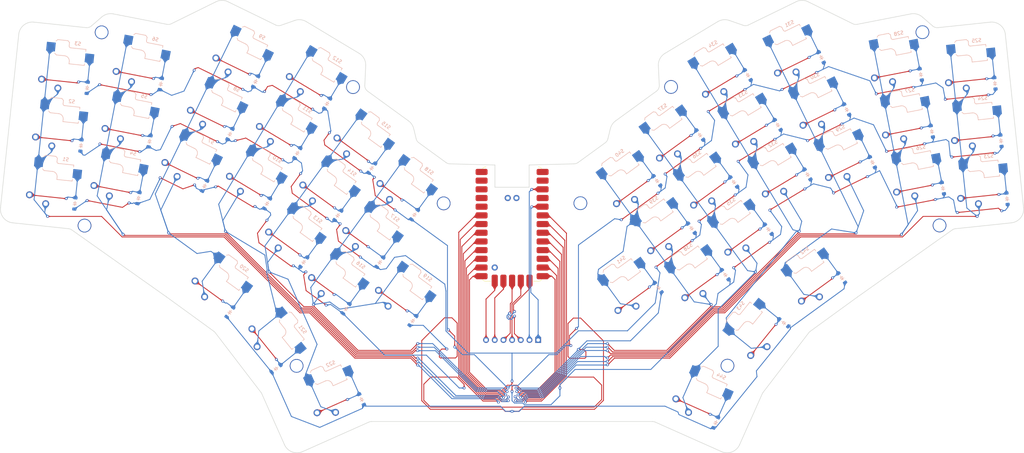
<source format=kicad_pcb>
(kicad_pcb (version 20240108) (generator "pcbnew") (generator_version "8.0")
  (title_block (title "ykb") (rev "v1.0.0") (company "Unknown"))
  (layers (0 "F.Cu" signal) (31 "B.Cu" signal) (34 "B.Paste" user) (35 "F.Paste" user) (36 "B.SilkS" user "B.Silkscreen") (37 "F.SilkS" user "F.Silkscreen") (38 "B.Mask" user) (39 "F.Mask" user) (44 "Edge.Cuts" user))
  (net 0 "")
  (net 1 "Net-(D1-A)")
  (net 2 "Net-(D2-A)")
  (net 3 "row 1")
  (net 4 "Net-(D3-A)")
  (net 5 "row 0")
  (net 6 "Net-(D4-A)")
  (net 7 "Net-(D5-A)")
  (net 8 "Net-(D6-A)")
  (net 9 "Net-(D7-A)")
  (net 10 "Net-(D8-A)")
  (net 11 "Net-(D9-A)")
  (net 12 "Net-(D10-A)")
  (net 13 "Net-(D11-A)")
  (net 14 "Net-(D12-A)")
  (net 15 "Net-(D13-A)")
  (net 16 "Net-(D14-A)")
  (net 17 "Net-(D15-A)")
  (net 18 "Net-(D16-A)")
  (net 19 "Net-(D17-A)")
  (net 20 "Net-(D18-A)")
  (net 21 "Net-(D19-A)")
  (net 22 "row 3")
  (net 23 "Net-(D20-A)")
  (net 24 "Net-(D21-A)")
  (net 25 "Net-(D22-A)")
  (net 26 "Net-(D23-A)")
  (net 27 "row 2")
  (net 28 "Net-(D24-A)")
  (net 29 "Net-(D25-A)")
  (net 30 "Net-(D26-A)")
  (net 31 "Net-(D27-A)")
  (net 32 "Net-(D28-A)")
  (net 33 "Net-(D29-A)")
  (net 34 "Net-(D30-A)")
  (net 35 "Net-(D31-A)")
  (net 36 "Net-(D32-A)")
  (net 37 "Net-(D33-A)")
  (net 38 "Net-(D34-A)")
  (net 39 "Net-(D35-A)")
  (net 40 "Net-(D36-A)")
  (net 41 "Net-(D37-A)")
  (net 42 "Net-(D38-A)")
  (net 43 "Net-(D39-A)")
  (net 44 "Net-(D40-A)")
  (net 45 "Net-(D41-A)")
  (net 46 "Net-(D42-A)")
  (net 47 "Net-(D43-A)")
  (net 48 "Net-(D44-A)")
  (net 49 "col 0")
  (net 50 "col 1")
  (net 51 "col 2")
  (net 52 "col 3")
  (net 53 "col 4")
  (net 54 "col 5")
  (net 55 "col 11")
  (net 56 "col 10")
  (net 57 "col 9")
  (net 58 "col 8")
  (net 59 "col 7")
  (net 60 "col 6")
  (net 62 "rst")
  (net 66 "gnd")
  (net 69 "3v3")
  (net 73 "DDC")
  (net 74 "DCS")
  (net 75 "DRST")
  (net 76 "DSDA")
  (net 78 "DSCL")
  (footprint "keyswitches:Kailh_socket_PG1350_optional" (layer "F.Cu") (at 304.454185 120.47757 31)
    (property "Reference" "S33" (hide yes))
    (property "Value" "Keyswitch")
  )
  (footprint "keyswitches:Kailh_socket_PG1350_optional" (layer "F.Cu") (at 281.737461 124.388354 36)
    (property "Reference" "S37" (hide yes))
    (property "Value" "Keyswitch")
  )
  (footprint "keyswitches:Kailh_socket_PG1350_optional" (layer "F.Cu") (at 291.72981 138.141642 36)
    (property "Reference" "S36" (hide yes))
    (property "Value" "Keyswitch")
  )
  (footprint "keyswitches:Kailh_socket_PG1350_optional" (layer "F.Cu") (at 301.722158 151.894936 36)
    (property "Reference" "S35" (hide yes))
    (property "Value" "Keyswitch")
  )
  (footprint "keyswitches:Kailh_socket_PG1350_optional" (layer "F.Cu") (at 148.940176 115.199591 -26)
    (property "Reference" "S8" (hide yes))
    (property "Value" "Keyswitch")
  )
  (footprint "keyswitches:Kailh_socket_PG1350_optional" (layer "F.Cu") (at 104.645635 104.073774 -6)
    (property "Reference" "S3" (hide yes))
    (property "Value" "Keyswitch")
  )
  (footprint "keyswitches:Kailh_socket_PG1350_optional" (layer "F.Cu") (at 102.868654 120.98064 -6)
    (property "Reference" "S2" (hide yes))
    (property "Value" "Keyswitch")
  )
  (footprint "keyswitches:Kailh_socket_PG1350_optional" (layer "F.Cu") (at 160.449236 135.049421 -31)
    (property "Reference" "S10" (hide yes))
    (property "Value" "Keyswitch")
  )
  (footprint "keyswitches:Kailh_socket_PG1350_optional" (layer "F.Cu") (at 150.416657 166.203292 -36)
    (property "Reference" "S20" (hide yes))
    (property "Value" "Keyswitch")
  )
  (footprint "keyswitches:Kailh_socket_PG1350_optional" (layer "F.Cu") (at 346.957737 102.283041 11)
    (property "Reference" "S28" (hide yes))
    (property "Value" "Keyswitch")
  )
  (footprint "keyswitches:Kailh_socket_PG1350_optional" (layer "F.Cu") (at 141.487865 130.479099 -26)
    (property "Reference" "S7" (hide yes))
    (property "Value" "Keyswitch")
  )
  (footprint "PCM_marbastlib-xp-promicroish:Helios_AC" (layer "F.Cu") (at 236.84 150.967486)
    (property "Reference" "U1" (hide yes))
    (property "Value" "Helios")
  )
  (footprint "keyswitches:Kailh_socket_PG1350_optional" (layer "F.Cu") (at 295.698535 105.905728 31)
    (property "Reference" "S34" (hide yes))
    (property "Value" "Keyswitch")
  )
  (footprint "keyswitches:Kailh_socket_PG1350_optional" (layer "F.Cu") (at 289.158328 165.225726 36)
    (property "Reference" "S38" (hide yes))
    (property "Value" "Keyswitch")
  )
  (footprint "keyswitches:Kailh_socket_PG1350_optional" (layer "F.Cu") (at 101.091654 137.887513 -6)
    (property "Reference" "S1" (hide yes))
    (property "Value" "Keyswitch")
  )
  (footprint "keyswitches:Kailh_socket_PG1350_optional" (layer "F.Cu") (at 204.059227 168.929206 -36)
    (property "Reference" "S19" (hide yes))
    (property "Value" "Keyswitch")
  )
  (footprint "keyswitches:Kailh_socket_PG1350_optional" (layer "F.Cu") (at 204.48544 137.71914 -36)
    (property "Reference" "S18" (hide yes))
    (property "Value" "Keyswitch")
  )
  (footprint "keyswitches:Kailh_socket_PG1350_optional" (layer "F.Cu") (at 369.013434 104.073767 6)
    (property "Reference" "S25" (hide yes))
    (property "Value" "Keyswitch")
  )
  (footprint "keyswitches:Kailh_socket_PG1350_optional" (layer "F.Cu") (at 120.213823 135.658363 -11)
    (property "Reference" "S4" (hide yes))
    (property "Value" "Keyswitch")
  )
  (footprint "keyswitches:Kailh_socket_PG1350_optional" (layer "F.Cu") (at 306.788178 181.835294 51)
    (property "Reference" "S43" (hide yes))
    (property "Value" "Keyswitch")
  )
  (footprint "keyswitches:Kailh_socket_PG1350_optional" (layer "F.Cu") (at 194.493098 151.472436 -36)
    (property "Reference" "S17" (hide yes))
    (property "Value" "Keyswitch")
  )
  (footprint "keyswitches:Kailh_socket_PG1350_optional" (layer "F.Cu") (at 126.701321 102.28304 -11)
    (property "Reference" "S6" (hide yes))
    (property "Value" "Keyswitch")
  )
  (footprint "keyswitches:Kailh_socket_PG1350_optional" (layer "F.Cu") (at 353.445242 135.658363 11)
    (property "Reference" "S26" (hide yes))
    (property "Value" "Keyswitch")
  )
  (footprint "" (layer "F.Cu") (at 173.830005 191.147491)
    (property "Reference" "")
    (property "Value" "")
  )
  (footprint "" (layer "F.Cu") (at 216.829997 143.647487)
    (property "Reference" "")
    (property "Value" "")
  )
  (footprint "keyswitches:Kailh_socket_PG1350_optional" (layer "F.Cu") (at 332.171206 130.479098 26)
    (property "Reference" "S29" (hide yes))
    (property "Value" "Keyswitch")
  )
  (footprint "keyswitches:Kailh_socket_PG1350_optional" (layer "F.Cu") (at 313.209825 135.049415 31)
    (property "Reference" "S32" (hide yes))
    (property "Value" "Keyswitch")
  )
  (footprint "Connector_PinHeader_2.54mm:PinHeader_1x07_P2.54mm_Vertical" (layer "F.Cu") (at 244.465002 183.605216 -90)
    (property "Reference" "J1" (hide yes))
    (property "Value" "Conn_01x07_Socket")
  )
  (footprint "keyswitches:Kailh_socket_PG1350_optional" (layer "F.Cu") (at 269.599834 168.929213 36)
    (property "Reference" "S41" (hide yes))
    (property "Value" "Keyswitch")
  )
  (footprint "keyswitches:Kailh_socket_PG1350_optional" (layer "F.Cu") (at 317.266586 99.920097 26)
    (property "Reference" "S31" (hide yes))
    (property "Value" "Keyswitch")
  )
  (footprint "keyswitches:Kailh_socket_PG1350_optional" (layer "F.Cu") (at 181.929263 138.141645 -36)
    (property "Reference" "S14" (hide yes))
    (property "Value" "Keyswitch")
  )
  (footprint "keyswitches:Kailh_socket_PG1350_optional" (layer "F.Cu") (at 191.92161 124.388357 -36)
    (property "Reference" "S15" (hide yes))
    (property "Value" "Keyswitch")
  )
  (footprint "keyswitches:Kailh_socket_PG1350_optional" (layer "F.Cu") (at 279.16596 151.472429 36)
    (property "Reference" "S39" (hide yes))
    (property "Value" "Keyswitch")
  )
  (footprint "keyswitches:Kailh_socket_PG1350_optional" (layer "F.Cu") (at 169.204883 120.477573 -31)
    (property "Reference" "S11" (hide yes))
    (property "Value" "Keyswitch")
  )
  (footprint "keyswitches:Kailh_socket_PG1350_optional" (layer "F.Cu") (at 372.567413 137.88751 6)
    (property "Reference" "S23" (hide yes))
    (property "Value" "Keyswitch")
  )
  (footprint "" (layer "F.Cu") (at 116.830003 93.647495)
    (property "Reference" "")
    (property "Value" "")
  )
  (footprint "" (layer "F.Cu") (at 111.829996 150.147488)
    (property "Reference" "")
    (property "Value" "")
  )
  (footprint "keyswitches:Kailh_socket_PG1350_optional" (layer "F.Cu") (at 350.2015 118.97069 11)
    (property "Reference" "S27" (hide yes))
    (property "Value" "Keyswitch")
  )
  (footprint "keyswitches:Kailh_socket_PG1350_optional" (layer "F.Cu") (at 171.936918 151.894933 -36)
    (property "Reference" "S13" (hide yes))
    (property "Value" "Keyswitch")
  )
  (footprint "keyswitches:Kailh_socket_PG1350_optional" (layer "F.Cu") (at 156.39249 99.92009 -26)
    (property "Reference" "S9" (hide yes))
    (property "Value" "Keyswitch")
  )
  (footprint "keyswitches:Kailh_socket_PG1350_optional" (layer "F.Cu") (at 184.500746 165.225717 -36)
    (property "Reference" "S16" (hide yes))
    (property "Value" "Keyswitch")
  )
  (footprint "keyswitches:Kailh_socket_PG1350_optional" (layer "F.Cu") (at 166.870878 181.835291 -51)
    (property "Reference" "S21" (hide yes))
    (property "Value" "Keyswitch")
  )
  (footprint "keyswitches:Kailh_socket_PG1350_optional" (layer "F.Cu") (at 324.718892 115.199594 26)
    (property "Reference" "S30" (hide yes))
    (property "Value" "Keyswitch")
  )
  (footprint "" (layer "F.Cu") (at 190.330001 109.647485)
    (property "Reference" "")
    (property "Value" "")
  )
  (footprint "keyswitches:Kailh_socket_PG1350_optional" (layer "F.Cu") (at 177.96053 105.905735 -31)
    (property "Reference" "S12" (hide yes))
    (property "Value" "Keyswitch")
  )
  (footprint "keyswitches:Kailh_socket_PG1350_optional" (layer "F.Cu") (at 290.829542 199.362988 -24)
    (property "Reference" "S44" (hide yes))
    (property "Value" "Keyswitch")
  )
  (footprint "keyswitches:Kailh_socket_PG1350_optional" (layer "F.Cu") (at 370.790428 120.980647 6)
    (property "Reference" "S24" (hide yes))
    (property "Value" "Keyswitch")
  )
  (footprint "keyswitches:Kailh_socket_PG1350_optional" (layer "F.Cu") (at 182.829541 199.362994 24)
    (property "Reference" "S22" (hide yes))
    (property "Value" "Keyswitch")
  )
  (footprint "keyswitches:Kailh_socket_PG1350_optional" (layer "F.Cu") (at 323.242417 166.203296 36)
    (property "Reference" "S42" (hide yes))
    (property "Value" "Keyswitch")
  )
  (footprint "keyswitches:Kailh_socket_PG1350_optional" (layer "F.Cu") (at 269.17362 137.719136 36)
    (property "Reference" "S40" (hide yes))
    (property "Value" "Keyswitch")
  )
  (footprint "keyswitches:Kailh_socket_PG1350_optional" (layer "F.Cu") (at 123.457574 118.970699 -11)
    (property "Reference" "S5" (hide yes))
    (property "Value" "Keyswitch")
  )
  (footprint "ScottoKeebs_Components:Diode_SOD-123" (layer "B.Cu") (at 188.317888 174.459037 54)
    (property "Reference" "D16" (hide yes))
    (property "Value" "Diode")
  )
  (footprint "ScottoKeebs_Components:Diode_SOD-123" (layer "B.Cu") (at 316.262808 178.57009 141)
    (property "Reference" "D43" (hide yes))
    (property "Value" "Diode")
  )
  (footprint "ScottoKeebs_Components:Diode_SOD-123" (layer "B.Cu") (at 279.580063 168.278488 126)
    (property "Reference" "D41" (hide yes))
    (property "Value" "Diode")
  )
  (footprint "ScottoKeebs_Components:Diode_SOD-123" (layer "B.Cu") (at 174.065332 128.952638 59)
    (property "Reference" "D11" (hide yes))
    (property "Value" "Diode")
  )
  (footprint "ScottoKeebs_Components:Diode_SOD-123" (layer "B.Cu") (at 362.793349 139.204498 101)
    (property "Reference" "D26" (hide yes))
    (property "Value" "Diode")
  )
  (footprint "ScottoKeebs_Components:Diode_SOD-123" (layer "B.Cu") (at 198.192442 160.867883 54)
    (property "Reference" "D17" (hide yes))
    (property "Value" "Diode")
  )
  (footprint "ScottoKeebs_Components:Diode_SOD-123" (layer "B.Cu") (at 112.617283 109.872199 84)
    (property "Reference" "D3" (hide yes))
    (property "Value" "Diode")
  )
  (footprint "" (layer "B.Cu") (at 361.810027 150.102006 180)
    (property "Reference" "")
    (property "Value" "")
  )
  (footprint "ScottoKeebs_Components:Diode_SOD-123" (layer "B.Cu") (at 311.742835 151.214816 126)
    (property "Reference" "D35" (hide yes))
    (property "Value" "Diode")
  )
  (footprint "ScottoKeebs_Components:Diode_SOD-123" (layer "B.Cu") (at 161.859723 108.020723 64)
    (property "Reference" "D9" (hide yes))
    (property "Value" "Diode")
  )
  (footprint "ScottoKeebs_Components:Diode_SOD-123" (layer "B.Cu") (at 134.143957 108.748164 79)
    (property "Reference" "D6" (hide yes))
    (property "Value" "Diode")
  )
  (footprint "ScottoKeebs_Components:Diode_SOD-123" (layer "B.Cu") (at 301.65125 137.410018 126)
    (property "Reference" "D36" (hide yes))
    (property "Value" "Diode")
  )
  (footprint "ScottoKeebs_Components:Diode_SOD-123" (layer "B.Cu") (at 378.00999 108.555557 96)
    (property "Reference" "D25" (hide yes))
    (property "Value" "Diode")
  )
  (footprint "ScottoKeebs_Components:Diode_SOD-123" (layer "B.Cu") (at 333.219001 165.462514 126)
    (property "Reference" "D42" (hide yes))
    (property "Value" "Diode")
  )
  (footprint "" (layer "B.Cu") (at 299.810033 191.102007 180)
    (property "Reference" "")
    (property "Value" "")
  )
  (footprint "ScottoKeebs_Components:Diode_SOD-123" (layer "B.Cu") (at 208.329535 146.967497 54)
    (property "Reference" "D18" (hide yes))
    (property "Value" "Diode")
  )
  (footprint "ScottoKeebs_Components:Diode_SOD-123" (layer "B.Cu") (at 296.386119 207.768815 66)
    (property "Reference" "D44" (hide yes))
    (property "Value" "Diode")
  )
  (footprint "ScottoKeebs_Components:Diode_SOD-123" (layer "B.Cu") (at 356.32904 105.948495 101)
    (property "Reference" "D28" (hide yes))
    (property "Value" "Diode")
  )
  (footprint "" (layer "B.Cu") (at 256.810022 143.602006 180)
    (property "Reference" "")
    (property "Value" "")
  )
  (footprint "ScottoKeebs_Components:Diode_SOD-123" (layer "B.Cu") (at 182.769481 114.466496 59)
    (property "Reference" "D12" (hide yes))
    (property "Value" "Diode")
  )
  (footprint "ScottoKeebs_Components:Diode_SOD-123" (layer "B.Cu") (at 279.194295 137.039031 126)
    (property "Reference" "D40" (hide yes))
    (property "Value" "Diode")
  )
  (footprint "ScottoKeebs_Components:Diode_SOD-123" (layer "B.Cu") (at 175.943176 160.811098 54)
    (property "Reference" "D13" (hide yes))
    (property "Value" "Diode")
  )
  (footprint "ScottoKeebs_Components:Diode_SOD-123" (layer "B.Cu") (at 379.77391 125.338123 96)
    (property "Reference" "D24" (hide yes))
    (property "Value" "Diode")
  )
  (footprint "" (layer "B.Cu") (at 283.310021 109.602008 180)
    (property "Reference" "")
    (property "Value" "")
  )
  (footprint "ScottoKeebs_Components:Diode_SOD-123" (layer "B.Cu") (at 165.20667 143.695913 59)
    (property "Reference" "D10" (hide yes))
    (property "Value" "Diode")
  )
  (footprint "ScottoKeebs_Components:Diode_SOD-123" (layer "B.Cu") (at 291.728744 123.667788 126)
    (property "Reference" "D37" (hide yes))
    (property "Value" "Diode")
  )
  (footprint "ScottoKeebs_Components:Diode_SOD-123" (layer "B.Cu") (at 130.841588 125.475361 79)
    (property "Reference" "D5" (hide yes))
    (property "Value" "Diode")
  )
  (footprint "ScottoKeebs_Components:Diode_SOD-123" (layer "B.Cu") (at 359.563247 122.587072 101)
    (property "Reference" "D27" (hide yes))
    (property "Value" "Diode")
  )
  (footprint "ScottoKeebs_Components:Diode_SOD-123" (layer "B.Cu") (at 334.666718 116.199546 116)
    (property "Reference" "D30" (hide yes))
    (property "Value" "Diode")
  )
  (footprint "ScottoKeebs_Components:Diode_SOD-123" (layer "B.Cu") (at 195.81523 133.346279 54)
    (property "Reference" "D15" (hide yes))
    (property "Value" "Diode")
  )
  (footprint "ScottoKeebs_Components:Diode_SOD-123" (layer "B.Cu") (at 305.755047 106.140956 121)
    (property "Reference" "D34" (hide yes))
    (property "Value" "Diode")
  )
  (footprint "ScottoKeebs_Components:Diode_SOD-123" (layer "B.Cu") (at 299.149611 164.505159 126)
    (property "Reference" "D38" (hide yes))
    (property "Value" "Diode")
  )
  (footprint "ScottoKeebs_Components:Diode_SOD-123" (layer "B.Cu") (at 314.51069 120.712796 121)
    (property "Reference" "D33" (hide yes))
    (property "Value" "Diode")
  )
  (footprint "ScottoKeebs_Components:Diode_SOD-123" (layer "B.Cu") (at 109.013581 143.680707 84)
    (property "Reference" "D1" (hide yes))
    (property "Value" "Diode")
  )
  (footprint "ScottoKeebs_Components:Diode_SOD-123" (layer "B.Cu") (at 207.829534 177.967492 54)
    (property "Reference" "D19" (hide yes))
    (property "Value" "Diode")
  )
  (footprint "ScottoKeebs_Components:Diode_SOD-123" (layer "B.Cu") (at 127.607375 142.113942 79)
    (property "Reference" "D4" (hide yes))
    (property "Value" "Diode")
  )
  (footprint "ScottoKeebs_Components:Diode_SOD-123" (layer "B.Cu") (at 167.829537 191.967499 39)
    (property "Reference" "D21" (hide yes))
    (property "Value" "Diode")
  )
  (footprint "" (layer "B.Cu") (at 356.810026 93.602017 180)
    (property "Reference" "")
    (property "Value" "")
  )
  (footprint "ScottoKeebs_Components:Diode_SOD-123" (layer "B.Cu") (at 154.329539 175.467491 54)
    (property "Reference" "D20" (hide yes))
    (property "Value" "Diode")
  )
  (footprint "ScottoKeebs_Components:Diode_SOD-123" (layer "B.Cu") (at 192.829533 200.967495 114)
    (property "Reference" "D22" (hide yes))
    (property "Value" "Diode")
  )
  (footprint "ScottoKeebs_Components:Diode_SOD-123" (layer "B.Cu") (at 323.214837 135.19892 121)
    (property "Reference" "D32" (hide yes))
    (property "Value" "Diode")
  )
  (footprint "ScottoKeebs_Components:Diode_SOD-123" (layer "B.Cu") (at 342.184786 131.613865 116)
    (property "Reference" "D29" (hide yes))
    (property "Value" "Diode")
  )
  (footprint "ScottoKeebs_Components:Diode_SOD-123" (layer "B.Cu") (at 381.550622 142.290263 96)
    (property "Reference" "D23" (hide yes))
    (property "Value" "Diode")
  )
  (footprint "ScottoKeebs_Components:Diode_SOD-123" (layer "B.Cu") (at 110.7958 126.724113 84)
    (property "Reference" "D2" (hide yes))
    (property "Value" "Diode")
  )
  (footprint "ScottoKeebs_Components:Diode_SOD-123" (layer "B.Cu") (at 289.274815 150.913681 126)
    (property "Reference" "D39" (hide yes))
    (property "Value" "Diode")
  )
  (footprint "ScottoKeebs_Components:Diode_SOD-123" (layer "B.Cu") (at 327.236339 100.964995 116)
    (property "Reference" "D31" (hide yes))
    (property "Value" "Diode")
  )
  (footprint "ScottoKeebs_Components:Diode_SOD-123" (layer "B.Cu") (at 185.903775 147.158342 54)
    (property "Reference" "D14" (hide yes))
    (property "Value" "Diode")
  )
  (footprint "ScottoKeebs_Components:Diode_SOD-123" (layer "B.Cu") (at 154.363575 123.390109 64)
    (property "Reference" "D8" (hide yes))
    (property "Value" "Diode")
  )
  (footprint "ScottoKeebs_Components:Diode_SOD-123" (layer "B.Cu") (at 146.95511 138.57972 64)
    (property "Reference" "D7" (hide yes))
    (property "Value" "Diode")
  )
  (gr_arc (start 175.573225 216.230226) (mid 172.512818 216.31034) (end 170.292087 214.203001) (stroke (width 0.15)) (layer "Edge.Cuts"))
  (gr_arc (start 92.59768 94.218452) (mid 94.058499 91.528019) (end 96.993885 90.658483) (stroke (width 0.15)) (layer "Edge.Cuts"))
  (gr_line (start 337.853145 170.99044) (end 365.528351 151.409313) (stroke (width 0.15)) (layer "Edge.Cuts"))
  (gr_arc (start 277.867364 207.424476) (mid 278.283184 207.468197) (end 278.680838 207.597383) (stroke (width 0.15)) (layer "Edge.Cuts"))
  (gr_arc (start 264.84754 124.774281) (mid 264.565522 125.415887) (end 264.079485 125.92083) (stroke (width 0.15)) (layer "Edge.Cuts"))
  (gr_arc (start 173.297103 90.165209) (mid 175.025461 89.962426) (end 176.676347 90.512782) (stroke (width 0.15)) (layer "Edge.Cuts"))
  (gr_line (start 231.821875 132.424485) (end 218.704629 132.089553) (stroke (width 0.15)) (layer "Edge.Cuts"))
  (gr_line (start 173.2971 90.165194) (end 169.242074 91.581692) (stroke (width 0.15)) (layer "Edge.Cuts"))
  (gr_arc (start 137.195647 91.132633) (mid 136.576971 91.320685) (end 135.930632 91.30155) (stroke (width 0.15)) (layer "Edge.Cuts"))
  (gr_line (start 376.649882 90.658485) (end 361.338815 92.267737) (stroke (width 0.15)) (layer "Edge.Cuts"))
  (gr_arc (start 192.105357 99.783464) (mid 193.571406 101.32369) (end 194.040886 103.397621) (stroke (width 0.15)) (layer "Edge.Cuts"))
  (gr_line (start 90.826703 149.335265) (end 107.169282 151.052939) (stroke (width 0.15)) (layer "Edge.Cuts"))
  (gr_line (start 116.860302 89.156936) (end 113.824302 91.789684) (stroke (width 0.15)) (layer "Edge.Cuts"))
  (gr_arc (start 218.704629 132.089553) (mid 218.086615 131.991622) (end 217.529066 131.707587) (stroke (width 0.15)) (layer "Edge.Cuts"))
  (gr_arc (start 113.824301 91.789684) (mid 113.114262 92.186481) (end 112.304932 92.267736) (stroke (width 0.15)) (layer "Edge.Cuts"))
  (gr_line (start 319.868418 84.696802) (end 305.937959 91.491153) (stroke (width 0.15)) (layer "Edge.Cuts"))
  (gr_arc (start 279.869102 109.133013) (mid 279.673846 110.092168) (end 279.046813 110.843799) (stroke (width 0.15)) (layer "Edge.Cuts"))
  (gr_line (start 241.821869 132.424483) (end 241.821878 138.924481) (stroke (width 0.15)) (layer "Edge.Cuts"))
  (gr_arc (start 365.528351 151.409313) (mid 365.978533 151.170395) (end 366.474465 151.052939) (stroke (width 0.15)) (layer "Edge.Cuts"))
  (gr_line (start 175.573221 216.23023) (end 194.962923 207.597397) (stroke (width 0.15)) (layer "Edge.Cuts"))
  (gr_arc (start 353.399612 88.252396) (mid 355.195819 88.314545) (end 356.783459 89.156923) (stroke (width 0.15)) (layer "Edge.Cuts"))
  (gr_arc (start 279.602854 103.397617) (mid 280.072388 101.323712) (end 281.538403 99.783477) (stroke (width 0.15)) (layer "Edge.Cuts"))
  (gr_arc (start 309.978411 199.31908) (mid 310.086256 199.110716) (end 310.217743 198.916403) (stroke (width 0.15)) (layer "Edge.Cuts"))
  (gr_arc (start 194.596948 110.843788) (mid 193.969941 110.092153) (end 193.774661 109.133017) (stroke (width 0.15)) (layer "Edge.Cuts"))
  (gr_line (start 303.351659 214.203012) (end 309.978411 199.31908) (stroke (width 0.15)) (layer "Edge.Cuts"))
  (gr_arc (start 150.255087 84.703306) (mid 152.014452 84.291979) (end 153.775328 84.69682) (stroke (width 0.15)) (layer "Edge.Cuts"))
  (gr_arc (start 337.713098 91.301544) (mid 337.066769 91.32069) (end 336.448108 91.132639) (stroke (width 0.15)) (layer "Edge.Cuts"))
  (gr_line (start 304.401695 91.581688) (end 300.346656 90.16521) (stroke (width 0.15)) (layer "Edge.Cuts"))
  (gr_arc (start 376.649882 90.658485) (mid 379.585251 91.527998) (end 381.046079 94.218446) (stroke (width 0.15)) (layer "Edge.Cuts"))
  (gr_line (start 366.474465 151.052939) (end 382.817057 149.335283) (stroke (width 0.15)) (layer "Edge.Cuts"))
  (gr_line (start 231.821885 138.924483) (end 231.821875 132.424485) (stroke (width 0.15)) (layer "Edge.Cuts"))
  (gr_line (start 150.049077 181.45204) (end 163.426019 198.916413) (stroke (width 0.15)) (layer "Edge.Cuts"))
  (gr_arc (start 149.636886 181.050165) (mid 149.857507 181.236204) (end 150.049077 181.45204) (stroke (width 0.15)) (layer "Edge.Cuts"))
  (gr_line (start 92.597669 94.218452) (end 87.266731 144.939065) (stroke (width 0.15)) (layer "Edge.Cuts"))
  (gr_line (start 386.377032 144.939068) (end 381.046079 94.218446) (stroke (width 0.15)) (layer "Edge.Cuts"))
  (gr_arc (start 303.351659 214.203012) (mid 301.130951 216.310372) (end 298.070529 216.230244) (stroke (width 0.15)) (layer "Edge.Cuts"))
  (gr_arc (start 209.564277 125.920835) (mid 209.078182 125.415927) (end 208.79622 124.774279) (stroke (width 0.15)) (layer "Edge.Cuts"))
  (gr_line (start 241.821878 138.924481) (end 231.821885 138.924483) (stroke (width 0.15)) (layer "Edge.Cuts"))
  (gr_line (start 112.304932 92.267736) (end 96.993885 90.658483) (stroke (width 0.15)) (layer "Edge.Cuts"))
  (gr_line (start 336.448108 91.132639) (end 323.388664 84.703312) (stroke (width 0.15)) (layer "Edge.Cuts"))
  (gr_arc (start 135.790586 170.990428) (mid 135.800815 170.997714) (end 135.810999 171.005064) (stroke (width 0.15)) (layer "Edge.Cuts"))
  (gr_line (start 193.774661 109.133017) (end 194.04085 103.398507) (stroke (width 0.15)) (layer "Edge.Cuts"))
  (gr_arc (start 265.565217 121.81578) (mid 266.129182 120.532512) (end 267.101332 119.522683) (stroke (width 0.15)) (layer "Edge.Cuts"))
  (gr_arc (start 107.169282 151.052939) (mid 107.665214 151.170375) (end 108.115383 151.409309) (stroke (width 0.15)) (layer "Edge.Cuts"))
  (gr_arc (start 90.826703 149.335265) (mid 88.136136 147.874537) (end 87.266731 144.939065) (stroke (width 0.15)) (layer "Edge.Cuts"))
  (gr_arc (start 256.114693 131.707576) (mid 255.557158 131.991659) (end 254.939121 132.089549) (stroke (width 0.15)) (layer "Edge.Cuts"))
  (gr_line (start 278.680838 207.597383) (end 298.070529 216.230244) (stroke (width 0.15)) (layer "Edge.Cuts"))
  (gr_arc (start 323.594679 181.45204) (mid 323.786251 181.236201) (end 324.006873 181.050159) (stroke (width 0.15)) (layer "Edge.Cuts"))
  (gr_arc (start 337.83274 171.005069) (mid 337.842918 170.99772) (end 337.853145 170.99044) (stroke (width 0.15)) (layer "Edge.Cuts"))
  (gr_arc (start 163.426019 198.916413) (mid 163.557518 199.110709) (end 163.665342 199.319076) (stroke (width 0.15)) (layer "Edge.Cuts"))
  (gr_line (start 310.217743 198.916403) (end 323.594679 181.45204) (stroke (width 0.15)) (layer "Edge.Cuts"))
  (gr_line (start 279.046813 110.843799) (end 267.101332 119.522683) (stroke (width 0.15)) (layer "Edge.Cuts"))
  (gr_line (start 135.930632 91.30155) (end 120.244142 88.252396) (stroke (width 0.15)) (layer "Edge.Cuts"))
  (gr_line (start 324.006873 181.050159) (end 337.83274 171.005069) (stroke (width 0.15)) (layer "Edge.Cuts"))
  (gr_line (start 167.705787 91.491155) (end 153.775328 84.69682) (stroke (width 0.15)) (layer "Edge.Cuts"))
  (gr_line (start 192.105357 99.783464) (end 176.676347 90.512782) (stroke (width 0.15)) (layer "Edge.Cuts"))
  (gr_arc (start 296.967407 90.512785) (mid 298.618301 89.96243) (end 300.346656 90.16521) (stroke (width 0.15)) (layer "Edge.Cuts"))
  (gr_arc (start 194.962911 207.597395) (mid 195.360565 207.468191) (end 195.77639 207.42448) (stroke (width 0.15)) (layer "Edge.Cuts"))
  (gr_line (start 163.665342 199.319076) (end 170.292087 214.203001) (stroke (width 0.15)) (layer "Edge.Cuts"))
  (gr_line (start 254.939121 132.089549) (end 241.821869 132.424483) (stroke (width 0.15)) (layer "Edge.Cuts"))
  (gr_line (start 217.529066 131.707587) (end 209.564277 125.920835) (stroke (width 0.15)) (layer "Edge.Cuts"))
  (gr_line (start 265.565217 121.81578) (end 264.847545 124.774282) (stroke (width 0.15)) (layer "Edge.Cuts"))
  (gr_line (start 108.115383 151.409309) (end 135.790586 170.990428) (stroke (width 0.15)) (layer "Edge.Cuts"))
  (gr_arc (start 169.242071 91.581686) (mid 168.464869 91.690142) (end 167.705787 91.491155) (stroke (width 0.15)) (layer "Edge.Cuts"))
  (gr_line (start 279.6029 103.398513) (end 279.869102 109.133013) (stroke (width 0.15)) (layer "Edge.Cuts"))
  (gr_line (start 195.77639 207.42448) (end 277.867364 207.424476) (stroke (width 0.15)) (layer "Edge.Cuts"))
  (gr_arc (start 305.937966 91.491157) (mid 305.178888 91.690149) (end 304.401695 91.581688) (stroke (width 0.15)) (layer "Edge.Cuts"))
  (gr_line (start 135.810999 171.005064) (end 149.636891 181.050156) (stroke (width 0.15)) (layer "Edge.Cuts"))
  (gr_line (start 264.079485 125.92083) (end 256.114701 131.707581) (stroke (width 0.15)) (layer "Edge.Cuts"))
  (gr_line (start 359.819441 91.789681) (end 356.783459 89.156923) (stroke (width 0.15)) (layer "Edge.Cuts"))
  (gr_line (start 150.255087 84.703306) (end 137.195647 91.132633) (stroke (width 0.15)) (layer "Edge.Cuts"))
  (gr_arc (start 386.377032 144.939068) (mid 385.507531 147.874477) (end 382.817057 149.335283) (stroke (width 0.15)) (layer "Edge.Cuts"))
  (gr_arc (start 319.868418 84.696802) (mid 321.629298 84.291991) (end 323.388664 84.703312) (stroke (width 0.15)) (layer "Edge.Cuts"))
  (gr_line (start 353.39961 88.252396) (end 337.713109 91.301537) (stroke (width 0.15)) (layer "Edge.Cuts"))
  (gr_arc (start 361.33881 92.267731) (mid 360.529488 92.18647) (end 359.819441 91.789681) (stroke (width 0.15)) (layer "Edge.Cuts"))
  (gr_line (start 296.967396 90.512781) (end 281.538403 99.783477) (stroke (width 0.15)) (layer "Edge.Cuts"))
  (gr_arc (start 116.860302 89.156936) (mid 118.447947 88.314584) (end 120.244142 88.252396) (stroke (width 0.15)) (layer "Edge.Cuts"))
  (gr_line (start 206.54243 119.522702) (end 194.596942 110.843794) (stroke (width 0.15)) (layer "Edge.Cuts"))
  (gr_arc (start 206.54243 119.522702) (mid 207.514531 120.53255) (end 208.07854 121.815779) (stroke (width 0.15)) (layer "Edge.Cuts"))
  (gr_line (start 208.79622 124.774279) (end 208.07854 121.815779) (stroke (width 0.15)) (layer "Edge.Cuts"))
  (segment (start 95.721845 141.144058) (end 106.465196 142.27322) (width 0.25) (layer "F.Cu") (net 1))
  (segment (start 106.465196 142.27322) (end 106.490803 142.252494) (width 0.25) (layer "F.Cu") (net 1))
  (via (at 106.490803 142.252494) (size 0.8) (drill 0.4) (layers "F.Cu" "B.Cu") (net 1))
  (segment (start 109.20355 142.025595) (end 109.186063 142.039752) (width 0.25) (layer "B.Cu") (net 1))
  (segment (start 109.942321 134.996828) (end 109.20355 142.025595) (width 0.25) (layer "B.Cu") (net 1))
  (segment (start 106.490803 142.252494) (end 107.032984 141.813444) (width 0.25) (layer "B.Cu") (net 1))
  (segment (start 107.032984 141.813444) (end 109.186056 142.039746) (width 0.25) (layer "B.Cu") (net 1))
  (segment (start 108.142734 125.355896) (end 108.168334 125.335171) (width 0.25) (layer "F.Cu") (net 2))
  (segment (start 97.498835 124.237182) (end 108.142734 125.355896) (width 0.25) (layer "F.Cu") (net 2))
  (via (at 108.168334 125.335171) (size 0.8) (drill 0.4) (layers "F.Cu" "B.Cu") (net 2))
  (segment (start 110.98577 125.068984) (end 110.968263 125.08315) (width 0.25) (layer "B.Cu") (net 2))
  (segment (start 108.765454 124.851626) (end 110.968264 125.083149) (width 0.25) (layer "B.Cu") (net 2))
  (segment (start 108.168334 125.335171) (end 108.765454 124.851626) (width 0.25) (layer "B.Cu") (net 2))
  (segment (start 111.719287 118.089946) (end 110.98577 125.068984) (width 0.25) (layer "B.Cu") (net 2))
  (segment (start 313.641591 124.914667) (end 313.641584 124.914673) (width 0.25) (layer "F.Cu") (net 3))
  (segment (start 302.064783 141.188597) (end 291.496144 148.867171) (width 0.25) (layer "F.Cu") (net 3))
  (segment (start 172.254157 138.724606) (end 175.016749 134.92223) (width 0.25) (layer "F.Cu") (net 3))
  (segment (start 186.609318 149.804844) (end 185.52375 151.299002) (width 0.25) (layer "F.Cu") (net 3))
  (segment (start 233.930003 198.304477) (end 233.929998 198.304471) (width 0.25) (layer "F.Cu") (net 3))
  (segment (start 278.910915 162.213499) (end 289.468412 154.543029) (width 0.25) (layer "F.Cu") (net 3))
  (segment (start 229.650001 198.304486) (end 233.930003 198.304477) (width 0.25) (layer "F.Cu") (net 3))
  (segment (start 139.842813 120.313223) (end 137.435912 121.141982) (width 0.25) (layer "F.Cu") (net 3))
  (segment (start 172.56389 140.680138) (end 172.254157 138.724606) (width 0.25) (layer "F.Cu") (net 3))
  (segment (start 377.754173 128.812896) (end 365.422102 130.109049) (width 0.25) (layer "F.Cu") (net 3))
  (segment (start 185.52375 151.299002) (end 186.060627 154.68871) (width 0.25) (layer "F.Cu") (net 3))
  (segment (start 357.323748 126.308021) (end 346.314575 128.44799) (width 0.25) (layer "F.Cu") (net 3))
  (segment (start 116.323261 126.269724) (end 127.962789 128.532224) (width 0.25) (layer "F.Cu") (net 3))
  (segment (start 227.920011 164.937509) (end 227.913017 164.944481) (width 0.25) (layer "F.Cu") (net 3))
  (segment (start 233.929998 198.304471) (end 235.40699 196.827486) (width 0.25) (layer "F.Cu") (net 3))
  (segment (start 182.713662 148.021293) (end 182.676271 148.027208) (width 0.25) (layer "F.Cu") (net 3))
  (segment (start 182.676271 148.027208) (end 172.56389 140.680138) (width 0.25) (layer "F.Cu") (net 3))
  (segment (start 227.913017 164.944481) (end 225.439997 164.944487) (width 0.25) (layer "F.Cu") (net 3))
  (segment (start 186.060627 154.68871) (end 192.489794 159.359757) (width 0.25) (layer "F.Cu") (net 3))
  (segment (start 150.696064 125.606714) (end 139.842813 120.313223) (width 0.25) (layer "F.Cu") (net 3))
  (segment (start 224.389997 193.044483) (end 229.650001 198.304486) (width 0.25) (layer "F.Cu") (net 3))
  (segment (start 169.656625 130.853486) (end 169.742337 130.904988) (width 0.25) (layer "F.Cu") (net 3))
  (segment (start 333.204512 120.466372) (end 323.234312 125.329168) (width 0.25) (layer "F.Cu") (net 3))
  (segment (start 302.066944 141.174926) (end 302.064783 141.188597) (width 0.25) (layer "F.Cu") (net 3))
  (segment (start 224.390004 165.994479) (end 224.389997 193.044483) (width 0.25) (layer "F.Cu") (net 3))
  (segment (start 127.962789 128.532224) (end 127.962785 128.532213) (width 0.25) (layer "F.Cu") (net 3))
  (segment (start 289.468412 154.543029) (end 289.46841 154.543022) (width 0.25) (layer "F.Cu") (net 3))
  (segment (start 158.976227 124.552719) (end 169.742337 130.904988) (width 0.25) (layer "F.Cu") (net 3))
  (segment (start 236.419995 196.827496) (end 236.820003 196.427494) (width 0.25) (layer "F.Cu") (net 3))
  (segment (start 313.641584 124.914673) (end 302.933415 131.348783) (width 0.25) (layer "F.Cu") (net 3))
  (segment (start 169.519386 130.887692) (end 169.656625 130.853486) (width 0.25) (layer "F.Cu") (net 3))
  (segment (start 236.820003 196.427494) (end 236.820001 195.627486) (width 0.25) (layer "F.Cu") (net 3))
  (segment (start 333.204515 120.466369) (end 333.204512 120.466372) (width 0.25) (layer "F.Cu") (net 3))
  (segment (start 155.957381 125.305409) (end 158.976227 124.552719) (width 0.25) (layer "F.Cu") (net 3))
  (segment (start 225.439997 164.944487) (end 224.390004 165.994479) (width 0.25) (layer "F.Cu") (net 3))
  (segment (start 235.40699 196.827486) (end 236.419995 196.827496) (width 0.25) (layer "F.Cu") (net 3))
  (segment (start 186.581362 149.628345) (end 186.609318 149.804844) (width 0.25) (layer "F.Cu") (net 3))
  (segment (start 377.973989 128.990897) (end 377.754173 128.812896) (width 0.25) (layer "F.Cu") (net 3))
  (segment (start 357.389324 126.210806) (end 357.323748 126.308021) (width 0.25) (layer "F.Cu") (net 3))
  (segment (start 278.895379 162.311574) (end 278.910915 162.213499) (width 0.25) (layer "F.Cu") (net 3))
  (via (at 313.641591 124.914667) (size 0.8) (drill 0.4) (layers "F.Cu" "B.Cu") (net 3))
  (via (at 291.496144 148.867171) (size 0.8) (drill 0.4) (layers "F.Cu" "B.Cu") (net 3))
  (via (at 289.46841 154.543022) (size 0.8) (drill 0.4) (layers "F.Cu" "B.Cu") (net 3))
  (via (at 186.581362 149.628345) (size 0.8) (drill 0.4) (layers "F.Cu" "B.Cu") (net 3))
  (via (at 278.895379 162.311574) (size 0.8) (drill 0.4) (layers "F.Cu" "B.Cu") (net 3))
  (via (at 182.713662 148.021293) (size 0.8) (drill 0.4) (layers "F.Cu" "B.Cu") (net 3))
  (via (at 333.204515 120.466369) (size 0.8) (drill 0.4) (layers "F.Cu" "B.Cu") (net 3))
  (via (at 192.489794 159.359757) (size 0.8) (drill 0.4) (layers "F.Cu" "B.Cu") (net 3))
  (via (at 346.314575 128.44799) (size 0.8) (drill 0.4) (layers "F.Cu" "B.Cu") (net 3))
  (via (at 127.962785 128.532213) (size 0.8) (drill 0.4) (layers "F.Cu" "B.Cu") (net 3))
  (via (at 236.820001 195.627486) (size 0.8) (drill 0.4) (layers "F.Cu" "B.Cu") (net 3))
  (via (at 155.957381 125.305409) (size 0.8) (drill 0.4) (layers "F.Cu" "B.Cu") (net 3))
  (via (at 302.933415 131.348783) (size 0.8) (drill 0.4) (layers "F.Cu" "B.Cu") (net 3))
  (via (at 137.435912 121.141982) (size 0.8) (drill 0.4) (layers "F.Cu" "B.Cu") (net 3))
  (via (at 377.973989 128.990897) (size 0.8) (drill 0.4) (layers "F.Cu" "B.Cu") (net 3))
  (via (at 302.066944 141.174926) (size 0.8) (drill 0.4) (layers "F.Cu" "B.Cu") (net 3))
  (via (at 323.234312 125.329168) (size 0.8) (drill 0.4) (layers "F.Cu" "B.Cu") (net 3))
  (via (at 175.016749 134.92223) (size 0.8) (drill 0.4) (layers "F.Cu" "B.Cu") (net 3))
  (via (at 150.696064 125.606714) (size 0.8) (drill 0.4) (layers "F.Cu" "B.Cu") (net 3))
  (via (at 365.422102 130.109049) (size 0.8) (drill 0.4) (layers "F.Cu" "B.Cu") (net 3))
  (via (at 357.389324 126.210806) (size 0.8) (drill 0.4) (layers "F.Cu" "B.Cu") (net 3))
  (via (at 169.742337 130.904988) (size 0.8) (drill 0.4) (layers "F.Cu" "B.Cu") (net 3))
  (via (at 116.323261 126.269724) (size 0.8) (drill 0.4) (layers "F.Cu" "B.Cu") (net 3))
  (segment (start 172.468713 131.609865) (end 172.468717 131.609841) (width 0.25) (layer "B.Cu") (net 3))
  (segment (start 270.569494 180.898511) (end 278.674559 172.793451) (width 0.25) (layer "B.Cu") (net 3))
  (segment (start 302.150449 141.188154) (end 303.01627 140.559094) (width 0.25) (layer "B.Cu") (net 3))
  (segment (start 197.222595 162.202769) (end 198.33701 163.012443) (width 0.25) (layer "B.Cu") (net 3))
  (segment (start 217.475739 169.236547) (end 217.490349 169.247156) (width 0.25) (layer "B.Cu") (net 3))
  (segment (start 175.244701 131.841251) (end 175.604546 134.113214) (width 0.25) (layer "B.Cu") (net 3))
  (segment (start 169.742337 130.904988) (end 171.370954 131.883553) (width 0.25) (layer "B.Cu") (net 3))
  (segment (start 200.052318 162.740762) (end 202.462233 159.423793) (width 0.25) (layer "B.Cu") (net 3))
  (segment (start 270.569494 180.898511) (end 270.569496 180.898515) (width 0.25) (layer "B.Cu") (net 3))
  (segment (start 380.004917 127.536007) (end 379.946382 126.979078) (width 0.25) (layer "B.Cu") (net 3))
  (segment (start 134.014411 127.928979) (end 137.302193 121.188019) (width 0.25) (layer "B.Cu") (net 3))
  (segment (start 315.666949 122.637136) (end 315.355923 123.884596) (width 0.25) (layer "B.Cu") (net 3))
  (segment (start 377.973989 128.990897) (end 378.90611 128.892924) (width 0.25) (layer "B.Cu") (net 3))
  (segment (start 316.218542 123.366279) (end 323.083309 125.077858) (width 0.25) (layer "B.Cu") (net 3))
  (segment (start 303.181459 139.516159) (end 303.01627 140.559094) (width 0.25) (layer "B.Cu") (net 3))
  (segment (start 290.541998 153.763281) (end 291.709516 152.915037) (width 0.25) (layer "B.Cu") (net 3))
  (segment (start 116.246949 126.662388) (end 116.323261 126.269724) (width 0.25) (layer "B.Cu") (net 3))
  (segment (start 172.468717 131.609841) (end 173.215517 130.366963) (width 0.25) (layer "B.Cu") (net 3))
  (segment (start 360.06261 125.156063) (end 359.878086 124.206765) (width 0.25) (layer "B.Cu") (net 3))
  (segment (start 313.641591 124.914667) (end 316.218542 123.366279) (width 0.25) (layer "B.Cu") (net 3))
  (segment (start 336.81189 118.706935) (end 342.522594 120.673286) (width 0.25) (layer "B.Cu") (net 3))
  (segment (start 303.01627 140.559094) (end 305.233155 138.948433) (width 0.25) (layer "B.Cu") (net 3))
  (segment (start 202.462233 159.423793) (end 205.674883 158.914951) (width 0.25) (layer "B.Cu") (net 3))
  (segment (start 152.156277 126.318907) (end 153.092307 125.996611) (width 0.25) (layer "B.Cu") (net 3))
  (segment (start 335.488057 119.352614) (end 335.78457 118.491482) (width 0.25) (layer "B.Cu") (net 3))
  (segment (start 205.674883 158.914951) (end 217.162931 167.261514) (width 0.25) (layer "B.Cu") (net 3))
  (segment (start 364.944543 129.722327) (end 364.503586 125.526877) (width 0.25) (layer "B.Cu") (net 3))
  (segment (start 256.220006 180.898517) (end 249.69102 187.427488) (width 0.25) (layer "B.Cu") (net 3))
  (segment (start 217.490343 180.95424) (end 223.963595 187.427494) (width 0.25) (layer "B.Cu") (net 3))
  (segment (start 134.014411 127.928979) (end 132.755413 128.182043) (width 0.25) (layer "B.Cu") (net 3))
  (segment (start 378.90611 128.892924) (end 380.004917 127.536007) (width 0.25) (layer "B.Cu") (net 3))
  (segment (start 333.204515 120.466369) (end 336.81189 118.706935) (width 0.25) (layer "B.Cu") (net 3))
  (segment (start 217.162931 167.261514) (end 217.475739 169.236547) (width 0.25) (layer "B.Cu") (net 3))
  (segment (start 302.621106 138.744884) (end 303.181459 139.516159) (width 0.25) (layer "B.Cu") (net 3))
  (segment (start 154.828256 125.586927) (end 155.957381 125.305409) (width 0.25) (layer "B.Cu") (net 3))
  (segment (start 290.685494 152.855305) (end 290.244662 152.248544) (width 0.25) (layer "B.Cu") (net 3))
  (segment (start 127.962785 128.532213) (end 128.299135 128.597592) (width 0.25) (layer "B.Cu") (net 3))
  (segment (start 130.526748 127.095034) (end 132.755413 128.182043) (width 0.25) (layer "B.Cu") (net 3))
  (segment (start 223.963595 187.427494) (end 236.819998 187.427492) (width 0.25) (layer "B.Cu") (net 3))
  (segment (start 111.908915 129.588409) (end 116.246949 126.662388) (width 0.25) (layer "B.Cu") (net 3))
  (segment (start 184.551878 149.019084) (end 184.933941 148.493228) (width 0.25) (layer "B.Cu") (net 3))
  (segment (start 335.78457 118.491482) (end 335.390034 117.682557) (width 0.25) (layer "B.Cu") (net 3))
  (segment (start 292.1977 149.832776) (end 291.496144 148.867171) (width 0.25) (layer "B.Cu") (net 3))
  (segment (start 249.69102 187.427488) (end 236.819998 187.427492) (width 0.25) (layer "B.Cu") (net 3))
  (segment (start 359.647204 125.771913) (end 360.06261 125.156063) (width 0.25) (layer "B.Cu") (net 3))
  (segment (start 305.809782 135.307757) (end 302.933415 131.348783) (width 0.25) (layer "B.Cu") (net 3))
  (segment (start 184.933941 148.493228) (end 186.51152 149.639397) (width 0.25) (layer "B.Cu") (net 3))
  (segment (start 184.132826 149.085459) (end 184.551878 149.019084) (width 0.25) (layer "B.Cu") (net 3))
  (segment (start 280.077114 163.938085) (end 278.674559 172.793451) (width 0.25) (layer "B.Cu") (net 3))
  (segment (start 365.422102 130.109049) (end 364.944543 129.722327) (width 0.25) (layer "B.Cu") (net 3))
  (segment (start 217.490349 169.247156) (end 217.490343 180.95424) (width 0.25) (layer "B.Cu") (net 3))
  (segment (start 182.719584 148.058677) (end 184.132826 149.085459) (width 0.25) (layer "B.Cu") (net 3))
  (segment (start 128.299135 128.597592) (end 130.526749 127.095049) (width 0.25) (layer "B.Cu") (net 3))
  (segment (start 198.33701 163.012443) (end 200.052318 162.740762) (width 0.25) (layer "B.Cu") (net 3))
  (segment (start 153.64028 124.873114) (end 154.828256 125.586927) (width 0.25) (layer "B.Cu") (net 3))
  (segment (start 270.569496 180.898515) (end 256.220006 180.898517) (width 0.25) (layer "B.Cu") (net 3))
  (segment (start 153.092307 125.996611) (end 153.64028 124.873114) (width 0.25) (layer "B.Cu") (net 3))
  (segment (start 150.696064 125.606714) (end 152.156277 126.318907) (width 0.25) (layer "B.Cu") (net 3))
  (segment (start 192.489794 159.359757) (end 196.54956 162.309365) (width 0.25) (layer "B.Cu") (net 3))
  (segment (start 236.819998 187.427492) (end 236.820001 195.627486) (width 0.25) (layer "B.Cu") (net 3))
  (segment (start 364.503586 125.526877) (end 363.699173 124.984294) (width 0.25) (layer "B.Cu") (net 3))
  (segment (start 111.378998 129.4854) (end 111.908915 129.588409) (width 0.25) (layer "B.Cu") (net 3))
  (segment (start 289.46841 154.543022) (end 290.541696 153.763232) (width 0.25) (layer "B.Cu") (net 3))
  (segment (start 290.541696 153.763232) (end 290.541998 153.763281) (width 0.25) (layer "B.Cu") (net 3))
  (segment (start 315.360502 122.127126) (end 315.666949 122.637136) (width 0.25) (layer "B.Cu") (net 3))
  (segment (start 291.709516 152.915037) (end 292.1977 149.832776) (width 0.25) (layer "B.Cu") (net 3))
  (segment (start 302.066944 141.174926) (end 302.109026 140.909236) (width 0.25) (layer "B.Cu") (net 3))
  (segment (start 186.51152 149.639397) (end 186.581362 149.628345) (width 0.25) (layer "B.Cu") (net 3))
  (segment (start 278.895379 162.311574) (end 280.077114 163.938085) (width 0.25) (layer "B.Cu") (net 3))
  (segment (start 323.083309 125.077858) (end 323.234312 125.329168) (width 0.25) (layer "B.Cu") (net 3))
  (segment (start 342.522594 120.673286) (end 346.314575 128.44799) (width 0.25) (layer "B.Cu") (net 3))
  (segment (start 305.233155 138.948433) (end 305.809782 135.307757) (width 0.25) (layer "B.Cu") (net 3))
  (segment (start 173.21551 130.366956) (end 175.244701 131.841251) (width 0.25) (layer "B.Cu") (net 3))
  (segment (start 175.604546 134.113214) (end 175.016749 134.92223) (width 0.25) (layer "B.Cu") (net 3))
  (segment (start 302.066944 141.174926) (end 302.150449 141.188154) (width 0.25) (layer "B.Cu") (net 3))
  (segment (start 196.54956 162.309365) (end 197.22259 162.202777) (width 0.25) (layer "B.Cu") (net 3))
  (segment (start 182.713662 148.021293) (end 182.719584 148.058677) (width 0.25) (layer "B.Cu") (net 3))
  (segment (start 110.623327 128.365085) (end 111.378998 129.4854) (width 0.25) (layer "B.Cu") (net 3))
  (segment (start 363.699173 124.984294) (end 357.389324 126.210806) (width 0.25) (layer "B.Cu") (net 3))
  (segment (start 137.302193 121.188019) (end 137.435912 121.141982) (width 0.25) (layer "B.Cu") (net 3))
  (segment (start 171.370954 131.883553) (end 172.468713 131.609865) (width 0.25) (layer "B.Cu") (net 3))
  (segment (start 290.541696 153.763232) (end 290.685494 152.855305) (width 0.25) (layer "B.Cu") (net 3))
  (segment (start 99.275814 107.330318) (end 109.720803 108.428127) (width 0.25) (layer "F.Cu") (net 4))
  (segment (start 109.720803 108.428127) (end 110.076133 108.140397) (width 0.25) (layer "F.Cu") (net 4))
  (via (at 110.076133 108.140397) (size 0.8) (drill 0.4) (layers "F.Cu" "B.Cu") (net 4))
  (segment (start 112.759407 108.193773) (end 112.789754 108.231245) (width 0.25) (layer "B.Cu") (net 4))
  (segment (start 113.496274 101.183083) (end 112.759407 108.193773) (width 0.25) (layer "B.Cu") (net 4))
  (segment (start 110.288598 107.968348) (end 112.789752 108.231233) (width 0.25) (layer "B.Cu") (net 4))
  (segment (start 110.076133 108.140397) (end 110.288598 107.968348) (width 0.25) (layer "B.Cu") (net 4))
  (segment (start 253.640004 182.25249) (end 253.640002 184.847501) (width 0.25) (layer "F.Cu") (net 5))
  (segment (start 178.373866 116.141906) (end 166.720573 109.139898) (width 0.25) (layer "F.Cu") (net 5))
  (segment (start 196.839868 141.383535) (end 202.621799 145.584356) (width 0.25) (layer "F.Cu") (net 5))
  (segment (start 178.530926 116.102747) (end 178.373866 116.141906) (width 0.25) (layer "F.Cu") (net 5))
  (segment (start 235.597659 197.662128) (end 235.597657 197.413436) (width 0.25) (layer "F.Cu") (net 5))
  (segment (start 235.597659 197.662128) (end 235.208741 197.662133) (width 0.25) (layer "F.Cu") (net 5))
  (segment (start 279.47183 140.681838) (end 268.792802 148.440601) (width 0.25) (layer "F.Cu") (net 5))
  (segment (start 325.824134 105.425379) (end 315.790358 110.319175) (width 0.25) (layer "F.Cu") (net 5))
  (segment (start 376.079348 111.921302) (end 363.491362 113.244356) (width 0.25) (layer "F.Cu") (net 5))
  (segment (start 325.842506 105.372019) (end 325.824134 105.425379) (width 0.25) (layer "F.Cu") (net 5))
  (segment (start 354.183731 109.719464) (end 353.955114 109.565262) (width 0.25) (layer "F.Cu") (net 5))
  (segment (start 304.89195 110.361661) (end 304.891954 110.36166) (width 0.25) (layer "F.Cu") (net 5))
  (segment (start 183.436625 122.993018) (end 181.849596 125.177367) (width 0.25) (layer "F.Cu") (net 5))
  (segment (start 294.177357 116.799628) (end 304.89195 110.361661) (width 0.25) (layer "F.Cu") (net 5))
  (segment (start 220.065006 182.472495) (end 220.064998 185.352487) (width 0.25) (layer "F.Cu") (net 5))
  (segment (start 291.902357 127.558871) (end 281.58469 135.055093) (width 0.25) (layer "F.Cu") (net 5))
  (segment (start 253.639998 184.84749) (end 254.019997 185.227487) (width 0.25) (layer "F.Cu") (net 5))
  (segment (start 376.079348 111.921303) (end 376.079348 111.921302) (width 0.25) (layer "F.Cu") (net 5))
  (segment (start 229.463602 198.754481) (end 223.939997 193.230871) (width 0.25) (layer "F.Cu") (net 5))
  (segment (start 196.098054 136.699867) (end 196.839868 141.383535) (width 0.25) (layer "F.Cu") (net 5))
  (segment (start 144.112116 104.260081) (end 145.048133 103.937798) (width 0.25) (layer "F.Cu") (net 5))
  (segment (start 166.720573 109.139898) (end 165.348375 109.482026) (width 0.25) (layer "F.Cu") (net 5))
  (segment (start 218.220003 180.627494) (end 220.065006 182.472495) (width 0.25) (layer "F.Cu") (net 5))
  (segment (start 116.229482 108.933316) (end 131.248371 111.852698) (width 0.25) (layer "F.Cu") (net 5))
  (segment (start 143.892929 104.709485) (end 144.112116 104.260081) (width 0.25) (layer "F.Cu") (net 5))
  (segment (start 196.595822 136.014739) (end 196.098054 136.699867) (width 0.25) (layer "F.Cu") (net 5))
  (segment (start 227.919996 162.3975) (end 226.170001 162.397493) (width 0.25) (layer "F.Cu") (net 5))
  (segment (start 353.955114 109.565262) (end 343.312136 111.63404) (width 0.25) (layer "F.Cu") (net 5))
  (segment (start 235.208741 197.662133) (end 234.116411 198.754484) (width 0.25) (layer "F.Cu") (net 5))
  (segment (start 226.170004 162.397503) (end 227.919996 162.3975) (width 0.25) (layer "F.Cu") (net 5))
  (segment (start 145.048133 103.937798) (end 158.08064 110.294168) (width 0.25) (layer "F.Cu") (net 5))
  (segment (start 131.248371 111.852698) (end 131.248384 111.8527) (width 0.25) (layer "F.Cu") (net 5))
  (segment (start 181.849596 125.177367) (end 182.070818 126.574178) (width 0.25) (layer "F.Cu") (net 5))
  (segment (start 291.972208 127.569932) (end 291.902357 127.558871) (width 0.25) (layer "F.Cu") (net 5))
  (segment (start 255.664997 180.22749) (end 253.640004 182.25249) (width 0.25) (layer "F.Cu") (net 5))
  (segment (start 223.939999 164.627502) (end 226.170004 162.397503) (width 0.25) (layer "F.Cu") (net 5))
  (segment (start 220.064998 185.352487) (end 220.339996 185.627491) (width 0.25) (layer "F.Cu") (net 5))
  (segment (start 223.939997 193.230871) (end 223.939999 164.627502) (width 0.25) (layer "F.Cu") (net 5))
  (segment (start 234.116411 198.754484) (end 229.463602 198.754481) (width 0.25) (layer "F.Cu") (net 5))
  (segment (start 253.640002 184.847501) (end 253.639998 184.84749) (width 0.25) (layer "F.Cu") (net 5))
  (segment (start 182.070818 126.574178) (end 192.588051 134.215383) (width 0.25) (layer "F.Cu") (net 5))
  (segment (start 165.348375 109.482026) (end 164.472802 110.939208) (width 0.25) (layer "F.Cu") (net 5))
  (via (at 220.065005 185.627492) (size 0.8) (drill 0.4) (layers "F.Cu" "B.Cu") (net 5))
  (via (at 279.47183 140.681838) (size 0.8) (drill 0.4) (layers "F.Cu" "B.Cu") (net 5))
  (via (at 315.790358 110.319175) (size 0.8) (drill 0.4) (layers "F.Cu" "B.Cu") (net 5))
  (via (at 325.842506 105.372019) (size 0.8) (drill 0.4) (layers "F.Cu" "B.Cu") (net 5))
  (via (at 268.792802 148.440601) (size 0.8) (drill 0.4) (layers "F.Cu" "B.Cu") (net 5))
  (via (at 158.08064 110.294168) (size 0.8) (drill 0.4) (layers "F.Cu" "B.Cu") (net 5))
  (via (at 164.472802 110.939208) (size 0.8) (drill 0.4) (layers "F.Cu" "B.Cu") (net 5))
  (via (at 196.595822 136.014739) (size 0.8) (drill 0.4) (layers "F.Cu" "B.Cu") (net 5))
  (via (at 235.597659 197.662128) (size 0.8) (drill 0.4) (layers "F.Cu" "B.Cu") (net 5))
  (via (at 131.248384 111.8527) (size 0.8) (drill 0.4) (layers "F.Cu" "B.Cu") (net 5))
  (via (at 143.892929 104.709485) (size 0.8) (drill 0.4) (layers "F.Cu" "B.Cu") (net 5))
  (via (at 202.621799 145.584356) (size 0.8) (drill 0.4) (layers "F.Cu" "B.Cu") (net 5))
  (via (at 376.079348 111.921303) (size 0.8) (drill 0.4) (layers "F.Cu" "B.Cu") (net 5))
  (via (at 363.491362 113.244356) (size 0.8) (drill 0.4) (layers "F.Cu" "B.Cu") (net 5))
  (via (at 281.58469 135.055093) (size 0.8) (drill 0.4) (layers "F.Cu" "B.Cu") (net 5))
  (via (at 294.177357 116.799628) (size 0.8) (drill 0.4) (layers "F.Cu" "B.Cu") (net 5))
  (via (at 116.229482 108.933316) (size 0.8) (drill 0.4) (layers "F.Cu" "B.Cu") (net 5))
  (via (at 192.588051 134.215383) (size 0.8) (drill 0.4) (layers "F.Cu" "B.Cu") (net 5))
  (via (at 354.183731 109.719464) (size 0.8) (drill 0.4) (layers "F.Cu" "B.Cu") (net 5))
  (via (at 343.312136 111.63404) (size 0.8) (drill 0.4) (layers "F.Cu" "B.Cu") (net 5))
  (via (at 178.530926 116.102747) (size 0.8) (drill 0.4) (layers "F.Cu" "B.Cu") (net 5))
  (via (at 255.664997 180.22749) (size 0.8) (drill 0.4) (layers "F.Cu" "B.Cu") (net 5))
  (via (at 304.891954 110.36166) (size 0.8) (drill 0.4) (layers "F.Cu" "B.Cu") (net 5))
  (via (at 218.220003 180.627494) (size 0.8) (drill 0.4) (layers "F.Cu" "B.Cu") (net 5))
  (via (at 183.436625 122.993018) (size 0.8) (drill 0.4) (layers "F.Cu" "B.Cu") (net 5))
  (via (at 254.019997 185.227487) (size 0.8) (drill 0.4) (layers "F.Cu" "B.Cu") (net 5))
  (via (at 291.972208 127.569932) (size 0.8) (drill 0.4) (layers "F.Cu" "B.Cu") (net 5))
  (segment (start 252.527415 185.227491) (end 249.877419 187.877486) (width 0.25) (layer "B.Cu") (net 5))
  (segment (start 293.227597 125.730778) (end 293.061678 126.778383) (width 0.25) (layer "B.Cu") (net 5))
  (segment (start 328.229393 103.001054) (end 327.72998 104.451445) (width 0.25) (layer "B.Cu") (net 5))
  (segment (start 181.172849 117.12372) (end 181.919657 115.880823) (width 0.25) (layer "B.Cu") (net 5))
  (segment (start 196.584772 135.944904) (end 196.595822 136.014739) (width 0.25) (layer "B.Cu") (net 5))
  (segment (start 325.842506 105.372019) (end 325.842514 105.372021) (width 0.25) (layer "B.Cu") (net 5))
  (segment (start 354.183731 109.719464) (end 360.73899 108.445252) (width 0.25) (layer "B.Cu") (net 5))
  (segment (start 112.450864 111.482036) (end 116.229482 108.933316) (width 0.25) (layer "B.Cu") (net 5))
  (segment (start 256.233673 179.658816) (end 255.664997 180.22749) (width 0.25) (layer "B.Cu") (net 5))
  (segment (start 161.136412 109.503739) (end 163.803268 111.10614) (width 0.25) (layer "B.Cu") (net 5))
  (segment (start 202.621799 145.584356) (end 206.541257 148.432004) (width 0.25) (layer "B.Cu") (net 5))
  (segment (start 291.972208 127.569932) (end 293.061678 126.778383) (width 0.25) (layer "B.Cu") (net 5))
  (segment (start 329.365399 103.653791) (end 341.449276 107.814604) (width 0.25) (layer "B.Cu") (net 5))
  (segment (start 306.610186 109.329243) (end 307.403579 108.852522) (width 0.25) (layer "B.Cu") (net 5))
  (segment (start 180.349534 117.328995) (end 181.172863 117.123729) (width 0.25) (layer "B.Cu") (net 5))
  (segment (start 281.341982 135.23143) (end 281.58469 135.055093) (width 0.25) (layer "B.Cu") (net 5))
  (segment (start 306.604852 107.555285) (end 306.921213 108.081793) (width 0.25) (layer "B.Cu") (net 5))
  (segment (start 181.172863 117.123729) (end 181.172849 117.12372) (width 0.25) (layer "B.Cu") (net 5))
  (segment (start 207.359689 148.302373) (end 217.940351 155.98968) (width 0.25) (layer "B.Cu") (net 5))
  (segment (start 256.233678 156.064363) (end 256.233673 179.658816) (width 0.25) (layer "B.Cu") (net 5))
  (segment (start 160.544606 110.717115) (end 161.136412 109.503739) (width 0.25) (layer "B.Cu") (net 5))
  (segment (start 280.483641 138.813655) (end 280.164145 138.3739) (width 0.25) (layer "B.Cu") (net 5))
  (segment (start 194.845369 134.681167) (end 196.584772 135.944904) (width 0.25) (layer "B.Cu") (net 5))
  (segment (start 378.23943 110.73853) (end 378.18246 110.196525) (width 0.25) (layer "B.Cu") (net 5))
  (segment (start 280.280846 140.094039) (end 281.591448 139.141844) (width 0.25) (layer "B.Cu") (net 5))
  (segment (start 377.393495 111.78318) (end 378.23943 110.73853) (width 0.25) (layer "B.Cu") (net 5))
  (segment (start 281.591448 139.141844) (end 282.121669 135.794182) (width 0.25) (layer "B.Cu") (net 5))
  (segment (start 356.294378 109.309197) (end 356.828397 108.517483) (width 0.25) (layer "B.Cu") (net 5))
  (segment (start 295.127545 125.277442) (end 296.059909 119.39074) (width 0.25) (layer "B.Cu") (net 5))
  (segment (start 112.444822 111.513161) (end 112.450864 111.482036) (width 0.25) (layer "B.Cu") (net 5))
  (segment (start 178.570081 116.259794) (end 180.349534 117.328995) (width 0.25) (layer "B.Cu") (net 5))
  (segment (start 182.927239 116.612885) (end 183.848066 122.426711) (width 0.25) (layer "B.Cu") (net 5))
  (segment (start 356.828397 108.517483) (end 356.643873 107.568176) (width 0.25) (layer "B.Cu") (net 5))
  (segment (start 131.542863 111.909932) (end 133.829118 110.367845) (width 0.25) (layer "B.Cu") (net 5))
  (segment (start 206.541257 148.432004) (end 207.359695 148.302372) (width 0.25) (layer "B.Cu") (net 5))
  (segment (start 293.061678 126.778383) (end 295.127545 125.277442) (width 0.25) (layer "B.Cu") (net 5))
  (segment (start 307.403579 108.852522) (end 315.055926 110.760463) (width 0.25) (layer "B.Cu") (net 5))
  (segment (start 266.82301 148.128612) (end 256.277015 155.790724) (width 0.25) (layer "B.Cu") (net 5))
  (segment (start 304.891954 110.36166) (end 306.610186 109.329243) (width 0.25) (layer "B.Cu") (net 5))
  (segment (start 306.921213 108.081793) (end 306.610186 109.329243) (width 0.25) (layer "B.Cu") (net 5))
  (segment (start 315.055926 110.760463) (end 315.790358 110.319175) (width 0.25) (layer "B.Cu") (net 5))
  (segment (start 280.280846 140.094039) (end 280.483641 138.813655) (width 0.25) (layer "B.Cu") (net 5))
  (segment (start 158.08064 110.294168) (end 159.608612 111.039394) (width 0.25) (layer "B.Cu") (net 5))
  (segment (start 292.698586 125.002656) (end 293.227597 125.730778) (width 0.25) (layer "B.Cu") (net 5))
  (segment (start 247.569999 187.877492) (end 238.518019 196.929478) (width 0.25) (layer "B.Cu") (net 5))
  (segment (start 225.81302 187.877486) (end 235.597659 197.662128) (width 0.25) (layer "B.Cu") (net 5))
  (segment (start 249.877419 187.877486) (end 247.569999 187.877492) (width 0.25) (layer "B.Cu") (net 5))
  (segment (start 137.305162 112.063216) (end 140.912014 110.821286) (width 0.25) (layer "B.Cu") (net 5))
  (segment (start 376.079348 111.921303) (end 377.393495 111.78318) (width 0.25) (layer "B.Cu") (net 5))
  (segment (start 159.608612 111.039394) (end 160.544606 110.717115) (width 0.25) (layer "B.Cu") (net 5))
  (segment (start 362.833084 109.857735) (end 363.491362 113.244356) (width 0.25) (layer "B.Cu") (net 5))
  (segment (start 360.73899 108.445252) (end 362.833084 109.857735) (width 0.25) (layer "B.Cu") (net 5))
  (segment (start 163.803268 111.10614) (end 164.472802 110.939208) (width 0.25) (layer "B.Cu") (net 5))
  (segment (start 192.588051 134.215383) (end 193.518421 134.89133) (width 0.25) (layer "B.Cu") (net 5))
  (segment (start 341.449276 107.814604) (end 343.312136 111.63404) (width 0.25) (layer "B.Cu") (net 5))
  (segment (start 279.47183 140.681838) (end 280.280846 140.094039) (width 0.25) (layer "B.Cu") (net 5))
  (segment (start 327.95965 102.448008) (end 328.229393 103.001054) (width 0.25) (layer "B.Cu") (net 5))
  (segment (start 183.848066 122.426711) (end 183.436625 122.993018) (width 0.25) (layer "B.Cu") (net 5))
  (segment (start 222.315004 187.877495) (end 225.81302 187.877486) (width 0.25) (layer "B.Cu") (net 5))
  (segment (start 256.277015 155.790724) (end 256.233678 156.064363) (width 0.25) (layer "B.Cu") (net 5))
  (segment (start 325.842506 105.372019) (end 329.365399 103.653791) (width 0.25) (layer "B.Cu") (net 5))
  (segment (start 236.3303 196.929477) (end 235.597659 197.662128) (width 0.25) (layer "B.Cu") (net 5))
  (segment (start 282.121669 135.794182) (end 281.58469 135.055093) (width 0.25) (layer "B.Cu") (net 5))
  (segment (start 238.518019 196.929478) (end 236.3303 196.929477) (width 0.25) (layer "B.Cu") (net 5))
  (segment (start 235.5903 197.669477) (end 235.597659 197.662128) (width 0.25) (layer "B.Cu") (net 5))
  (segment (start 268.792802 148.440601) (end 266.82301 148.128612) (width 0.25) (layer "B.Cu") (net 5))
  (segment (start 140.912014 110.821286) (end 143.892929 104.709485) (width 0.25) (layer "B.Cu") (net 5))
  (segment (start 254.019997 185.227487) (end 252.527415 185.227491) (width 0.25) (layer "B.Cu") (net 5))
  (segment (start 178.530926 116.102747) (end 178.570081 116.259794) (width 0.25) (layer "B.Cu") (net 5))
  (segment (start 133.829117 110.367838) (end 137.305162 112.063216) (width 0.25) (layer "B.Cu") (net 5))
  (segment (start 193.518421 134.89133) (end 194.845369 134.681167) (width 0.25) (layer "B.Cu") (net 5))
  (segment (start 296.059909 119.39074) (end 294.177357 116.799628) (width 0.25) (layer "B.Cu") (net 5))
  (segment (start 181.919658 115.880836) (end 182.927239 116.612885) (width 0.25) (layer "B.Cu") (net 5))
  (segment (start 131.248384 111.8527) (end 131.542863 111.909932) (width 0.25) (layer "B.Cu") (net 5))
  (segment (start 217.940351 155.98968) (end 217.940352 180.347846) (width 0.25) (layer "B.Cu") (net 5))
  (segment (start 220.065005 185.627492) (end 222.315004 187.877495) (width 0.25) (layer "B.Cu") (net 5))
  (segment (start 217.940352 180.347846) (end 218.220003 180.627494) (width 0.25) (layer "B.Cu") (net 5))
  (segment (start 125.325757 140.52315) (end 125.326473 140.522666) (width 0.25) (layer "F.Cu") (net 6))
  (segment (start 114.580612 138.434499) (end 125.325757 140.52315) (width 0.25) (layer "F.Cu") (net 6))
  (via (at 125.326473 140.522666) (size 0.8) (drill 0.4) (layers "F.Cu" "B.Cu") (net 6))
  (segment (start 127.934526 140.485938) (end 127.922205 140.494248) (width 0.25) (layer "B.Cu") (net 6))
  (segment (start 125.939867 140.108927) (end 127.922205 140.494257) (width 0.25) (layer "B.Cu") (net 6))
  (segment (start 125.326473 140.522666) (end 125.939867 140.108927) (width 0.25) (layer "B.Cu") (net 6))
  (segment (start 129.282722 133.550054) (end 127.934526 140.485938) (width 0.25) (layer "B.Cu") (net 6))
  (segment (start 117.824366 121.746838) (end 128.667679 123.854561) (width 0.25) (layer "F.Cu") (net 7))
  (segment (start 128.667679 123.854561) (end 128.785627 123.775006) (width 0.25) (layer "F.Cu") (net 7))
  (via (at 128.785627 123.775006) (size 0.8) (drill 0.4) (layers "F.Cu" "B.Cu") (net 7))
  (segment (start 130.718881 124.150797) (end 131.156418 123.855671) (width 0.25) (layer "B.Cu") (net 7))
  (segment (start 131.168748 123.847365) (end 131.156419 123.855673) (width 0.25) (layer "B.Cu") (net 7))
  (segment (start 132.526476 116.8624) (end 131.168748 123.847365) (width 0.25) (layer "B.Cu") (net 7))
  (segment (start 128.785627 123.775006) (end 130.718881 124.150797) (width 0.25) (layer "B.Cu") (net 7))
  (segment (start 121.068119 105.059176) (end 132.009597 107.185985) (width 0.25) (layer "F.Cu") (net 8))
  (segment (start 132.009597 107.185985) (end 132.010303 107.185506) (width 0.25) (layer "F.Cu") (net 8))
  (via (at 132.010303 107.185506) (size 0.8) (drill 0.4) (layers "F.Cu" "B.Cu") (net 8))
  (segment (start 135.770239 100.17474) (end 134.427569 107.082176) (width 0.25) (layer "B.Cu") (net 8))
  (segment (start 134.427569 107.082176) (end 134.458785 107.128472) (width 0.25) (layer "B.Cu") (net 8))
  (segment (start 132.010303 107.185506) (end 132.623706 106.771763) (width 0.25) (layer "B.Cu") (net 8))
  (segment (start 132.623706 106.771763) (end 134.458793 107.128466) (width 0.25) (layer "B.Cu") (net 8))
  (segment (start 135.32808 131.702665) (end 144.859721 136.351555) (width 0.25) (layer "F.Cu") (net 9))
  (segment (start 144.859721 136.351555) (end 144.960898 136.316713) (width 0.25) (layer "F.Cu") (net 9))
  (via (at 144.960898 136.316713) (size 0.8) (drill 0.4) (layers "F.Cu" "B.Cu") (net 9))
  (segment (start 144.960898 136.316713) (end 145.616408 136.09101) (width 0.25) (layer "B.Cu") (net 9))
  (segment (start 150.793423 130.789844) (end 147.725208 137.080608) (width 0.25) (layer "B.Cu") (net 9))
  (segment (start 145.616408 136.09101) (end 147.678424 137.096716) (width 0.25) (layer "B.Cu") (net 9))
  (segment (start 147.725208 137.080608) (end 147.678423 137.096709) (width 0.25) (layer "B.Cu") (net 9))
  (segment (start 142.780395 116.42316) (end 152.671558 121.247401) (width 0.25) (layer "F.Cu") (net 10))
  (segment (start 152.671558 121.247401) (end 152.772722 121.212567) (width 0.25) (layer "F.Cu") (net 10))
  (via (at 152.772722 121.212567) (size 0.8) (drill 0.4) (layers "F.Cu" "B.Cu") (net 10))
  (segment (start 152.772722 121.212567) (end 153.29451 121.032896) (width 0.25) (layer "B.Cu") (net 10))
  (segment (start 155.133691 121.890977) (end 155.086891 121.907095) (width 0.25) (layer "B.Cu") (net 10))
  (segment (start 158.245738 115.510334) (end 155.133691 121.890977) (width 0.25) (layer "B.Cu") (net 10))
  (segment (start 153.29451 121.032896) (end 155.086883 121.9071) (width 0.25) (layer "B.Cu") (net 10))
  (segment (start 160.034002 105.924059) (end 160.135154 105.889227) (width 0.25) (layer "F.Cu") (net 11))
  (segment (start 150.232707 101.14365) (end 160.034002 105.924059) (width 0.25) (layer "F.Cu") (net 11))
  (via (at 160.135154 105.889227) (size 0.8) (drill 0.4) (layers "F.Cu" "B.Cu") (net 11))
  (segment (start 160.135154 105.889227) (end 160.790666 105.663517) (width 0.25) (layer "B.Cu") (net 11))
  (segment (start 162.629824 106.521594) (end 162.583045 106.537713) (width 0.25) (layer "B.Cu") (net 11))
  (segment (start 160.790666 105.663517) (end 162.583028 106.537713) (width 0.25) (layer "B.Cu") (net 11))
  (segment (start 165.69805 100.230827) (end 162.629824 106.521594) (width 0.25) (layer "B.Cu") (net 11))
  (segment (start 163.458517 141.290787) (end 163.474516 141.354971) (width 0.25) (layer "F.Cu") (net 12))
  (segment (start 154.206255 135.731463) (end 163.458517 141.290787) (width 0.25) (layer "F.Cu") (net 12))
  (via (at 163.474516 141.354971) (size 0.8) (drill 0.4) (layers "F.Cu" "B.Cu") (net 12))
  (segment (start 163.474516 141.354971) (end 164.209392 141.171742) (width 0.25) (layer "B.Cu") (net 12))
  (segment (start 169.692316 136.170004) (end 166.045822 142.238783) (width 0.25) (layer "B.Cu") (net 12))
  (segment (start 164.209392 141.171742) (end 166.056484 142.281583) (width 0.25) (layer "B.Cu") (net 12))
  (segment (start 166.045822 142.238783) (end 166.056503 142.281592) (width 0.25) (layer "B.Cu") (net 12))
  (segment (start 172.208638 126.71562) (end 172.281677 126.697409) (width 0.25) (layer "F.Cu") (net 13))
  (segment (start 162.961907 121.159626) (end 172.208638 126.71562) (width 0.25) (layer "F.Cu") (net 13))
  (via (at 172.281677 126.697409) (size 0.8) (drill 0.4) (layers "F.Cu" "B.Cu") (net 13))
  (segment (start 178.447953 121.598166) (end 174.904482 127.495493) (width 0.25) (layer "B.Cu") (net 13))
  (segment (start 174.904482 127.495493) (end 174.915147 127.538314) (width 0.25) (layer "B.Cu") (net 13))
  (segment (start 172.281677 126.697409) (end 173.153771 126.479968) (width 0.25) (layer "B.Cu") (net 13))
  (segment (start 173.153771 126.479968) (end 174.915147 127.538307) (width 0.25) (layer "B.Cu") (net 13))
  (segment (start 181.037322 112.125567) (end 180.964288 112.143776) (width 0.25) (layer "F.Cu") (net 14))
  (segment (start 180.964288 112.143776) (end 171.717555 106.587775) (width 0.25) (layer "F.Cu") (net 14))
  (via (at 181.037322 112.125567) (size 0.8) (drill 0.4) (layers "F.Cu" "B.Cu") (net 14))
  (segment (start 181.772212 111.942329) (end 183.619286 113.05217) (width 0.25) (layer "B.Cu") (net 14))
  (segment (start 183.608606 113.009363) (end 183.619295 113.052183) (width 0.25) (layer "B.Cu") (net 14))
  (segment (start 181.037322 112.125567) (end 181.772212 111.942329) (width 0.25) (layer "B.Cu") (net 14))
  (segment (start 187.203609 107.026315) (end 183.608606 113.009363) (width 0.25) (layer "B.Cu") (net 14))
  (segment (start 165.658248 152.030281) (end 174.808191 158.678101) (width 0.25) (layer "F.Cu") (net 15))
  (segment (start 174.808191 158.678101) (end 174.815211 158.722435) (width 0.25) (layer "F.Cu") (net 15))
  (via (at 174.815211 158.722435) (size 0.8) (drill 0.4) (layers "F.Cu" "B.Cu") (net 15))
  (segment (start 176.042479 159.614086) (end 176.913027 159.476214) (width 0.25) (layer "B.Cu") (net 15))
  (segment (start 176.93828 159.472205) (end 176.913015 159.47622) (width 0.25) (layer "B.Cu") (net 15))
  (segment (start 174.815211 158.722435) (end 176.042479 159.614086) (width 0.25) (layer "B.Cu") (net 15))
  (segment (start 181.04714 153.816842) (end 176.93828 159.472205) (width 0.25) (layer "B.Cu") (net 15))
  (segment (start 184.8519 144.962128) (end 184.947246 144.947027) (width 0.25) (layer "F.Cu") (net 16))
  (segment (start 175.650594 138.276992) (end 184.8519 144.962128) (width 0.25) (layer "F.Cu") (net 16))
  (via (at 184.947246 144.947027) (size 0.8) (drill 0.4) (layers "F.Cu" "B.Cu") (net 16))
  (segment (start 186.870232 145.802043) (end 186.873619 145.82348) (width 0.25) (layer "B.Cu") (net 16))
  (segment (start 184.947246 144.947027) (end 186.282433 145.917094) (width 0.25) (layer "B.Cu") (net 16))
  (segment (start 191.039485 140.063544) (end 186.870232 145.802043) (width 0.25) (layer "B.Cu") (net 16))
  (segment (start 186.282433 145.917094) (end 186.873631 145.823461) (width 0.25) (layer "B.Cu") (net 16))
  (segment (start 185.64294 124.523701) (end 194.792899 131.171527) (width 0.25) (layer "F.Cu") (net 17))
  (segment (start 194.792899 131.171527) (end 194.822037 131.355537) (width 0.25) (layer "F.Cu") (net 17))
  (via (at 194.822037 131.355537) (size 0.8) (drill 0.4) (layers "F.Cu" "B.Cu") (net 17))
  (segment (start 194.822037 131.355537) (end 195.914521 132.149274) (width 0.25) (layer "B.Cu") (net 17))
  (segment (start 196.903319 131.992668) (end 196.785076 132.011402) (width 0.25) (layer "B.Cu") (net 17))
  (segment (start 195.914521 132.149274) (end 196.78508 132.011395) (width 0.25) (layer "B.Cu") (net 17))
  (segment (start 201.031842 126.310263) (end 196.903319 131.992668) (width 0.25) (layer "B.Cu") (net 17))
  (segment (start 178.222071 165.361057) (end 184.783183 170.127975) (width 0.25) (layer "F.Cu") (net 18))
  (segment (start 184.783183 170.127975) (end 184.812326 170.31199) (width 0.25) (layer "F.Cu") (net 18))
  (via (at 184.812326 170.31199) (size 0.8) (drill 0.4) (layers "F.Cu" "B.Cu") (net 18))
  (segment (start 193.610971 167.147635) (end 189.284338 173.102735) (width 0.25) (layer "B.Cu") (net 18))
  (segment (start 189.284338 173.102735) (end 189.287731 173.12416) (width 0.25) (layer "B.Cu") (net 18))
  (segment (start 184.812326 170.31199) (end 185.308891 170.233348) (width 0.25) (layer "B.Cu") (net 18))
  (segment (start 185.308891 170.233348) (end 189.287737 173.124153) (width 0.25) (layer "B.Cu") (net 18))
  (segment (start 194.73403 156.315679) (end 194.701412 156.320844) (width 0.25) (layer "F.Cu") (net 19))
  (segment (start 194.701412 156.320844) (end 188.214422 151.607771) (width 0.25) (layer "F.Cu") (net 19))
  (via (at 194.73403 156.315679) (size 0.8) (drill 0.4) (layers "F.Cu" "B.Cu") (net 19))
  (segment (start 199.158881 159.511585) (end 199.16228 159.533011) (width 0.25) (layer "B.Cu") (net 19))
  (segment (start 203.603319 153.394351) (end 199.158881 159.511585) (width 0.25) (layer "B.Cu") (net 19))
  (segment (start 194.73403 156.315679) (end 199.162296 159.533011) (width 0.25) (layer "B.Cu") (net 19))
  (segment (start 204.635223 142.687861) (end 204.606071 142.503844) (width 0.25) (layer "F.Cu") (net 20))
  (segment (start 204.606071 142.503844) (end 198.206782 137.854479) (width 0.25) (layer "F.Cu") (net 20))
  (via (at 204.635223 142.687861) (size 0.8) (drill 0.4) (layers "F.Cu" "B.Cu") (net 20))
  (segment (start 213.595679 139.641049) (end 209.289205 145.568399) (width 0.25) (layer "B.Cu") (net 20))
  (segment (start 204.635223 142.687861) (end 205.136906 142.608399) (width 0.25) (layer "B.Cu") (net 20))
  (segment (start 205.136906 142.608399) (end 209.299387 145.632623) (width 0.25) (layer "B.Cu") (net 20))
  (segment (start 209.289205 145.568399) (end 209.299383 145.632619) (width 0.25) (layer "B.Cu") (net 20))
  (segment (start 197.780562 169.064545) (end 206.088772 175.100811) (width 0.25) (layer "F.Cu") (net 21))
  (segment (start 206.088772 175.100811) (end 206.160506 175.089448) (width 0.25) (layer "F.Cu") (net 21))
  (via (at 206.160506 175.089448) (size 0.8) (drill 0.4) (layers "F.Cu" "B.Cu") (net 21))
  (segment (start 206.583253 175.022496) (end 208.799385 176.632609) (width 0.25) (layer "B.Cu") (net 21))
  (segment (start 213.108405 170.805784) (end 208.781774 176.760892) (width 0.25) (layer "B.Cu") (net 21))
  (segment (start 206.160506 175.089448) (end 206.583253 175.022496) (width 0.25) (layer "B.Cu") (net 21))
  (segment (start 253.189999 188.444486) (end 253.189997 178.744483) (width 0.25) (layer "F.Cu") (net 22))
  (segment (start 258.108312 188.944481) (end 253.690011 188.944488) (width 0.25) (layer "F.Cu") (net 22))
  (segment (start 234.820003 204.447502) (end 234.216994 203.844492) (width 0.25) (layer "F.Cu") (net 22))
  (segment (start 258.408303 187.044481) (end 258.408307 188.644478) (width 0.25) (layer "F.Cu") (net 22))
  (segment (start 210.421704 201.330889) (end 210.421696 183.758088) (width 0.25) (layer "F.Cu") (net 22))
  (segment (start 258.408307 188.644478) (end 258.108312 188.944481) (width 0.25) (layer "F.Cu") (net 22))
  (segment (start 254.739995 177.194486) (end 256.894706 177.194484) (width 0.25) (layer "F.Cu") (net 22))
  (segment (start 253.690011 188.944488) (end 253.189999 188.444486) (width 0.25) (layer "F.Cu") (net 22))
  (segment (start 253.189997 178.744483) (end 254.739995 177.194486) (width 0.25) (layer "F.Cu") (net 22))
  (segment (start 210.421696 183.758088) (end 217.085293 177.094488) (width 0.25) (layer "F.Cu") (net 22))
  (segment (start 247.510008 162.397499) (end 249.775563 164.663064) (width 0.25) (layer "F.Cu") (net 22))
  (segment (start 216.271692 186.244475) (end 217.771694 186.244471) (width 0.25) (layer "F.Cu") (net 22))
  (segment (start 220.789994 188.344488) (end 220.289996 188.844484) (width 0.25) (layer "F.Cu") (net 22))
  (segment (start 238.389998 197.654476) (end 237.990004 197.65448) (width 0.25) (layer "F.Cu") (net 22))
  (segment (start 245.760004 162.397497) (end 247.510008 162.397499) (width 0.25) (layer "F.Cu") (net 22))
  (segment (start 215.571691 188.544483) (end 215.571691 186.944489) (width 0.25) (layer "F.Cu") (net 22))
  (segment (start 239.423015 203.844479) (end 238.819998 204.447496) (width 0.25) (layer "F.Cu") (net 22))
  (segment (start 220.289996 188.844484) (end 215.871697 188.844485) (width 0.25) (layer "F.Cu") (net 22))
  (segment (start 234.216994 203.844492) (end 212.935297 203.844489) (width 0.25) (layer "F.Cu") (net 22))
  (segment (start 249.839998 164.727497) (end 249.84 193.230879) (width 0.25) (layer "F.Cu") (net 22))
  (segment (start 256.208309 186.344485) (end 257.708298 186.344477) (width 0.25) (layer "F.Cu") (net 22))
  (segment (start 238.819998 204.447496) (end 236.82 204.447488) (width 0.25) (layer "F.Cu") (net 22))
  (segment (start 249.84 193.230879) (end 244.31639 198.754492) (width 0.25) (layer "F.Cu") (net 22))
  (segment (start 219.240008 177.09448) (end 220.79 178.644479) (width 0.25) (layer "F.Cu") (net 22))
  (segment (start 257.708298 186.344477) (end 258.408303 187.044481) (width 0.25) (layer "F.Cu") (net 22))
  (segment (start 239.49 198.754482) (end 238.389998 197.654476) (width 0.25) (layer "F.Cu") (net 22))
  (segment (start 212.935295 203.844476) (end 210.421704 201.330889) (width 0.25) (layer "F.Cu") (net 22))
  (segment (start 236.82 204.447488) (end 234.820003 204.447502) (width 0.25) (layer "F.Cu") (net 22))
  (segment (start 263.558302 201.231177) (end 263.558311 183.858083) (width 0.25) (layer "F.Cu") (net 22))
  (segment (start 249.775563 164.663064) (end 249.839998 164.727497) (width 0.25) (layer "F.Cu") (net 22))
  (segment (start 215.571691 186.944489) (end 216.271692 186.244475) (width 0.25) (layer "F.Cu") (net 22))
  (segment (start 220.79 178.644479) (end 220.789994 188.344488) (width 0.25) (layer "F.Cu") (net 22))
  (segment (start 217.085293 177.094488) (end 219.240008 177.09448) (width 0.25) (layer "F.Cu") (net 22))
  (segment (start 244.31639 198.754492) (end 239.49 198.754482) (width 0.25) (layer "F.Cu") (net 22))
  (segment (start 215.871697 188.844485) (end 215.571691 188.544483) (width 0.25) (layer "F.Cu") (net 22))
  (segment (start 263.558302 201.231177) (end 260.94501 203.844473) (width 0.25) (layer "F.Cu") (net 22))
  (segment (start 256.894706 177.194484) (end 263.558311 183.858083) (width 0.25) (layer "F.Cu") (net 22))
  (segment (start 260.94501 203.844473) (end 239.423015 203.844479) (width 0.25) (layer "F.Cu") (net 22))
  (via (at 256.208309 186.344485) (size 0.8) (drill 0.4) (layers "F.Cu" "B.Cu") (net 22))
  (via (at 217.771694 186.244471) (size 0.8) (drill 0.4) (layers "F.Cu" "B.Cu") (net 22))
  (via (at 236.82 204.447488) (size 0.8) (drill 0.4) (layers "F.Cu" "B.Cu") (net 22))
  (via (at 237.990004 197.65448) (size 0.8) (drill 0.4) (layers "F.Cu" "B.Cu") (net 22))
  (segment (start 180.591612 209.138522) (end 172.315515 205.961629) (width 0.25) (layer "B.Cu") (net 22))
  (segment (start 193.500638 202.474842) (end 193.076446 203.579914) (width 0.25) (layer "B.Cu") (net 22))
  (segment (start 258.725295 183.827489) (end 258.725308 183.827498) (width 0.25) (layer "B.Cu") (net 22))
  (segment (start 281.527799 202.944483) (end 240.420001 202.944484) (width 0.25) (layer "B.Cu") (net 22))
  (segment (start 238.916991 204.447496) (end 236.82 204.447488) (width 0.25) (layer "B.Cu") (net 22))
  (segment (start 256.208306 186.459182) (end 256.208309 186.344485) (width 0.25) (layer "B.Cu") (net 22))
  (segment (start 318.238991 179.99534) (end 318.187816 180.318451) (width 0.25) (layer "B.Cu") (net 22))
  (segment (start 172.315515 205.961629) (end 166.547249 193.005882) (width 0.25) (layer "B.Cu") (net 22))
  (segment (start 256.208309 186.344485) (end 258.725295 183.827489) (width 0.25) (layer "B.Cu") (net 22))
  (segment (start 206.859686 179.302373) (end 210.856461 179.302379) (width 0.25) (layer "B.Cu") (net 22))
  (segment (start 271.449517 183.827491) (end 279.587548 175.689457) (width 0.25) (layer "B.Cu") (net 22))
  (segment (start 193.970287 202.944486) (end 233.419999 202.944495) (width 0.25) (layer "B.Cu") (net 22))
  (segment (start 285.615567 205.408789) (end 285.317254 204.631658) (width 0.25) (layer "B.Cu") (net 22))
  (segment (start 308.434901 194.324645) (end 296.384376 209.205809) (width 0.25) (layer "B.Cu") (net 22))
  (segment (start 193.076446 203.579914) (end 180.591612 209.138522) (width 0.25) (layer "B.Cu") (net 22))
  (segment (start 334.188844 166.797379) (end 333.900738 168.616415) (width 0.25) (layer "B.Cu") (net 22))
  (segment (start 240.420001 202.944484) (end 238.916991 204.447496) (width 0.25) (layer "B.Cu") (net 22))
  (segment (start 245.01301 197.654484) (end 256.208306 186.459182) (width 0.25) (layer "B.Cu") (net 22))
  (segment (start 236.82 204.447488) (end 234.923 204.447496) (width 0.25) (layer "B.Cu") (net 22))
  (segment (start 210.856461 179.302379) (end 217.798569 186.244482) (width 0.25) (layer "B.Cu") (net 22))
  (segment (start 308.256314 192.625501) (end 308.434901 194.324645) (width 0.25) (layer "B.Cu") (net 22))
  (segment (start 237.990004 197.65448) (end 245.01301 197.654484) (width 0.25) (layer "B.Cu") (net 22))
  (segment (start 285.317254 204.631658) (end 281.527799 202.944483) (width 0.25) (layer "B.Cu") (net 22))
  (segment (start 234.923 204.447496) (end 233.419999 202.944495) (width 0.25) (layer "B.Cu") (net 22))
  (segment (start 333.900738 168.616415) (end 318.238991 179.99534) (width 0.25) (layer "B.Cu") (net 22))
  (segment (start 318.191784 180.356216) (end 308.256314 192.625501) (width 0.25) (layer "B.Cu") (net 22))
  (segment (start 193.500648 202.474848) (end 193.970287 202.944486) (width 0.25) (layer "B.Cu") (net 22))
  (segment (start 318.072889 179.225011) (end 318.187816 180.318451) (width 0.25) (layer "B.Cu") (net 22))
  (segment (start 295.715011 209.27616) (end 294.956118 209.567461) (width 0.25) (layer "B.Cu") (net 22))
  (segment (start 296.384376 209.205809) (end 295.715004 209.276161) (width 0.25) (layer "B.Cu") (net 22))
  (segment (start 279.587548 175.689457) (end 280.549911 169.613358) (width 0.25) (layer "B.Cu") (net 22))
  (segment (start 294.956118 209.567461) (end 285.615567 205.408789) (width 0.25) (layer "B.Cu") (net 22))
  (segment (start 258.725308 183.827498) (end 271.449517 183.827491) (width 0.25) (layer "B.Cu") (net 22))
  (segment (start 153.359685 176.802376) (end 166.54725 193.005876) (width 0.25) (layer "B.Cu") (net 22))
  (segment (start 318.187816 180.318451) (end 318.191784 180.356216) (width 0.25) (layer "B.Cu") (net 22))
  (segment (start 317.545099 179.608469) (end 318.072889 179.225011) (width 0.25) (layer "B.Cu") (net 22))
  (segment (start 152.22664 172.21539) (end 152.227305 172.219531) (width 0.25) (layer "F.Cu") (net 23))
  (segment (start 144.137979 166.338629) (end 152.22664 172.21539) (width 0.25) (layer "F.Cu") (net 23))
  (via (at 152.227305 172.219531) (size 0.8) (drill 0.4) (layers "F.Cu" "B.Cu") (net 23))
  (segment (start 153.036318 172.807317) (end 153.396716 172.750235) (width 0.25) (layer "B.Cu") (net 23))
  (segment (start 154.943143 174.189036) (end 155.299385 174.13261) (width 0.25) (layer "B.Cu") (net 23))
  (segment (start 159.526891 168.125201) (end 155.299374 174.132612) (width 0.25) (layer "B.Cu") (net 23))
  (segment (start 153.396716 172.750235) (end 155.299383 174.132608) (width 0.25) (layer "B.Cu") (net 23))
  (segment (start 152.227305 172.219531) (end 153.036318 172.807317) (width 0.25) (layer "B.Cu") (net 23))
  (segment (start 160.771116 180.34098) (end 167.930202 189.181713) (width 0.25) (layer "F.Cu") (net 24))
  (segment (start 167.930202 189.181713) (end 167.919942 189.279414) (width 0.25) (layer "F.Cu") (net 24))
  (via (at 167.919942 189.279414) (size 0.8) (drill 0.4) (layers "F.Cu" "B.Cu") (net 24))
  (segment (start 175.173252 186.04962) (end 169.111816 190.929121) (width 0.25) (layer "B.Cu") (net 24))
  (segment (start 167.919942 189.279414) (end 169.128375 190.771706) (width 0.25) (layer "B.Cu") (net 24))
  (segment (start 169.128375 190.771706) (end 169.111833 190.929118) (width 0.25) (layer "B.Cu") (net 24))
  (segment (start 188.590343 200.957741) (end 188.696559 200.998514) (width 0.25) (layer "F.Cu") (net 25))
  (segment (start 179.807414 204.868155) (end 188.590343 200.957741) (width 0.25) (layer "F.Cu") (net 25))
  (via (at 188.696559 200.998514) (size 0.8) (drill 0.4) (layers "F.Cu" "B.Cu") (net 25))
  (segment (start 188.696559 200.998514) (end 188.700119 200.99988) (width 0.25) (layer "B.Cu") (net 25))
  (segment (start 188.700119 200.99988) (end 192.158417 199.460143) (width 0.25) (layer "B.Cu") (net 25))
  (segment (start 189.049075 192.434248) (end 192.158424 199.460145) (width 0.25) (layer "B.Cu") (net 25))
  (segment (start 379.120363 141.019703) (end 379.139329 141.035065) (width 0.25) (layer "F.Cu") (net 26))
  (segment (start 367.992016 142.189341) (end 379.120363 141.019703) (width 0.25) (layer "F.Cu") (net 26))
  (via (at 379.139329 141.035065) (size 0.8) (drill 0.4) (layers "F.Cu" "B.Cu") (net 26))
  (segment (start 381.415582 140.754755) (end 381.396701 140.778065) (width 0.25) (layer "B.Cu") (net 26))
  (segment (start 380.623639 133.219833) (end 381.415582 140.754755) (width 0.25) (layer "B.Cu") (net 26))
  (segment (start 381.244979 140.813752) (end 381.378151 140.6493) (width 0.25) (layer "B.Cu") (net 26))
  (segment (start 379.139329 141.035065) (end 381.244979 140.813752) (width 0.25) (layer "B.Cu") (net 26))
  (segment (start 211.019993 196.514484) (end 213.090002 194.444482) (width 0.25) (layer "F.Cu") (net 27))
  (segment (start 213.090002 194.444482) (end 220.696924 194.444481) (width 0.25) (layer "F.Cu") (net 27))
  (segment (start 239.696976 198.304477) (end 238.220003 196.827488) (width 0.25) (layer "F.Cu") (net 27))
  (segment (start 249.389999 165.894479) (end 249.390006 193.044483) (width 0.25) (layer "F.Cu") (net 27))
  (segment (start 367.019052 146.329097) (end 379.024791 145.067243) (width 0.25) (layer "F.Cu") (net 27))
  (segment (start 340.703299 135.841147) (end 340.636425 135.818114) (width 0.25) (layer "F.Cu") (net 27))
  (segment (start 176.561215 163.680815) (end 175.890049 164.604598) (width 0.25) (layer "F.Cu") (net 27))
  (segment (start 311.940155 155.002412) (end 301.665637 162.467288) (width 0.25) (layer "F.Cu") (net 27))
  (segment (start 253.08117 194.444477) (end 260.689994 194.44448) (width 0.25) (layer "F.Cu") (net 27))
  (segment (start 176.61085 169.155569) (end 182.469626 173.412224) (width 0.25) (layer "F.Cu") (net 27))
  (segment (start 239.750004 198.304473) (end 239.696976 198.304477) (width 0.25) (layer "F.Cu") (net 27))
  (segment (start 122.919579 144.814674) (end 124.855241 143.509063) (width 0.25) (layer "F.Cu") (net 27))
  (segment (start 175.890049 164.604598) (end 176.61085 169.155569) (width 0.25) (layer "F.Cu") (net 27))
  (segment (start 112.592616 142.807321) (end 122.919579 144.814674) (width 0.25) (layer "F.Cu") (net 27))
  (segment (start 162.388218 152.394684) (end 165.150816 148.592303) (width 0.25) (layer "F.Cu") (net 27))
  (segment (start 245.760006 164.93751) (end 248.433026 164.937497) (width 0.25) (layer "F.Cu") (net 27))
  (segment (start 322.405491 139.431421) (end 312.196626 145.565529) (width 0.25) (layer "F.Cu") (net 27))
  (segment (start 312.135711 155.03339) (end 311.940155 155.002412) (width 0.25) (layer "F.Cu") (net 27))
  (segment (start 161.086662 144.688133) (end 161.663418 144.544327) (width 0.25) (layer "F.Cu") (net 27))
  (segment (start 213.019998 203.227489) (end 211.019997 201.227487) (width 0.25) (layer "F.Cu") (net 27))
  (segment (start 150.176633 138.809004) (end 150.972078 138.610677) (width 0.25) (layer "F.Cu") (net 27))
  (segment (start 238.220003 196.827488) (end 237.219995 196.827488) (width 0.25) (layer "F.Cu") (net 27))
  (segment (start 222.820009 196.567549) (end 222.819995 197.627495) (width 0.25) (layer "F.Cu") (net 27))
  (segment (start 140.608382 139.401627) (end 144.013952 138.228992) (width 0.25) (layer "F.Cu") (net 27))
  (segment (start 162.827099 155.165659) (end 162.388218 152.394684) (width 0.25) (layer "F.Cu") (net 27))
  (segment (start 322.405492 139.431422) (end 322.405491 139.431421) (width 0.25) (layer "F.Cu") (net 27))
  (segment (start 220.696924 194.444481) (end 222.820009 196.567549) (width 0.25) (layer "F.Cu") (net 27))
  (segment (start 172.883123 161.892125) (end 172.22808 161.995875) (width 0.25) (layer "F.Cu") (net 27))
  (segment (start 150.972078 138.610677) (end 161.086662 144.688133) (width 0.25) (layer "F.Cu") (net 27))
  (segment (start 133.934875 136.146746) (end 140.608382 139.401627) (width 0.25) (layer "F.Cu") (net 27))
  (segment (start 260.689994 194.44448) (end 263.019996 196.774479) (width 0.25) (layer "F.Cu") (net 27))
  (segment (start 250.820005 197.627492) (end 250.820003 196.705641) (width 0.25) (layer "F.Cu") (net 27))
  (segment (start 263.019998 201.027491) (end 260.819997 203.227491) (width 0.25) (layer "F.Cu") (net 27))
  (segment (start 263.019996 196.774479) (end 263.019998 201.027491) (width 0.25) (layer "F.Cu") (net 27))
  (segment (start 250.820003 196.705641) (end 253.08117 194.444477) (width 0.25) (layer "F.Cu") (net 27))
  (segment (start 379.024791 145.067243) (end 379.96147 145.825743) (width 0.25) (layer "F.Cu") (net 27))
  (segment (start 211.019997 201.227487) (end 211.019993 196.514484) (width 0.25) (layer "F.Cu") (net 27))
  (segment (start 360.556759 142.505814) (end 360.513959 142.569267) (width 0.25) (layer "F.Cu") (net 27))
  (segment (start 244.130009 198.304484) (end 239.750004 198.304473) (width 0.25) (layer "F.Cu") (net 27))
  (segment (start 237.219995 196.827488) (end 236.819997 197.227492) (width 0.25) (layer "F.Cu") (net 27))
  (segment (start 248.433026 164.937497) (end 249.389999 165.894479) (width 0.25) (layer "F.Cu") (net 27))
  (segment (start 301.665637 162.467288) (end 301.595792 162.456231) (width 0.25) (layer "F.Cu") (net 27))
  (segment (start 312.196626 145.565529) (end 312.179526 145.634132) (width 0.25) (layer "F.Cu") (net 27))
  (segment (start 260.819997 203.227491) (end 213.019998 203.227489) (width 0.25) (layer "F.Cu") (net 27))
  (segment (start 360.513959 142.569267) (end 349.262015 144.756426) (width 0.25) (layer "F.Cu") (net 27))
  (segment (start 236.819997 197.227492) (end 236.819987 198.627487) (width 0.25) (layer "F.Cu") (net 27))
  (segment (start 340.636425 135.818114) (end 330.8258 140.603076) (width 0.25) (layer "F.Cu") (net 27))
  (segment (start 249.390006 193.044483) (end 244.130009 198.304484) (width 0.25) (layer "F.Cu") (net 27))
  (segment (start 172.22808 161.995875) (end 162.827099 155.165659) (width 0.25) (layer "F.Cu") (net 27))
  (via (at 176.561215 163.680815) (size 0.8) (drill 0.4) (layers "F.Cu" "B.Cu") (net 27))
  (via (at 222.819995 197.627495) (size 0.8) (drill 0.4) (layers "F.Cu" "B.Cu") (net 27))
  (via (at 379.96147 145.825743) (size 0.8) (drill 0.4) (layers "F.Cu" "B.Cu") (net 27))
  (via (at 250.820005 197.627492) (size 0.8) (drill 0.4) (layers "F.Cu" "B.Cu") (net 27))
  (via (at 124.855241 143.509063) (size 0.8) (drill 0.4) (layers "F.Cu" "B.Cu") (net 27))
  (via (at 312.179526 145.634132) (size 0.8) (drill 0.4) (layers "F.Cu" "B.Cu") (net 27))
  (via (at 330.8258 140.603076) (size 0.8) (drill 0.4) (layers "F.Cu" "B.Cu") (net 27))
  (via (at 349.262015 144.756426) (size 0.8) (drill 0.4) (layers "F.Cu" "B.Cu") (net 27))
  (via (at 133.934875 136.146746) (size 0.8) (drill 0.4) (layers "F.Cu" "B.Cu") (net 27))
  (via (at 182.469626 173.412224) (size 0.8) (drill 0.4) (layers "F.Cu" "B.Cu") (net 27))
  (via (at 150.176633 138.809004) (size 0.8) (drill 0.4) (layers "F.Cu" "B.Cu") (net 27))
  (via (at 312.135711 155.03339) (size 0.8) (drill 0.4) (layers "F.Cu" "B.Cu") (net 27))
  (via (at 161.663418 144.544327) (size 0.8) (drill 0.4) (layers "F.Cu" "B.Cu") (net 27))
  (via (at 112.592616 142.807321) (size 0.8) (drill 0.4) (layers "F.Cu" "B.Cu") (net 27))
  (via (at 322.405492 139.431422) (size 0.8) (drill 0.4) (layers "F.Cu" "B.Cu") (net 27))
  (via (at 301.595792 162.456231) (size 0.8) (drill 0.4) (layers "F.Cu" "B.Cu") (net 27))
  (via (at 340.703299 135.841147) (size 0.8) (drill 0.4) (layers "F.Cu" "B.Cu") (net 27))
  (via (at 172.883123 161.892125) (size 0.8) (drill 0.4) (layers "F.Cu" "B.Cu") (net 27))
  (via (at 144.013952 138.228992) (size 0.8) (drill 0.4) (layers "F.Cu" "B.Cu") (net 27))
  (via (at 360.556759 142.505814) (size 0.8) (drill 0.4) (layers "F.Cu" "B.Cu") (net 27))
  (via (at 165.150816 148.592303) (size 0.8) (drill 0.4) (layers "F.Cu" "B.Cu") (net 27))
  (via (at 367.019052 146.329097) (size 0.8) (drill 0.4) (layers "F.Cu" "B.Cu") (net 27))
  (via (at 236.819987 198.627487) (size 0.8) (drill 0.4) (layers "F.Cu" "B.Cu") (net 27))
  (segment (start 301.632417 166.654777) (end 300.457905 167.508112) (width 0.25) (layer "B.Cu") (net 27))
  (segment (start 297.037192 169.993391) (end 296.553559 173.046988) (width 0.25) (layer "B.Cu") (net 27))
  (segment (start 144.013952 138.228992) (end 144.193719 138.31667) (width 0.25) (layer "B.Cu") (net 27))
  (segment (start 112.592616 142.807321) (end 112.574132 142.80372) (width 0.25) (layer "B.Cu") (net 27))
  (segment (start 146.422729 139.744949) (end 150.176633 138.809004) (width 0.25) (layer "B.Cu") (net 27))
  (segment (start 174.426211 162.871272) (end 174.509613 162.931865) (width 0.25) (layer "B.Cu") (net 27))
  (segment (start 163.034882 145.368379) (end 164.272815 145.059728) (width 0.25) (layer "B.Cu") (net 27))
  (segment (start 221.380002 197.627486) (end 222.819995 197.627495) (width 0.25) (layer "B.Cu") (net 27))
  (segment (start 125.836871 143.699873) (end 124.855241 143.509063) (width 0.25) (layer "B.Cu") (net 27))
  (segment (start 313.049895 154.369189) (end 315.315141 152.723395) (width 0.25) (layer "B.Cu") (net 27))
  (segment (start 211.78 188.027499) (end 221.380002 197.627486) (width 0.25) (layer "B.Cu") (net 27))
  (segment (start 366.550071 146.012769) (end 367.019052 146.329097) (width 0.25) (layer "B.Cu") (net 27))
  (segment (start 146.231791 140.062721) (end 146.422729 139.744949) (width 0.25) (layer "B.Cu") (net 27))
  (segment (start 364.497056 141.739898) (end 365.90397 142.68888) (width 0.25) (layer "B.Cu") (net 27))
  (segment (start 312.712683 152.549688) (end 313.226138 153.256405) (width 0.25) (layer "B.Cu") (net 27))
  (segment (start 173.043562 161.866719) (end 174.426211 162.871272) (width 0.25) (layer "B.Cu") (net 27))
  (segment (start 362.86373 142.057386) (end 363.23958 141.500159) (width 0.25) (layer "B.Cu") (net 27))
  (segment (start 182.469626 173.412224) (end 183.783501 173.204134) (width 0.25) (layer "B.Cu") (net 27))
  (segment (start 238.114144 202.02863) (end 238.115281 202.027484) (width 0.25) (layer "B.Cu") (net 27))
  (segment (start 144.504925 139.220479) (end 146.231798 140.062728) (width 0.25) (layer "B.Cu") (net 27))
  (segment (start 240.436397 202.494475) (end 248.240007 202.494479) (width 0.25) (layer "B.Cu") (net 27))
  (segment (start 164.356867 145.110233) (end 166.167973 146.426089) (width 0.25) (layer "B.Cu") (net 27))
  (segment (start 239.969407 202.027493) (end 240.436397 202.494475) (width 0.25) (layer "B.Cu") (net 27))
  (segment (start 340.703299 135.841147) (end 344.28087 134.096246) (width 0.25) (layer "B.Cu") (net 27))
  (segment (start 133.934875 136.146746) (end 133.971273 136.252442) (width 0.25) (layer "B.Cu") (net 27))
  (segment (start 324.915215 137.923423) (end 329.973491 139.184593) (width 0.25) (layer "B.Cu") (net 27))
  (segment (start 133.971273 136.252442) (end 130.934002 142.479769) (width 0.25) (layer "B.Cu") (net 27))
  (segment (start 344.289891 134.07006) (end 349.361315 144.46803) (width 0.25) (layer "B.Cu") (net 27))
  (segment (start 300.457905 167.508112) (end 297.037192 169.993391) (width 0.25) (layer "B.Cu") (net 27))
  (segment (start 312.179526 145.634132) (end 315.67579 150.446332) (width 0.25) (layer "B.Cu") (net 27))
  (segment (start 187.348031 175.793915) (end 199.58161 188.027499) (width 0.25) (layer "B.Cu") (net 27))
  (segment (start 342.936501 134.751929) (end 343.258799 133.815914) (width 0.25) (layer "B.Cu") (net 27))
  (segment (start 302.171825 163.249062) (end 301.632417 166.654777) (width 0.25) (layer "B.Cu") (net 27))
  (segment (start 174.509613 162.931865) (end 175.723124 163.813548) (width 0.25) (layer "B.Cu") (net 27))
  (segment (start 322.405492 139.431422) (end 324.915215 137.923423) (width 0.25) (layer "B.Cu") (net 27))
  (segment (start 312.505207 152.700405) (end 312.712673 152.549683) (width 0.25) (layer "B.Cu") (net 27))
  (segment (start 112.574132 142.80372) (end 108.841111 145.321682) (width 0.25) (layer "B.Cu") (net 27))
  (segment (start 144.193719 138.31667) (end 144.504925 139.220479) (width 0.25) (layer "B.Cu") (net 27))
  (segment (start 236.819987 201.335095) (end 237.513535 202.028616) (width 0.25) (layer "B.Cu") (net 27))
  (segment (start 315.67579 150.446332) (end 315.315141 152.723395) (width 0.25) (layer "B.Cu") (net 27))
  (segment (start 250.820001 196.627492) (end 250.820005 197.627492) (width 0.25) (layer "B.Cu") (net 27))
  (segment (start 360.556759 142.505814) (end 364.497056 141.739898) (width 0.25) (layer "B.Cu") (net 27))
  (segment (start 300.119459 165.840034) (end 300.614233 166.521041) (width 0.25) (layer "B.Cu") (net 27))
  (segment (start 174.973324 162.145975) (end 174.426211 162.871272) (width 0.25) (layer "B.Cu") (net 27))
  (segment (start 166.267596 147.055171) (end 165.150816 148.592303) (width 0.25) (layer "B.Cu") (net 27))
  (segment (start 183.783501 173.204134) (end 187.34805 175.793914) (width 0.25) (layer "B.Cu") (net 27))
  (segment (start 312.135711 155.03339) (end 313.049895 154.369189) (width 0.25) (layer "B.Cu") (net 27))
  (segment (start 381.005725 145.715994) (end 381.806712 144.726845) (width 0.25) (layer "B.Cu") (net 27))
  (segment (start 164.272815 145.059728) (end 164.356867 145.110233) (width 0.25) (layer "B.Cu") (net 27))
  (segment (start 379.96147 145.825743) (end 381.005725 145.715994) (width 0.25) (layer "B.Cu") (net 27))
  (segment (start 381.755768 144.194246) (end 381.741654 144.059995) (width 0.25) (layer "B.Cu") (net 27))
  (segment (start 277.407472 192.193075) (end 255.254404 192.193077) (width 0.25) (layer "B.Cu") (net 27))
  (segment (start 300.614233 166.521041) (end 300.457905 167.508112) (width 0.25) (layer "B.Cu") (net 27))
  (segment (start 199.58161 188.027499) (end 211.78 188.027499) (width 0.25) (layer "B.Cu") (net 27))
  (segment (start 296.553559 173.046988) (end 277.407472 192.193075) (width 0.25) (layer "B.Cu") (net 27))
  (segment (start 126.123669 143.506431) (end 125.836871 143.699873) (width 0.25) (layer "B.Cu") (net 27))
  (segment (start 324.40047 137.172151) (end 324.089438 138.4196) (width 0.25) (layer "B.Cu") (net 27))
  (segment (start 175.723124 163.813548) (end 176.561215 163.680815) (width 0.25) (layer "B.Cu") (net 27))
  (segment (start 250.820007 199.914487) (end 250.820005 197.627492) (width 0.25) (layer "B.Cu") (net 27))
  (segment (start 127.292538 143.733626) (end 126.123669 143.506431) (width 0.25) (layer "B.Cu") (net 27))
  (segment (start 187.055684 175.79392) (end 187.348044 175.793912) (width 0.25) (layer "B.Cu") (net 27))
  (segment (start 237.513535 202.028616) (end 238.114144 202.02863) (width 0.25) (layer "B.Cu") (net 27))
  (segment (start 349.361315 144.46803) (end 349.262015 144.756426) (width 0.25) (layer "B.Cu") (net 27))
  (segment (start 365.90397 142.68888) (end 366.550071 146.012769) (width 0.25) (layer "B.Cu") (net 27))
  (segment (start 313.226138 153.256405) (end 313.049895 154.369189) (width 0.25) (layer "B.Cu") (net 27))
  (segment (start 130.934002 142.479769) (end 127.292538 143.733626) (width 0.25) (layer "B.Cu") (net 27))
  (segment (start 172.883123 161.892125) (end 173.043562 161.866719) (width 0.25) (layer "B.Cu") (net 27))
  (segment (start 161.663418 144.544327) (end 163.034882 145.368379) (width 0.25) (layer "B.Cu") (net 27))
  (segment (start 363.23958 141.500159) (end 363.108188 140.824188) (width 0.25) (layer "B.Cu") (net 27))
  (segment (start 166.167973 146.426089) (end 166.267614 147.05517) (width 0.25) (layer "B.Cu") (net 27))
  (segment (start 236.819987 198.627487) (end 236.819987 201.335095) (width 0.25) (layer "B.Cu") (net 27))
  (segment (start 248.240007 202.494479) (end 250.820007 199.914487) (width 0.25) (layer "B.Cu") (net 27))
  (segment (start 343.258799 133.815914) (end 342.908106 133.096881) (width 0.25) (layer "B.Cu") (net 27))
  (segment (start 238.115281 202.027484) (end 239.969407 202.027493) (width 0.25) (layer "B.Cu") (net 27))
  (segment (start 381.806712 144.726845) (end 381.723092 143.931226) (width 0.25) (layer "B.Cu") (net 27))
  (segment (start 324.064641 136.613249) (end 324.40047 137.172151) (width 0.25) (layer "B.Cu") (net 27))
  (segment (start 329.973491 139.184593) (end 330.8258 140.603076) (width 0.25) (layer "B.Cu") (net 27))
  (segment (start 250.820001 196.627492) (end 255.254404 192.193077) (width 0.25) (layer "B.Cu") (net 27))
  (segment (start 166.267614 147.05517) (end 166.267596 147.055171) (width 0.25) (layer "B.Cu") (net 27))
  (segment (start 301.595792 162.456231) (end 302.171825 163.249062) (width 0.25) (layer "B.Cu") (net 27))
  (segment (start 377.278251 124.119677) (end 377.44089 123.918834) (width 0.25) (layer "F.Cu") (net 28))
  (segment (start 366.21503 125.282471) (end 377.278251 124.119677) (width 0.25) (layer "F.Cu") (net 28))
  (via (at 377.44089 123.918834) (size 0.8) (drill 0.4) (layers "F.Cu" "B.Cu") (net 28))
  (segment (start 379.620305 123.67384) (end 379.601432 123.697152) (width 0.25) (layer "B.Cu") (net 28))
  (segment (start 377.44089 123.918834) (end 379.595531 123.692374) (width 0.25) (layer "B.Cu") (net 28))
  (segment (start 378.846652 116.312969) (end 379.620305 123.67384) (width 0.25) (layer "B.Cu") (net 28))
  (segment (start 379.595531 123.692374) (end 379.601433 123.697154) (width 0.25) (layer "B.Cu") (net 28))
  (segment (start 375.566392 107.205961) (end 375.585359 107.221318) (width 0.25) (layer "F.Cu") (net 29))
  (segment (start 364.43804 108.3756) (end 375.566392 107.205961) (width 0.25) (layer "F.Cu") (net 29))
  (via (at 375.585359 107.221318) (size 0.8) (drill 0.4) (layers "F.Cu" "B.Cu") (net 29))
  (segment (start 377.856381 106.891287) (end 377.83752 106.914598) (width 0.25) (layer "B.Cu") (net 29))
  (segment (start 375.585359 107.221318) (end 377.775548 106.991121) (width 0.25) (layer "B.Cu") (net 29))
  (segment (start 377.069664 99.406105) (end 377.856381 106.891287) (width 0.25) (layer "B.Cu") (net 29))
  (segment (start 377.775548 106.991121) (end 377.837522 106.914596) (width 0.25) (layer "B.Cu") (net 29))
  (segment (start 349.55246 140.286167) (end 349.879086 140.506473) (width 0.25) (layer "F.Cu") (net 30))
  (segment (start 359.719338 138.309923) (end 359.736275 138.284821) (width 0.25) (layer "F.Cu") (net 30))
  (segment (start 349.262181 140.342593) (end 349.55246 140.286167) (width 0.25) (layer "F.Cu") (net 30))
  (segment (start 349.262181 140.342593) (end 359.719338 138.309923) (width 0.25) (layer "F.Cu") (net 30))
  (via (at 359.736275 138.284821) (size 0.8) (drill 0.4) (layers "F.Cu" "B.Cu") (net 30))
  (segment (start 362.521006 137.801968) (end 362.520792 137.802292) (width 0.25) (layer "B.Cu") (net 30))
  (segment (start 359.736275 138.284821) (end 359.865894 138.092654) (width 0.25) (layer "B.Cu") (net 30))
  (segment (start 361.063999 130.306303) (end 362.521006 137.801968) (width 0.25) (layer "B.Cu") (net 30))
  (segment (start 359.865894 138.092654) (end 362.478519 137.584812) (width 0.25) (layer "B.Cu") (net 30))
  (segment (start 356.47559 121.622256) (end 356.492524 121.597155) (width 0.25) (layer "F.Cu") (net 31))
  (segment (start 346.018438 123.654925) (end 356.47559 121.622256) (width 0.25) (layer "F.Cu") (net 31))
  (via (at 356.492524 121.597155) (size 0.8) (drill 0.4) (layers "F.Cu" "B.Cu") (net 31))
  (segment (start 356.565554 121.48888) (end 359.24842 120.96739) (width 0.25) (layer "B.Cu") (net 31))
  (segment (start 356.492524 121.597155) (end 356.565554 121.48888) (width 0.25) (layer "B.Cu") (net 31))
  (segment (start 359.248647 120.967047) (end 359.248414 120.967381) (width 0.25) (layer "B.Cu") (net 31))
  (segment (start 357.820249 113.618637) (end 359.248647 120.967047) (width 0.25) (layer "B.Cu") (net 31))
  (segment (start 342.774676 106.967267) (end 353.231831 104.934604) (width 0.25) (layer "F.Cu") (net 32))
  (segment (start 353.231831 104.934604) (end 353.248774 104.909494) (width 0.25) (layer "F.Cu") (net 32))
  (via (at 353.248774 104.909494) (size 0.8) (drill 0.4) (layers "F.Cu" "B.Cu") (net 32))
  (segment (start 356.014433 104.328483) (end 356.014202 104.328812) (width 0.25) (layer "B.Cu") (net 32))
  (segment (start 354.576493 96.930978) (end 356.014433 104.328483) (width 0.25) (layer "B.Cu") (net 32))
  (segment (start 353.248774 104.909494) (end 353.28226 104.859838) (width 0.25) (layer "B.Cu") (net 32))
  (segment (start 353.28226 104.859838) (end 356.014208 104.328805) (width 0.25) (layer "B.Cu") (net 32))
  (segment (start 329.343049 136.086368) (end 338.562917 131.58954) (width 0.25) (layer "F.Cu") (net 33))
  (segment (start 338.562917 131.58954) (end 338.590533 131.509336) (width 0.25) (layer "F.Cu") (net 33))
  (via (at 338.590533 131.509336) (size 0.8) (drill 0.4) (layers "F.Cu" "B.Cu") (net 33))
  (segment (start 338.145146 123.33752) (end 341.457862 130.129629) (width 0.25) (layer "B.Cu") (net 33))
  (segment (start 341.457862 130.129629) (end 341.461482 130.130854) (width 0.25) (layer "B.Cu") (net 33))
  (segment (start 338.590533 131.509336) (end 338.616704 131.518344) (width 0.25) (layer "B.Cu") (net 33))
  (segment (start 338.616704 131.518344) (end 341.461482 130.13086) (width 0.25) (layer "B.Cu") (net 33))
  (segment (start 331.128535 116.301286) (end 331.182056 116.319715) (width 0.25) (layer "F.Cu") (net 34))
  (segment (start 321.890733 120.806871) (end 331.128535 116.301286) (width 0.25) (layer "F.Cu") (net 34))
  (via (at 331.182056 116.319715) (size 0.8) (drill 0.4) (layers "F.Cu" "B.Cu") (net 34))
  (segment (start 331.182056 116.319715) (end 331.288152 116.011597) (width 0.25) (layer "B.Cu") (net 34))
  (segment (start 331.288152 116.011597) (end 333.943404 114.716545) (width 0.25) (layer "B.Cu") (net 34))
  (segment (start 330.692832 108.058021) (end 333.9398 114.715293) (width 0.25) (layer "B.Cu") (net 34))
  (segment (start 333.9398 114.715293) (end 333.943414 114.716539) (width 0.25) (layer "B.Cu") (net 34))
  (segment (start 314.438425 105.527373) (end 323.658291 101.030536) (width 0.25) (layer "F.Cu") (net 35))
  (segment (start 323.658291 101.030536) (end 323.685907 100.95034) (width 0.25) (layer "F.Cu") (net 35))
  (via (at 323.685907 100.95034) (size 0.8) (drill 0.4) (layers "F.Cu" "B.Cu") (net 35))
  (segment (start 323.722937 100.842801) (end 326.513024 99.481987) (width 0.25) (layer "B.Cu") (net 35))
  (segment (start 323.240514 92.778522) (end 326.50941 99.480741) (width 0.25) (layer "B.Cu") (net 35))
  (segment (start 326.50941 99.480741) (end 326.513021 99.481983) (width 0.25) (layer "B.Cu") (net 35))
  (segment (start 323.685907 100.95034) (end 323.722937 100.842801) (width 0.25) (layer "B.Cu") (net 35))
  (segment (start 319.983155 135.412795) (end 320.007498 135.31516) (width 0.25) (layer "F.Cu") (net 36))
  (segment (start 310.881137 140.881844) (end 319.983155 135.412795) (width 0.25) (layer "F.Cu") (net 36))
  (via (at 320.007498 135.31516) (size 0.8) (drill 0.4) (layers "F.Cu" "B.Cu") (net 36))
  (segment (start 322.36538 133.78318) (end 322.365027 133.784595) (width 0.25) (layer "B.Cu") (net 36))
  (segment (start 320.040939 135.181054) (end 322.365026 133.784593) (width 0.25) (layer "B.Cu") (net 36))
  (segment (start 318.538608 127.414356) (end 322.36538 133.78318) (width 0.25) (layer "B.Cu") (net 36))
  (segment (start 320.007498 135.31516) (end 320.040939 135.181054) (width 0.25) (layer "B.Cu") (net 36))
  (segment (start 302.125493 126.310003) (end 311.141792 120.89246) (width 0.25) (layer "F.Cu") (net 37))
  (segment (start 311.141792 120.89246) (end 311.166136 120.794816) (width 0.25) (layer "F.Cu") (net 37))
  (via (at 311.166136 120.794816) (size 0.8) (drill 0.4) (layers "F.Cu" "B.Cu") (net 37))
  (segment (start 311.169247 120.795594) (end 313.660882 119.298473) (width 0.25) (layer "B.Cu") (net 37))
  (segment (start 309.782962 112.842511) (end 313.661231 119.297045) (width 0.25) (layer "B.Cu") (net 37))
  (segment (start 313.661231 119.297045) (end 313.660882 119.298474) (width 0.25) (layer "B.Cu") (net 37))
  (segment (start 311.166136 120.794816) (end 311.169247 120.795594) (width 0.25) (layer "B.Cu") (net 37))
  (segment (start 302.336695 106.350328) (end 293.369843 111.738155) (width 0.25) (layer "F.Cu") (net 38))
  (segment (start 302.513499 106.394405) (end 302.336695 106.350328) (width 0.25) (layer "F.Cu") (net 38))
  (via (at 302.513499 106.394405) (size 0.8) (drill 0.4) (layers "F.Cu" "B.Cu") (net 38))
  (segment (start 304.056398 105.467342) (end 304.124048 105.196013) (width 0.25) (layer "B.Cu") (net 38))
  (segment (start 301.027306 98.270676) (end 304.905585 104.725214) (width 0.25) (layer "B.Cu") (net 38))
  (segment (start 304.905585 104.725214) (end 304.90523 104.726622) (width 0.25) (layer "B.Cu") (net 38))
  (segment (start 302.513499 106.394405) (end 304.056398 105.467342) (width 0.25) (layer "B.Cu") (net 38))
  (segment (start 304.124048 105.196013) (end 304.905229 104.726627) (width 0.25) (layer "B.Cu") (net 38))
  (segment (start 309.212644 151.149832) (end 309.311644 151.16551) (width 0.25) (layer "F.Cu") (net 39))
  (segment (start 299.910657 157.90813) (end 309.212644 151.149832) (width 0.25) (layer "F.Cu") (net 39))
  (via (at 309.311644 151.16551) (size 0.8) (drill 0.4) (layers "F.Cu" "B.Cu") (net 39))
  (segment (start 310.763684 149.878467) (end 310.772984 149.879934) (width 0.25) (layer "B.Cu") (net 39))
  (segment (start 306.365216 143.824496) (end 310.763684 149.878467) (width 0.25) (layer "B.Cu") (net 39))
  (segment (start 310.732923 150.132893) (end 310.77299 149.879937) (width 0.25) (layer "B.Cu") (net 39))
  (segment (start 309.311644 151.16551) (end 310.732923 150.132893) (width 0.25) (layer "B.Cu") (net 39))
  (segment (start 299.011374 137.548335) (end 299.039938 137.367977) (width 0.25) (layer "F.Cu") (net 40))
  (segment (start 289.918304 144.154832) (end 299.011374 137.548335) (width 0.25) (layer "F.Cu") (net 40))
  (via (at 299.039938 137.367977) (size 0.8) (drill 0.4) (layers "F.Cu" "B.Cu") (net 40))
  (segment (start 296.372864 130.071197) (end 300.690991 136.014585) (width 0.25) (layer "B.Cu") (net 40))
  (segment (start 300.690991 136.014585) (end 300.681402 136.075145) (width 0.25) (layer "B.Cu") (net 40))
  (segment (start 299.039938 137.367977) (end 300.663461 136.188418) (width 0.25) (layer "B.Cu") (net 40))
  (segment (start 300.663461 136.188418) (end 300.681403 136.075144) (width 0.25) (layer "B.Cu") (net 40))
  (segment (start 289.066147 123.760804) (end 289.165146 123.776488) (width 0.25) (layer "F.Cu") (net 41))
  (segment (start 279.92596 130.401538) (end 289.066147 123.760804) (width 0.25) (layer "F.Cu") (net 41))
  (via (at 289.165146 123.776488) (size 0.8) (drill 0.4) (layers "F.Cu" "B.Cu") (net 41))
  (segment (start 289.165146 123.776488) (end 290.707772 122.655706) (width 0.25) (layer "B.Cu") (net 41))
  (segment (start 290.74961 122.331446) (end 290.758897 122.332923) (width 0.25) (layer "B.Cu") (net 41))
  (segment (start 290.707772 122.655706) (end 290.758898 122.332903) (width 0.25) (layer "B.Cu") (net 41))
  (segment (start 286.380522 116.317918) (end 290.74961 122.331446) (width 0.25) (layer "B.Cu") (net 41))
  (segment (start 287.346835 171.238912) (end 296.648825 164.480624) (width 0.25) (layer "F.Cu") (net 42))
  (segment (start 296.648825 164.480624) (end 296.747814 164.496299) (width 0.25) (layer "F.Cu") (net 42))
  (via (at 296.747814 164.496299) (size 0.8) (drill 0.4) (layers "F.Cu" "B.Cu") (net 42))
  (segment (start 293.801387 157.155278) (end 298.170486 163.168824) (width 0.25) (layer "B.Cu") (net 42))
  (segment (start 296.747814 164.496299) (end 298.128639 163.493068) (width 0.25) (layer "B.Cu") (net 42))
  (segment (start 298.170486 163.168824) (end 298.17975 163.170289) (width 0.25) (layer "B.Cu") (net 42))
  (segment (start 298.128639 163.493068) (end 298.179762 163.170292) (width 0.25) (layer "B.Cu") (net 42))
  (segment (start 286.528442 150.820332) (end 286.534877 150.779668) (width 0.25) (layer "F.Cu") (net 43))
  (segment (start 277.35446 157.485621) (end 286.528442 150.820332) (width 0.25) (layer "F.Cu") (net 43))
  (via (at 286.534877 150.779668) (size 0.8) (drill 0.4) (layers "F.Cu" "B.Cu") (net 43))
  (segment (start 288.208712 149.563562) (end 288.304967 149.578803) (width 0.25) (layer "B.Cu") (net 43))
  (segment (start 288.295672 149.577331) (end 288.30497 149.578808) (width 0.25) (layer "B.Cu") (net 43))
  (segment (start 283.809035 143.401994) (end 288.295672 149.577331) (width 0.25) (layer "B.Cu") (net 43))
  (segment (start 286.534877 150.779668) (end 288.208712 149.563562) (width 0.25) (layer "B.Cu") (net 43))
  (segment (start 267.362117 143.732327) (end 276.616994 137.008269) (width 0.25) (layer "F.Cu") (net 44))
  (segment (start 276.616994 137.008269) (end 276.623437 136.967603) (width 0.25) (layer "F.Cu") (net 44))
  (via (at 276.623437 136.967603) (size 0.8) (drill 0.4) (layers "F.Cu" "B.Cu") (net 44))
  (segment (start 276.623437 136.967603) (end 278.206503 135.81744) (width 0.25) (layer "B.Cu") (net 44))
  (segment (start 273.816683 129.648706) (end 278.215169 135.702693) (width 0.25) (layer "B.Cu") (net 44))
  (segment (start 278.215169 135.702693) (end 278.224443 135.704161) (width 0.25) (layer "B.Cu") (net 44))
  (segment (start 278.206503 135.81744) (end 278.224445 135.704161) (width 0.25) (layer "B.Cu") (net 44))
  (segment (start 267.788335 174.942405) (end 276.962309 168.277122) (width 0.25) (layer "F.Cu") (net 45))
  (segment (start 276.962309 168.277122) (end 276.990875 168.096766) (width 0.25) (layer "F.Cu") (net 45))
  (via (at 276.990875 168.096766) (size 0.8) (drill 0.4) (layers "F.Cu" "B.Cu") (net 45))
  (segment (start 274.242896 160.858777) (end 278.619802 166.883063) (width 0.25) (layer "B.Cu") (net 45))
  (segment (start 278.583811 166.939432) (end 278.610212 166.943611) (width 0.25) (layer "B.Cu") (net 45))
  (segment (start 278.619802 166.883063) (end 278.610219 166.943616) (width 0.25) (layer "B.Cu") (net 45))
  (segment (start 276.990875 168.096766) (end 278.583811 166.939432) (width 0.25) (layer "B.Cu") (net 45))
  (segment (start 330.503746 165.624687) (end 330.537849 165.40941) (width 0.25) (layer "F.Cu") (net 46))
  (segment (start 321.43092 172.216482) (end 330.503746 165.624687) (width 0.25) (layer "F.Cu") (net 46))
  (via (at 330.537849 165.40941) (size 0.8) (drill 0.4) (layers "F.Cu" "B.Cu") (net 46))
  (segment (start 332.242273 164.171068) (end 332.249153 164.127627) (width 0.25) (layer "B.Cu") (net 46))
  (segment (start 332.239884 164.126172) (end 332.249152 164.127636) (width 0.25) (layer "B.Cu") (net 46))
  (segment (start 327.885486 158.132855) (end 332.239884 164.126172) (width 0.25) (layer "B.Cu") (net 46))
  (segment (start 330.537849 165.40941) (end 332.242273 164.171068) (width 0.25) (layer "B.Cu") (net 46))
  (segment (start 313.951946 179.027044) (end 314.007566 179.021199) (width 0.25) (layer "F.Cu") (net 47))
  (segment (start 306.594727 188.112435) (end 313.951946 179.027044) (width 0.25) (layer "F.Cu") (net 47))
  (via (at 314.007566 179.021199) (size 0.8) (drill 0.4) (layers "F.Cu" "B.Cu") (net 47))
  (segment (start 309.184254 172.838142) (end 314.980356 177.531732) (width 0.25) (layer "B.Cu") (net 47))
  (segment (start 314.007566 179.021199) (end 315.007309 177.786613) (width 0.25) (layer "B.Cu") (net 47))
  (segment (start 315.007309 177.786613) (end 314.980519 177.531711) (width 0.25) (layer "B.Cu") (net 47))
  (segment (start 314.980356 177.531732) (end 314.980517 177.531716) (width 0.25) (layer "B.Cu") (net 47))
  (segment (start 294.721383 205.255366) (end 294.743598 205.313232) (width 0.25) (layer "F.Cu") (net 48))
  (segment (start 284.716218 200.800774) (end 294.721383 205.255366) (width 0.25) (layer "F.Cu") (net 48))
  (via (at 294.743598 205.313232) (size 0.8) (drill 0.4) (layers "F.Cu" "B.Cu") (net 48))
  (segment (start 300.140276 199.348773) (end 297.06363 206.259014) (width 0.25) (layer "B.Cu") (net 48))
  (segment (start 294.743598 205.313232) (end 294.842338 205.275328) (width 0.25) (layer "B.Cu") (net 48))
  (segment (start 297.06363 206.259014) (end 297.057241 206.261472) (width 0.25) (layer "B.Cu") (net 48))
  (segment (start 294.842338 205.275328) (end 297.05725 206.261464) (width 0.25) (layer "B.Cu") (net 48))
  (segment (start 226.170003 147.15749) (end 221.24 152.087507) (width 0.25) (layer "F.Cu") (net 49))
  (segment (start 227.919999 147.157501) (end 227.606812 147.157509) (width 0.25) (layer "F.Cu") (net 49))
  (segment (start 122.816878 153.454466) (end 116.816881 147.454477) (width 0.25) (layer "F.Cu") (net 49))
  (segment (start 152.616882 153.454486) (end 122.816878 153.454466) (width 0.25) (layer "F.Cu") (net 49))
  (segment (start 232.528298 201.454486) (end 228.345223 201.454475) (width 0.25) (layer "F.Cu") (net 49))
  (segment (start 209.205353 190.912465) (end 207.205354 188.912452) (width 0.25) (layer "F.Cu") (net 49))
  (segment (start 221.240007 194.349251) (end 221.240006 152.087505) (width 0.25) (layer "F.Cu") (net 49))
  (segment (start 101.016888 147.454478) (end 100.816878 147.454479) (width 0.25) (layer "F.Cu") (net 49))
  (segment (start 228.345223 201.454475) (end 221.240007 194.349251) (width 0.25) (layer "F.Cu") (net 49))
  (segment (start 227.919999 147.157501) (end 226.170003 147.15749) (width 0.25) (layer "F.Cu") (net 49))
  (segment (start 207.205354 188.912452) (end 190.892874 188.91247) (width 0.25) (layer "F.Cu") (net 49))
  (segment (start 190.892874 188.91247) (end 177.625886 175.64547) (width 0.25) (layer "F.Cu") (net 49))
  (segment (start 174.807879 175.645464) (end 152.616882 153.454486) (width 0.25) (layer "F.Cu") (net 49))
  (segment (start 221.240006 152.087505) (end 221.24 152.087507) (width 0.25) (layer "F.Cu") (net 49))
  (segment (start 177.625886 175.64547) (end 174.807879 175.645464) (width 0.25) (layer "F.Cu") (net 49))
  (segment (start 116.816881 147.454477) (end 101.016888 147.454478) (width 0.25) (layer "F.Cu") (net 49))
  (segment (start 232.843297 201.769484) (end 232.528298 201.454486) (width 0.25) (layer "F.Cu") (net 49))
  (via (at 209.205353 190.912465) (size 0.8) (drill 0.4) (layers "F.Cu" "B.Cu") (net 49))
  (via (at 232.843297 201.769484) (size 0.8) (drill 0.4) (layers "F.Cu" "B.Cu") (net 49))
  (via (at 101.016888 147.454478) (size 0.8) (drill 0.4) (layers "F.Cu" "B.Cu") (net 49))
  (segment (start 102.251926 126.848316) (end 102.055939 128.713035) (width 0.25) (layer "B.Cu") (net 49))
  (segment (start 102.055939 128.713035) (end 98.456538 131.627779) (width 0.25) (layer "B.Cu") (net 49))
  (segment (start 231.821304 200.747498) (end 219.244566 200.747491) (width 0.25) (layer "B.Cu") (net 49))
  (segment (start 98.191657 131.600877) (end 98.237997 131.554528) (width 0.25) (layer "B.Cu") (net 49))
  (segment (start 100.474939 143.755191) (end 100.19305 146.437139) (width 0.25) (layer "B.Cu") (net 49))
  (segment (start 97.078074 142.590467) (end 101.016888 147.454478) (width 0.25) (layer "B.Cu") (net 49))
  (segment (start 104.028913 109.941451) (end 103.832927 111.806184) (width 0.25) (layer "B.Cu") (net 49))
  (segment (start 101.791968 97.740788) (end 100.014993 114.647669) (width 0.25) (layer "B.Cu") (net 49))
  (segment (start 98.237996 131.554521) (end 97.078074 142.590467) (width 0.25) (layer "B.Cu") (net 49))
  (segment (start 232.843297 201.769484) (end 231.821304 200.747498) (width 0.25) (layer "B.Cu") (net 49))
  (segment (start 103.832927 111.806184) (end 100.233538 114.720905) (width 0.25) (layer "B.Cu") (net 49))
  (segment (start 219.244566 200.747491) (end 209.409537 190.912462) (width 0.25) (layer "B.Cu") (net 49))
  (segment (start 98.238002 131.554517) (end 98.191662 131.600876) (width 0.25) (layer "B.Cu") (net 49))
  (segment (start 100.014993 114.647669) (end 98.238005 131.554533) (width 0.25) (layer "B.Cu") (net 49))
  (segment (start 100.19305 146.437139) (end 101.016888 147.454478) (width 0.25) (layer "B.Cu") (net 49))
  (segment (start 207.434969 188.462463) (end 208.872315 189.899808) (width 0.25) (layer "F.Cu") (net 50))
  (segment (start 123.366874 153.004481) (end 152.803268 153.004476) (width 0.25) (layer "F.Cu") (net 50))
  (segment (start 228.531623 201.00448) (end 221.69 194.16286) (width 0.25) (layer "F.Cu") (net 50))
  (segment (start 235.356003 201.324877) (end 235.081004 201.59988) (width 0.25) (layer "F.Cu") (net 50))
  (segment (start 123.12953 152.767126) (end 123.366874 153.004481) (width 0.25) (layer "F.Cu") (net 50))
  (segment (start 226.170002 149.697493) (end 227.920006 149.697497) (width 0.25) (layer "F.Cu") (net 50))
  (segment (start 233.699 201.59988) (end 233.1036 201.00449) (width 0.25) (layer "F.Cu") (net 50))
  (segment (start 233.1036 201.00449) (end 228.531623 201.00448) (width 0.25) (layer "F.Cu") (net 50))
  (segment (start 177.812288 175.195455) (end 191.079283 188.462469) (width 0.25) (layer "F.Cu") (net 50))
  (segment (start 152.803268 153.004476) (end 174.99427 175.195469) (width 0.25) (layer "F.Cu") (net 50))
  (segment (start 227.920005 149.697506) (end 226.170007 149.697504) (width 0.25) (layer "F.Cu") (net 50))
  (segment (start 191.079283 188.462469) (end 207.434969 188.462463) (width 0.25) (layer "F.Cu") (net 50))
  (segment (start 221.689994 154.177502) (end 226.170002 149.697493) (width 0.25) (layer "F.Cu") (net 50))
  (segment (start 221.69 194.16286) (end 221.689994 154.177502) (width 0.25) (layer "F.Cu") (net 50))
  (segment (start 208.872315 189.899808) (end 209.217997 189.899809) (width 0.25) (layer "F.Cu") (net 50))
  (segment (start 174.99427 175.195469) (end 177.812288 175.195455) (width 0.25) (layer "F.Cu") (net 50))
  (segment (start 123.129539 152.729482) (end 123.12953 152.767126) (width 0.25) (layer "F.Cu") (net 50))
  (segment (start 235.081004 201.59988) (end 233.699 201.59988) (width 0.25) (layer "F.Cu") (net 50))
  (segment (start 235.744911 201.324878) (end 235.356003 201.324877) (width 0.25) (layer "F.Cu") (net 50))
  (via (at 123.129539 152.729482) (size 0.8) (drill 0.4) (layers "F.Cu" "B.Cu") (net 50))
  (via (at 235.744911 201.324878) (size 0.8) (drill 0.4) (layers "F.Cu" "B.Cu") (net 50))
  (via (at 209.217997 189.899809) (size 0.8) (drill 0.4) (layers "F.Cu" "B.Cu") (net 50))
  (segment (start 121.166746 112.413108) (end 117.922995 129.100781) (width 0.25) (layer "B.Cu") (net 50))
  (segment (start 115.522278 141.451274) (end 123.129539 152.729482) (width 0.25) (layer "B.Cu") (net 50))
  (segment (start 122.331802 124.762299) (end 121.974034 126.602857) (width 0.25) (layer "B.Cu") (net 50))
  (segment (start 119.088044 141.449963) (end 118.290148 145.554805) (width 0.25) (layer "B.Cu") (net 50))
  (segment (start 117.31382 129.709918) (end 117.922983 129.100763) (width 0.25) (layer "B.Cu") (net 50))
  (segment (start 117.922985 129.100766) (end 115.522278 141.451274) (width 0.25) (layer "B.Cu") (net 50))
  (segment (start 124.410485 95.725436) (end 121.166735 112.413105) (width 0.25) (layer "B.Cu") (net 50))
  (segment (start 125.217774 109.915199) (end 121.378056 112.505114) (width 0.25) (layer "B.Cu") (net 50))
  (segment (start 235.356002 201.324878) (end 235.080996 201.599878) (width 0.25) (layer "B.Cu") (net 50))
  (segment (start 121.974034 126.602857) (end 118.134303 129.192779) (width 0.25) (layer "B.Cu") (net 50))
  (segment (start 125.575552 108.074641) (end 125.217774 109.915199) (width 0.25) (layer "B.Cu") (net 50))
  (segment (start 235.080996 201.599878) (end 233.865726 201.599878) (width 0.25) (layer "B.Cu") (net 50))
  (segment (start 121.166735 112.413105) (end 121.166746 112.413108) (width 0.25) (layer "B.Cu") (net 50))
  (segment (start 117.922995 129.100781) (end 117.922977 129.10077) (width 0.25) (layer "B.Cu") (net 50))
  (segment (start 233.865726 201.599878) (end 232.563349 200.297487) (width 0.25) (layer "B.Cu") (net 50))
  (segment (start 235.744911 201.324878) (end 235.356002 201.324878) (width 0.25) (layer "B.Cu") (net 50))
  (segment (start 219.819869 200.29749) (end 209.422187 189.899813) (width 0.25) (layer "B.Cu") (net 50))
  (segment (start 118.290148 145.554805) (end 123.129539 152.729482) (width 0.25) (layer "B.Cu") (net 50))
  (segment (start 232.563349 200.297487) (end 219.819869 200.29749) (width 0.25) (layer "B.Cu") (net 50))
  (segment (start 117.922975 129.266308) (end 117.922985 129.100766) (width 0.25) (layer "B.Cu") (net 50))
  (segment (start 226.170009 152.237504) (end 227.920004 152.237503) (width 0.25) (layer "F.Cu") (net 51))
  (segment (start 177.998683 174.745479) (end 191.265678 188.012472) (width 0.25) (layer "F.Cu") (net 51))
  (segment (start 152.989658 152.554482) (end 175.180657 174.745475) (width 0.25) (layer "F.Cu") (net 51))
  (segment (start 222.140004 156.26751) (end 226.170009 152.237504) (width 0.25) (layer "F.Cu") (net 51))
  (segment (start 136.541884 152.279476) (end 136.816879 152.554479) (width 0.25) (layer "F.Cu") (net 51))
  (segment (start 208.58497 188.876502) (end 209.219999 188.876498) (width 0.25) (layer "F.Cu") (net 51))
  (segment (start 222.139991 193.976464) (end 222.140004 156.26751) (width 0.25) (layer "F.Cu") (net 51))
  (segment (start 207.720933 188.012465) (end 208.58497 188.876502) (width 0.25) (layer "F.Cu") (net 51))
  (segment (start 233.289999 200.554485) (end 228.718026 200.554485) (width 0.25) (layer "F.Cu") (net 51))
  (segment (start 227.920004 152.237503) (end 227.60681 152.237499) (width 0.25) (layer "F.Cu") (net 51))
  (segment (start 233.885393 201.149878) (end 233.289999 200.554485) (width 0.25) (layer "F.Cu") (net 51))
  (segment (start 234.894605 201.149879) (end 233.885393 201.149878) (width 0.25) (layer "F.Cu") (net 51))
  (segment (start 228.70401 200.540467) (end 222.139991 193.976464) (width 0.25) (layer "F.Cu") (net 51))
  (segment (start 235.793501 200.250985) (end 234.894605 201.149879) (width 0.25) (layer "F.Cu") (net 51))
  (segment (start 191.265678 188.012472) (end 207.720933 188.012465) (width 0.25) (layer "F.Cu") (net 51))
  (segment (start 136.816879 152.554479) (end 152.989658 152.554482) (width 0.25) (layer "F.Cu") (net 51))
  (segment (start 136.416879 152.279477) (end 136.541884 152.279476) (width 0.25) (layer "F.Cu") (net 51))
  (segment (start 227.920007 152.237513) (end 226.170006 152.237501) (width 0.25) (layer "F.Cu") (net 51))
  (segment (start 175.180657 174.745475) (end 177.998683 174.745479) (width 0.25) (layer "F.Cu") (net 51))
  (via (at 209.219999 188.876498) (size 0.8) (drill 0.4) (layers "F.Cu" "B.Cu") (net 51))
  (via (at 235.793501 200.250985) (size 0.8) (drill 0.4) (layers "F.Cu" "B.Cu") (net 51))
  (via (at 136.416879 152.279477) (size 0.8) (drill 0.4) (layers "F.Cu" "B.Cu") (net 51))
  (segment (start 235.793501 200.250985) (end 234.894604 201.149876) (width 0.25) (layer "B.Cu") (net 51))
  (segment (start 152.984149 106.908216) (end 148.604927 108.4161) (width 0.25) (layer "B.Cu") (net 51))
  (segment (start 153.806093 105.222974) (end 152.984149 106.908216) (width 0.25) (layer "B.Cu") (net 51))
  (segment (start 148.424624 108.272537) (end 148.424624 108.272537) (width 0.25) (layer "B.Cu") (net 51))
  (segment (start 155.87692 92.993032) (end 148.424624 108.272537) (width 0.25) (layer "B.Cu") (net 51))
  (segment (start 234.894604 201.149876) (end 234.052129 201.14988) (width 0.25) (layer "B.Cu") (net 51))
  (segment (start 148.424624 108.272537) (end 140.972317 123.552048) (width 0.25) (layer "B.Cu") (net 51))
  (segment (start 232.74974 199.847494) (end 220.39518 199.847497) (width 0.25) (layer "B.Cu") (net 51))
  (segment (start 146.224189 166.401967) (end 146.948719 170.976493) (width 0.25) (layer "B.Cu") (net 51))
  (segment (start 151.11181 160.837036) (end 151.111801 159.291949) (width 0.25) (layer "B.Cu") (net 51))
  (segment (start 136.416879 152.279477) (end 144.709363 158.304323) (width 0.25) (layer "B.Cu") (net 51))
  (segment (start 145.53184 122.187725) (end 141.152615 123.695604) (width 0.25) (layer "B.Cu") (net 51))
  (segment (start 144.709363 158.304323) (end 148.780016 157.659598) (width 0.25) (layer "B.Cu") (net 51))
  (segment (start 234.052129 201.14988) (end 232.74974 199.847494) (width 0.25) (layer "B.Cu") (net 51))
  (segment (start 220.39518 199.847497) (end 209.424175 188.876494) (width 0.25) (layer "B.Cu") (net 51))
  (segment (start 146.353786 120.502483) (end 145.53184 122.187725) (width 0.25) (layer "B.Cu") (net 51))
  (segment (start 140.972309 123.552038) (end 132.503798 140.915067) (width 0.25) (layer "B.Cu") (net 51))
  (segment (start 132.503798 140.915067) (end 136.416879 152.279477) (width 0.25) (layer "B.Cu") (net 51))
  (segment (start 148.780016 157.659598) (end 151.264443 159.464643) (width 0.25) (layer "B.Cu") (net 51))
  (segment (start 151.264443 159.464643) (end 146.224189 166.401967) (width 0.25) (layer "B.Cu") (net 51))
  (segment (start 138.901472 135.78198) (end 134.115278 145.595134) (width 0.25) (layer "B.Cu") (net 51))
  (segment (start 134.115278 145.595134) (end 136.416879 152.279477) (width 0.25) (layer "B.Cu") (net 51))
  (segment (start 234.352421 200.42488) (end 234.032039 200.104494) (width 0.25) (layer "F.Cu") (net 52))
  (segment (start 222.590004 158.357511) (end 226.170006 154.777496) (width 0.25) (layer "F.Cu") (net 52))
  (segment (start 228.904419 200.104484) (end 228.904414 200.104483) (width 0.25) (layer "F.Cu") (net 52))
  (segment (start 153.126061 151.927556) (end 153.029056 151.830544) (width 0.25) (layer "F.Cu") (net 52))
  (segment (start 228.904414 200.104483) (end 222.590002 193.790061) (width 0.25) (layer "F.Cu") (net 52))
  (segment (start 226.170006 154.777496) (end 227.919998 154.777495) (width 0.25) (layer "F.Cu") (net 52))
  (segment (start 234.032039 200.104494) (end 228.904419 200.104484) (width 0.25) (layer "F.Cu") (net 52))
  (segment (start 227.92001 154.777512) (end 226.170004 154.777492) (width 0.25) (layer "F.Cu") (net 52))
  (segment (start 209.473572 186.712474) (end 208.555031 186.712462) (width 0.25) (layer "F.Cu") (net 52))
  (segment (start 153.12607 152.054485) (end 153.126061 151.927556) (width 0.25) (layer "F.Cu") (net 52))
  (segment (start 191.452064 187.562462) (end 178.185069 174.295476) (width 0.25) (layer "F.Cu") (net 52))
  (segment (start 207.705033 187.562462) (end 191.452064 187.562462) (width 0.25) (layer "F.Cu") (net 52))
  (segment (start 178.185069 174.295476) (end 175.367058 174.295471) (width 0.25) (layer "F.Cu") (net 52))
  (segment (start 208.555031 186.712462) (end 207.705033 187.562462) (width 0.25) (layer "F.Cu") (net 52))
  (segment (start 222.590002 193.790061) (end 222.590004 158.357511) (width 0.25) (layer "F.Cu") (net 52))
  (segment (start 175.367058 174.295471) (end 153.12607 152.054485) (width 0.25) (layer "F.Cu") (net 52))
  (segment (start 209.473572 186.712474) (end 209.473572 186.712474) (width 0.25) (layer "F.Cu") (net 52))
  (via (at 234.352421 200.42488) (size 0.8) (drill 0.4) (layers "F.Cu" "B.Cu") (net 52))
  (via (at 153.029056 151.830544) (size 0.8) (drill 0.4) (layers "F.Cu" "B.Cu") (net 52))
  (via (at 209.205356 186.71246) (size 0.8) (drill 0.4) (layers "F.Cu" "B.Cu") (net 52))
  (segment (start 162.769848 180.942101) (end 162.28571 185.54828) (width 0.25) (layer "B.Cu") (net 52))
  (segment (start 214.412175 186.712454) (end 209.409536 186.712456) (width 0.25) (layer "B.Cu") (net 52))
  (segment (start 165.200458 127.142043) (end 160.706492 128.26252) (width 0.25) (layer "B.Cu") (net 52))
  (segment (start 167.697378 174.357702) (end 169.331124 175.33935) (width 0.25) (layer "B.Cu") (net 52))
  (segment (start 178.050679 98.960105) (end 169.295025 113.531944) (width 0.25) (layer "B.Cu") (net 52))
  (segment (start 153.029056 151.830544) (end 164.546699 158.751046) (width 0.25) (layer "B.Cu") (net 52))
  (segment (start 151.050674 143.89566) (end 153.029056 151.830544) (width 0.25) (layer "B.Cu") (net 52))
  (segment (start 169.295025 113.531944) (end 169.295025 113.531944) (width 0.25) (layer "B.Cu") (net 52))
  (segment (start 169.295025 113.531944) (end 160.539384 128.103788) (width 0.25) (layer "B.Cu") (net 52))
  (segment (start 164.546699 158.751046) (end 165.247112 163.173297) (width 0.25) (layer "B.Cu") (net 52))
  (segment (start 152.248119 148.698369) (end 153.029056 151.830544) (width 0.25) (layer "B.Cu") (net 52))
  (segment (start 160.539384 128.103788) (end 151.050674 143.89566) (width 0.25) (layer "B.Cu") (net 52))
  (segment (start 173.956117 112.570197) (end 169.462133 113.690676) (width 0.25) (layer "B.Cu") (net 52))
  (segment (start 166.166157 125.53486) (end 165.200458 127.142043) (width 0.25) (layer "B.Cu") (net 52))
  (segment (start 165.008011 163.571235) (end 167.697378 174.357702) (width 0.25) (layer "B.Cu") (net 52))
  (segment (start 174.921807 110.963022) (end 173.956117 112.570197) (width 0.25) (layer "B.Cu") (net 52))
  (segment (start 232.475048 198.54749) (end 226.2472 198.547491) (width 0.25) (layer "B.Cu") (net 52))
  (segment (start 157.410497 140.106705) (end 152.248119 148.698369) (width 0.25) (layer "B.Cu") (net 52))
  (segment (start 169.433872 175.545685) (end 162.769848 180.942101) (width 0.25) (layer "B.Cu") (net 52))
  (segment (start 160.539384 128.103788) (end 160.539391 128.103788) (width 0.25) (layer "B.Cu") (net 52))
  (segment (start 234.352421 200.42488) (end 232.475048 198.54749) (width 0.25) (layer "B.Cu") (net 52))
  (segment (start 226.2472 198.547491) (end 214.412175 186.712454) (width 0.25) (layer "B.Cu") (net 52))
  (segment (start 165.247112 163.173297) (end 165.008011 163.571235) (width 0.25) (layer "B.Cu") (net 52))
  (segment (start 175.942354 173.845472) (end 165.784115 163.687232) (width 0.25) (layer "F.Cu") (net 53))
  (segment (start 229.090814 199.654483) (end 223.040006 193.603662) (width 0.25) (layer "F.Cu") (net 53))
  (segment (start 226.17001 157.317501) (end 227.919995 157.3175) (width 0.25) (layer "F.Cu") (net 53))
  (segment (start 223.040006 193.603662) (end 223.040009 160.447513) (width 0.25) (layer "F.Cu") (net 53))
  (segment (start 208.918635 185.712458) (end 207.518642 187.112459) (width 0.25) (layer "F.Cu") (net 53))
  (segment (start 223.040009 160.447513) (end 226.17001 157.317501) (width 0.25) (layer "F.Cu") (net 53))
  (segment (start 191.63846 187.112454) (end 178.371473 173.845483) (width 0.25) (layer "F.Cu") (net 53))
  (segment (start 207.518642 187.112459) (end 191.63846 187.112454) (width 0.25) (layer "F.Cu") (net 53))
  (segment (start 178.371473 173.845483) (end 175.942354 173.845472) (width 0.25) (layer "F.Cu") (net 53))
  (segment (start 209.205358 185.712455) (end 208.918635 185.712458) (width 0.25) (layer "F.Cu") (net 53))
  (segment (start 234.990004 199.654478) (end 229.090814 199.654483) (width 0.25) (layer "F.Cu") (net 53))
  (segment (start 227.920009 157.317504) (end 226.170013 157.317491) (width 0.25) (layer "F.Cu") (net 53))
  (segment (start 209.382652 185.71246) (end 209.357344 185.712452) (width 0.25) (layer "F.Cu") (net 53))
  (via (at 234.990004 199.654478) (size 0.8) (drill 0.4) (layers "F.Cu" "B.Cu") (net 53))
  (via (at 209.205358 185.712455) (size 0.8) (drill 0.4) (layers "F.Cu" "B.Cu") (net 53))
  (via (at 165.784115 163.687232) (size 0.8) (drill 0.4) (layers "F.Cu" "B.Cu") (net 53))
  (segment (start 165.784115 163.687232) (end 171.345501 165.822049) (width 0.25) (layer "B.Cu") (net 53))
  (segment (start 188.45368 129.161557) (end 187.351576 130.678461) (width 0.25) (layer "B.Cu") (net 53))
  (segment (start 192.616763 117.476991) (end 182.624415 131.230292) (width 0.25) (layer "B.Cu") (net 53))
  (segment (start 233.433017 198.097492) (end 226.433603 198.097491) (width 0.25) (layer "B.Cu") (net 53))
  (segment (start 165.351912 160.958416) (end 165.784115 163.687232) (width 0.25) (layer "B.Cu") (net 53))
  (segment (start 171.345501 165.822049) (end 179.82028 184.8567) (width 0.25) (layer "B.Cu") (net 53))
  (segment (start 177.417599 195.25946) (end 180.905367 203.093112) (width 0.25) (layer "B.Cu") (net 53))
  (segment (start 214.048564 185.712453) (end 209.409532 185.712451) (width 0.25) (layer "B.Cu") (net 53))
  (segment (start 180.905367 203.093112) (end 185.22929 204.752916) (width 0.25) (layer "B.Cu") (net 53))
  (segment (start 226.433603 198.097491) (end 214.048564 185.712453) (width 0.25) (layer "B.Cu") (net 53))
  (segment (start 234.990004 199.654478) (end 233.433017 198.097492) (width 0.25) (layer "B.Cu") (net 53))
  (segment (start 172.607778 144.98358) (end 172.096873 145.494477) (width 0.25) (layer "B.Cu") (net 53))
  (segment (start 187.351576 130.678461) (end 182.777059 131.402996) (width 0.25) (layer "B.Cu") (net 53))
  (segment (start 164.577612 156.069598) (end 165.784115 163.687232) (width 0.25) (layer "B.Cu") (net 53))
  (segment (start 172.632064 144.983596) (end 172.607778 144.98358) (width 0.25) (layer "B.Cu") (net 53))
  (segment (start 179.82028 184.8567) (end 176.449422 193.638086) (width 0.25) (layer "B.Cu") (net 53))
  (segment (start 168.468984 156.668137) (end 165.351912 160.958416) (width 0.25) (layer "B.Cu") (net 53))
  (segment (start 177.35923 144.431753) (end 172.784714 145.15629) (width 0.25) (layer "B.Cu") (net 53))
  (segment (start 172.632056 144.983579) (end 172.63207 144.983576) (width 0.25) (layer "B.Cu") (net 53))
  (segment (start 182.624415 131.230292) (end 182.624404 131.230296) (width 0.25) (layer "B.Cu") (net 53))
  (segment (start 178.461331 142.914842) (end 177.35923 144.431753) (width 0.25) (layer "B.Cu") (net 53))
  (segment (start 176.449422 193.638086) (end 177.191711 195.305303) (width 0.25) (layer "B.Cu") (net 53))
  (segment (start 172.632064 144.983596) (end 164.577612 156.069598) (width 0.25) (layer "B.Cu") (net 53))
  (segment (start 182.624404 131.230296) (end 172.632056 144.983579) (width 0.25) (layer "B.Cu") (net 53))
  (segment (start 178.516874 173.354477) (end 178.639947 173.23141) (width 0.25) (layer "F.Cu") (net 54))
  (segment (start 209.382653 184.656828) (end 209.395006 184.644478) (width 0.25) (layer "F.Cu") (net 54))
  (segment (start 235.390003 198.661943) (end 234.845332 198.661945) (width 0.25) (layer "F.Cu") (net 54))
  (segment (start 223.489995 162.537493) (end 226.17 159.857491) (width 0.25) (layer "F.Cu") (net 54))
  (segment (start 234.302792 199.20449) (end 229.277212 199.204485) (width 0.25) (layer "F.Cu") (net 54))
  (segment (start 223.490006 193.417272) (end 223.489995 162.537493) (width 0.25) (layer "F.Cu") (net 54))
  (segment (start 226.17 159.857491) (end 227.92 159.857501) (width 0.25) (layer "F.Cu") (net 54))
  (segment (start 234.845332 198.661945) (end 234.302792 199.20449) (width 0.25) (layer "F.Cu") (net 54))
  (segment (start 227.920006 159.857498) (end 226.170009 159.857492) (width 0.25) (layer "F.Cu") (net 54))
  (segment (start 191.794537 186.632145) (end 178.516874 173.354477) (width 0.25) (layer "F.Cu") (net 54))
  (segment (start 229.277212 199.204485) (end 223.490006 193.417272) (width 0.25) (layer "F.Cu") (net 54))
  (segment (start 207.230044 186.632126) (end 207.230044 186.63213) (width 0.25) (layer "F.Cu") (net 54))
  (segment (start 178.639947 173.23141) (end 178.75689 173.231403) (width 0.25) (layer "F.Cu") (net 54))
  (segment (start 209.217697 184.644488) (end 207.230044 186.632126) (width 0.25) (layer "F.Cu") (net 54))
  (segment (start 207.230044 186.63213) (end 191.794537 186.632145) (width 0.25) (layer "F.Cu") (net 54))
  (via (at 178.75689 173.231403) (size 0.8) (drill 0.4) (layers "F.Cu" "B.Cu") (net 54))
  (via (at 209.217697 184.644488) (size 0.8) (drill 0.4) (layers "F.Cu" "B.Cu") (net 54))
  (via (at 235.390003 198.661943) (size 0.8) (drill 0.4) (layers "F.Cu" "B.Cu") (net 54))
  (segment (start 177.969584 168.260539) (end 177.969582 168.260563) (width 0.25) (layer "B.Cu") (net 54))
  (segment (start 185.195899 158.314374) (end 185.195887 158.314374) (width 0.25) (layer "B.Cu") (net 54))
  (segment (start 196.83359 172.919877) (end 186.426559 174.568189) (width 0.25) (layer "B.Cu") (net 54))
  (segment (start 177.969582 168.260563) (end 178.75689 173.231403) (width 0.25) (layer "B.Cu") (net 54))
  (segment (start 178.743886 173.149355) (end 181.032816 169.998916) (width 0.25) (layer "B.Cu") (net 54))
  (segment (start 191.025161 156.245646) (end 189.923079 157.762535) (width 0.25) (layer "B.Cu") (net 54))
  (segment (start 234.375547 197.647499) (end 226.619999 197.647494) (width 0.25) (layer "B.Cu") (net 54))
  (segment (start 178.75689 173.231403) (end 178.743886 173.149355) (width 0.25) (layer "B.Cu") (net 54))
  (segment (start 183.897216 172.730514) (end 183.543234 172.473327) (width 0.25) (layer "B.Cu") (net 54))
  (segment (start 199.915404 144.009263) (end 195.340884 144.733792) (width 0.25) (layer "B.Cu") (net 54))
  (segment (start 235.390003 198.661943) (end 234.375547 197.647499) (width 0.25) (layer "B.Cu") (net 54))
  (segment (start 213.616986 184.644489) (end 226.619999 197.647494) (width 0.25) (layer "B.Cu") (net 54))
  (segment (start 195.188253 144.561094) (end 185.195899 158.314374) (width 0.25) (layer "B.Cu") (net 54))
  (segment (start 199.034459 172.571296) (end 196.83359 172.919877) (width 0.25) (layer "B.Cu") (net 54))
  (segment (start 186.426559 174.568189) (end 183.897216 172.730514) (width 0.25) (layer "B.Cu") (net 54))
  (segment (start 195.188243 144.561094) (end 195.188253 144.561094) (width 0.25) (layer "B.Cu") (net 54))
  (segment (start 201.017503 142.492342) (end 199.915404 144.009263) (width 0.25) (layer "B.Cu") (net 54))
  (segment (start 209.421879 184.644483) (end 213.616986 184.644489) (width 0.25) (layer "B.Cu") (net 54))
  (segment (start 204.754366 163.112285) (end 204.754363 162.017856) (width 0.25) (layer "B.Cu") (net 54))
  (segment (start 183.543234 172.473327) (end 178.75689 173.231403) (width 0.25) (layer "B.Cu") (net 54))
  (segment (start 204.754373 162.017868) (end 196.83359 172.919877) (width 0.25) (layer "B.Cu") (net 54))
  (segment (start 189.923079 157.762535) (end 185.348536 158.487071) (width 0.25) (layer "B.Cu") (net 54))
  (segment (start 200.591297 173.702406) (end 199.034459 172.571296) (width 0.25) (layer "B.Cu") (net 54))
  (segment (start 205.180608 130.807794) (end 195.188243 144.561094) (width 0.25) (layer "B.Cu") (net 54))
  (segment (start 178.743488 173.221674) (end 178.75689 173.231403) (width 0.25) (layer "B.Cu") (net 54))
  (segment (start 185.195899 158.314379) (end 177.969584 168.260539) (width 0.25) (layer "B.Cu") (net 54))
  (segment (start 240.736704 201.769481) (end 241.051696 201.45448) (width 0.25) (layer "F.Cu") (net 55))
  (segment (start 245.760003 147.157499) (end 247.509998 147.157507) (width 0.25) (layer "F.Cu") (net 55))
  (segment (start 321.209534 153.452136) (end 351.009533 153.452141) (width 0.25) (layer "F.Cu") (net 55))
  (segment (start 264.819995 190.84749) (end 266.757386 188.910117) (width 0.25) (layer "F.Cu") (net 55))
  (segment (start 252.725562 194.163703) (end 252.725562 152.373052) (width 0.25) (layer "F.Cu") (net 55))
  (segment (start 266.757386 188.910117) (end 266.757378 188.910112) (width 0.25) (layer "F.Cu") (net 55))
  (segment (start 245.434768 201.454494) (end 252.725562 194.163703) (width 0.25) (layer "F.Cu") (net 55))
  (segment (start 241.051696 201.45448) (end 245.434768 201.454494) (width 0.25) (layer "F.Cu") (net 55))
  (segment (start 372.809533 147.452141) (end 373.009528 147.452134) (width 0.25) (layer "F.Cu") (net 55))
  (segment (start 351.009533 153.452141) (end 357.009534 147.452142) (width 0.25) (layer "F.Cu") (net 55))
  (segment (start 357.009534 147.452142) (end 372.809533 147.452141) (width 0.25) (layer "F.Cu") (net 55))
  (segment (start 282.933533 188.910113) (end 296.200522 175.643128) (width 0.25) (layer "F.Cu") (net 55))
  (segment (start 299.018539 175.643125) (end 321.209534 153.452136) (width 0.25) (layer "F.Cu") (net 55))
  (segment (start 296.200522 175.643128) (end 299.018539 175.643125) (width 0.25) (layer "F.Cu") (net 55))
  (segment (start 247.509998 147.157507) (end 252.725564 152.373057) (width 0.25) (layer "F.Cu") (net 55))
  (segment (start 252.725562 152.373052) (end 252.725564 152.373057) (width 0.25) (layer "F.Cu") (net 55))
  (segment (start 266.757378 188.910112) (end 282.933533 188.910113) (width 0.25) (layer "F.Cu") (net 55))
  (segment (start 264.733305 190.847499) (end 264.819995 190.84749) (width 0.25) (layer "F.Cu") (net 55))
  (via (at 264.733305 190.847499) (size 0.8) (drill 0.4) (layers "F.Cu" "B.Cu") (net 55))
  (via (at 372.809533 147.452141) (size 0.8) (drill 0.4) (layers "F.Cu" "B.Cu") (net 55))
  (via (at 240.736704 201.769481) (size 0.8) (drill 0.4) (layers "F.Cu" "B.Cu") (net 55))
  (segment (start 369.82614 111.80619) (end 366.91143 115.405569) (width 0.25) (layer "B.Cu") (net 55))
  (segment (start 366.68242 115.37936) (end 366.68242 115.379369) (width 0.25) (layer "B.Cu") (net 55))
  (segment (start 369.630151 109.941453) (end 369.82614 111.80619) (width 0.25) (layer "B.Cu") (net 55))
  (segment (start 241.606393 200.354482) (end 246.131391 200.354486) (width 0.25) (layer "B.Cu") (net 55))
  (segment (start 371.603131 128.713056) (end 368.688413 132.312433) (width 0.25) (layer "B.Cu") (net 55))
  (segment (start 373.184128 143.755191) (end 373.485021 146.617982) (width 0.25) (layer "B.Cu") (net 55))
  (segment (start 240.736713 201.224173) (end 241.606393 200.354482) (width 0.25) (layer "B.Cu") (net 55))
  (segment (start 240.736704 201.769481) (end 240.736713 201.224173) (width 0.25) (layer "B.Cu") (net 55))
  (segment (start 255.575745 190.910117) (end 264.416884 190.910117) (width 0.25) (layer "B.Cu") (net 55))
  (segment (start 369.79701 145.012648) (end 372.809533 147.452141) (width 0.25) (layer "B.Cu") (net 55))
  (segment (start 373.485021 146.617982) (end 372.809533 147.452141) (width 0.25) (layer "B.Cu") (net 55))
  (segment (start 371.407145 126.848321) (end 371.603131 128.713056) (width 0.25) (layer "B.Cu") (net 55))
  (segment (start 246.131391 200.354486) (end 255.575745 190.910117) (width 0.25) (layer "B.Cu") (net 55))
  (segment (start 366.68242 115.379369) (end 368.459399 132.286233) (width 0.25) (layer "B.Cu") (net 55))
  (segment (start 364.905434 98.47249) (end 366.68242 115.37936) (width 0.25) (layer "B.Cu") (net 55))
  (segment (start 368.459399 132.286233) (end 368.45941 132.286236) (width 0.25) (layer "B.Cu") (net 55))
  (segment (start 368.45941 132.286236) (end 369.79701 145.012648) (width 0.25) (layer "B.Cu") (net 55))
  (segment (start 350.696881 152.764793) (end 350.696878 152.727136) (width 0.25) (layer "F.Cu") (net 56))
  (segment (start 245.760002 149.697499) (end 247.510008 149.697503) (width 0.25) (layer "F.Cu") (net 56))
  (segment (start 237.81385 201.303622) (end 238.202752 201.303622) (width 0.25) (layer "F.Cu") (net 56))
  (segment (start 266.20738 188.460107) (end 282.747136 188.46012) (width 0.25) (layer "F.Cu") (net 56))
  (segment (start 298.832141 175.193125) (end 321.02314 153.002131) (width 0.25) (layer "F.Cu") (net 56))
  (segment (start 239.926379 201.554487) (end 240.476399 201.004478) (width 0.25) (layer "F.Cu") (net 56))
  (segment (start 282.747136 188.46012) (end 296.014125 175.193136) (width 0.25) (layer "F.Cu") (net 56))
  (segment (start 266.207381 188.460119) (end 266.20738 188.460107) (width 0.25) (layer "F.Cu") (net 56))
  (segment (start 238.45361 201.554488) (end 239.926379 201.554487) (width 0.25) (layer "F.Cu") (net 56))
  (segment (start 264.820004 189.847488) (end 266.207381 188.460119) (width 0.25) (layer "F.Cu") (net 56))
  (segment (start 245.248384 201.004489) (end 252.225555 194.027299) (width 0.25) (layer "F.Cu") (net 56))
  (segment (start 237.81385 201.303622) (end 237.777351 201.267143) (width 0.25) (layer "F.Cu") (net 56))
  (segment (start 247.510008 149.697503) (end 252.225555 154.413042) (width 0.25) (layer "F.Cu") (net 56))
  (segment (start 321.02314 153.002131) (end 350.459525 153.002146) (width 0.25) (layer "F.Cu") (net 56))
  (segment (start 240.476399 201.004478) (end 245.248384 201.004489) (width 0.25) (layer "F.Cu") (net 56))
  (segment (start 238.202752 201.303622) (end 238.45361 201.554488) (width 0.25) (layer "F.Cu") (net 56))
  (segment (start 252.225555 154.413042) (end 252.225558 154.513066) (width 0.25) (layer "F.Cu") (net 56))
  (segment (start 252.225555 194.027299) (end 252.225558 154.513066) (width 0.25) (layer "F.Cu") (net 56))
  (segment (start 264.733306 189.847496) (end 264.820004 189.847488) (width 0.25) (layer "F.Cu") (net 56))
  (segment (start 350.459525 153.002146) (end 350.696881 152.764793) (width 0.25) (layer "F.Cu") (net 56))
  (segment (start 237.777351 201.267143) (end 237.777353 201.267138) (width 0.25) (layer "F.Cu") (net 56))
  (segment (start 296.014125 175.193136) (end 298.832141 175.193125) (width 0.25) (layer "F.Cu") (net 56))
  (via (at 237.81385 201.303622) (size 0.8) (drill 0.4) (layers "F.Cu" "B.Cu") (net 56))
  (via (at 264.733306 189.847496) (size 0.8) (drill 0.4) (layers "F.Cu" "B.Cu") (net 56))
  (via (at 350.696878 152.727136) (size 0.8) (drill 0.4) (layers "F.Cu" "B.Cu") (net 56))
  (segment (start 348.08351 108.074639) (end 348.44128 109.915198) (width 0.25) (layer "B.Cu") (net 56))
  (segment (start 245.94499 199.904495) (end 255.952012 189.897464) (width 0.25) (layer "B.Cu") (net 56))
  (segment (start 255.952012 189.897464) (end 264.404221 189.897464) (width 0.25) (layer "B.Cu") (net 56))
  (segment (start 348.864698 130.436423) (end 348.864693 130.436431) (width 0.25) (layer "B.Cu") (net 56))
  (segment (start 239.769998 201.554478) (end 241.419998 199.904484) (width 0.25) (layer "B.Cu") (net 56))
  (segment (start 345.62094 113.748751) (end 345.62095 113.748761) (width 0.25) (layer "B.Cu") (net 56))
  (segment (start 345.62095 113.748761) (end 348.864698 130.436423) (width 0.25) (layer "B.Cu") (net 56))
  (segment (start 351.685035 126.602842) (end 349.095097 130.44258) (width 0.25) (layer "B.Cu") (net 56))
  (segment (start 342.377188 97.061107) (end 345.62094 113.748751) (width 0.25) (layer "B.Cu") (net 56))
  (segment (start 351.327272 124.762297) (end 351.685035 126.602842) (width 0.25) (layer "B.Cu") (net 56))
  (segment (start 354.571014 141.449961) (end 355.405995 145.74558) (width 0.25) (layer "B.Cu") (net 56))
  (segment (start 348.864693 130.436431) (end 352.638136 149.849099) (width 0.25) (layer "B.Cu") (net 56))
  (segment (start 241.419998 199.904484) (end 245.94499 199.904495) (width 0.25) (layer "B.Cu") (net 56))
  (segment (start 352.638136 149.849099) (end 350.696878 152.727136) (width 0.25) (layer "B.Cu") (net 56))
  (segment (start 238.064696 201.55448) (end 239.769998 201.554478) (width 0.25) (layer "B.Cu") (net 56))
  (segment (start 237.81385 201.303622) (end 238.064696 201.55448) (width 0.25) (layer "B.Cu") (net 56))
  (segment (start 348.44128 109.915198) (end 345.851354 113.754912) (width 0.25) (layer "B.Cu") (net 56))
  (segment (start 355.405995 145.74558) (end 350.696878 152.727136) (width 0.25) (layer "B.Cu") (net 56))
  (segment (start 264.733302 188.847489) (end 265.57069 188.010114) (width 0.25) (layer "F.Cu") (net 57))
  (segment (start 245.760018 152.237488) (end 247.510008 152.237504) (width 0.25) (layer "F.Cu") (net 57))
  (segment (start 251.775549 156.503057) (end 251.775555 156.503061) (width 0.25) (layer "F.Cu") (net 57))
  (segment (start 295.827726 174.743125) (end 298.645752 174.743132) (width 0.25) (layer "F.Cu") (net 57))
  (segment (start 282.560741 188.010115) (end 295.827726 174.743125) (width 0.25) (layer "F.Cu") (net 57))
  (segment (start 247.510008 152.237504) (end 251.775549 156.503057) (width 0.25) (layer "F.Cu") (net 57))
  (segment (start 239.740001 201.104486) (end 240.290003 200.554481) (width 0.25) (layer "F.Cu") (net 57))
  (segment (start 337.284532 152.277134) (end 337.40953 152.27713) (width 0.25) (layer "F.Cu") (net 57))
  (segment (start 320.836731 152.552133) (end 337.00953 152.552132) (width 0.25) (layer "F.Cu") (net 57))
  (segment (start 298.645752 174.743132) (end 320.836731 152.552133) (width 0.25) (layer "F.Cu") (net 57))
  (segment (start 337.00953 152.552132) (end 337.284532 152.277134) (width 0.25) (layer "F.Cu") (net 57))
  (segment (start 240.290003 200.554481) (end 245.061979 200.554474) (width 0.25) (layer "F.Cu") (net 57))
  (segment (start 251.775555 156.503061) (end 251.775556 193.840914) (width 0.25) (layer "F.Cu") (net 57))
  (segment (start 251.775556 193.840914) (end 245.075991 200.540473) (width 0.25) (layer "F.Cu") (net 57))
  (segment (start 265.57069 188.010114) (end 282.560741 188.010115) (width 0.25) (layer "F.Cu") (net 57))
  (segment (start 237.716509 200.18099) (end 238.640001 201.10448) (width 0.25) (layer "F.Cu") (net 57))
  (segment (start 238.640001 201.10448) (end 239.740001 201.104486) (width 0.25) (layer "F.Cu") (net 57))
  (via (at 337.40953 152.27713) (size 0.8) (drill 0.4) (layers "F.Cu" "B.Cu") (net 57))
  (via (at 237.716509 200.18099) (size 0.8) (drill 0.4) (layers "F.Cu" "B.Cu") (net 57))
  (via (at 264.733302 188.847489) (size 0.8) (drill 0.4) (layers "F.Cu" "B.Cu") (net 57))
  (segment (start 318.942892 111.34114) (end 326.3952 126.62064) (width 0.25) (layer "B.Cu") (net 57))
  (segment (start 320.674926 106.90822) (end 319.167038 111.287437) (width 0.25) (layer "B.Cu") (net 57))
  (segment (start 239.577429 201.104485) (end 241.219999 199.461918) (width 0.25) (layer "B.Cu") (net 57))
  (segment (start 318.942879 111.341134) (end 318.942892 111.34114) (width 0.25) (layer "B.Cu") (net 57))
  (segment (start 256.793588 188.419481) (end 263.947561 188.41948) (width 0.25) (layer "B.Cu") (net 57))
  (segment (start 245.758589 199.454486) (end 256.793588 188.419481) (width 0.25) (layer "B.Cu") (net 57))
  (segment (start 339.641413 145.795281) (end 337.40953 152.27713) (width 0.25) (layer "B.Cu") (net 57))
  (segment (start 241.219999 199.461918) (end 241.219995 199.454487) (width 0.25) (layer "B.Cu") (net 57))
  (segment (start 326.3952 126.62064) (end 338.029928 150.475367) (width 0.25) (layer "B.Cu") (net 57))
  (segment (start 316.697581 160.967332) (end 330.224857 151.139192) (width 0.25) (layer "B.Cu") (net 57))
  (segment (start 330.224857 151.139192) (end 337.40953 152.27713) (width 0.25) (layer "B.Cu") (net 57))
  (segment (start 322.135827 170.251964) (end 326.710352 170.976495) (width 0.25) (layer "B.Cu") (net 57))
  (segment (start 238.640002 201.104487) (end 239.577429 201.104485) (width 0.25) (layer "B.Cu") (net 57))
  (segment (start 241.219995 199.454487) (end 245.758589 199.454486) (width 0.25) (layer "B.Cu") (net 57))
  (segment (start 311.490574 96.061631) (end 318.942879 111.341134) (width 0.25) (layer "B.Cu") (net 57))
  (segment (start 237.716509 200.18099) (end 238.640002 201.104487) (width 0.25) (layer "B.Cu") (net 57))
  (segment (start 316.884157 163.406439) (end 316.413802 162.759048) (width 0.25) (layer "B.Cu") (net 57))
  (segment (start 328.127235 122.187721) (end 326.619351 126.566936) (width 0.25) (layer "B.Cu") (net 57))
  (segment (start 316.413802 162.759048) (end 316.697581 160.967332) (width 0.25) (layer "B.Cu") (net 57))
  (segment (start 317.09557 163.31464) (end 322.135827 170.251964) (width 0.25) (layer "B.Cu") (net 57))
  (segment (start 263.947561 188.41948) (end 264.40223 188.874153) (width 0.25) (layer "B.Cu") (net 57))
  (segment (start 334.757599 135.78198) (end 339.641413 145.795281) (width 0.25) (layer "B.Cu") (net 57))
  (segment (start 319.852978 105.222978) (end 320.674926 106.90822) (width 0.25) (layer "B.Cu") (net 57))
  (segment (start 327.305289 120.502475) (end 328.127235 122.187721) (width 0.25) (layer "B.Cu") (net 57))
  (segment (start 239.552134 200.104481) (end 244.875579 200.104477) (width 0.25) (layer "F.Cu") (net 58))
  (segment (start 247.509999 154.777494) (end 245.760001 154.777499) (width 0.25) (layer "F.Cu") (net 58))
  (segment (start 298.459351 174.293126) (end 320.700349 152.052143) (width 0.25) (layer "F.Cu") (net 58))
  (segment (start 265.583313 187.560112) (end 264.733309 186.710115) (width 0.25) (layer "F.Cu") (net 58))
  (segment (start 320.700351 151.925193) (end 320.797342 151.828212) (width 0.25) (layer "F.Cu") (net 58))
  (segment (start 251.275558 193.704503) (end 251.275558 158.54305) (width 0.25) (layer "F.Cu") (net 58))
  (segment (start 239.277137 200.379486) (end 239.552134 200.104481) (width 0.25) (layer "F.Cu") (net 58))
  (segment (start 244.875579 200.104477) (end 251.275558 193.704503) (width 0.25) (layer "F.Cu") (net 58))
  (segment (start 265.62 187.560111) (end 282.374346 187.560121) (width 0.25) (layer "F.Cu") (net 58))
  (segment (start 295.641332 174.293134) (end 298.459351 174.293126) (width 0.25) (layer "F.Cu") (net 58))
  (segment (start 320.700349 152.052143) (end 320.700351 151.925193) (width 0.25) (layer "F.Cu") (net 58))
  (segment (start 282.374346 187.560121) (end 295.641332 174.293134) (width 0.25) (layer "F.Cu") (net 58))
  (segment (start 251.275558 158.54305) (end 247.509999 154.777494) (width 0.25) (layer "F.Cu") (net 58))
  (via (at 239.277137 200.379486) (size 0.8) (drill 0.4) (layers "F.Cu" "B.Cu") (net 58))
  (via (at 320.797342 151.828212) (size 0.8) (drill 0.4) (layers "F.Cu" "B.Cu") (net 58))
  (via (at 264.733309 186.710115) (size 0.8) (drill 0.4) (layers "F.Cu" "B.Cu") (net 58))
  (segment (start 316.248557 140.106698) (end 321.528797 148.89451) (width 0.25) (layer "B.Cu") (net 58))
  (segment (start 298.363876 117.137196) (end 307.119517 131.709039) (width 0.25) (layer "B.Cu") (net 58))
  (segment (start 306.767169 186.032403) (end 311.373343 185.548281) (width 0.25) (layer "B.Cu") (net 58))
  (segment (start 258.190081 186.660808) (end 264.367563 186.660803) (width 0.25) (layer "B.Cu") (net 58))
  (segment (start 298.363872 117.1372) (end 298.363876 117.137196) (width 0.25) (layer "B.Cu") (net 58))
  (segment (start 321.528797 148.89451) (end 320.797342 151.828212) (width 0.25) (layer "B.Cu") (net 58))
  (segment (start 264.367563 186.660803) (end 264.416879 186.710112) (width 0.25) (layer "B.Cu") (net 58))
  (segment (start 256.607198 187.969482) (end 256.881404 187.969479) (width 0.25) (layer "B.Cu") (net 58))
  (segment (start 307.119517 131.709039) (end 307.119519 131.709039) (width 0.25) (layer "B.Cu") (net 58))
  (segment (start 239.277137 200.379486) (end 240.652125 199.004486) (width 0.25) (layer "B.Cu") (net 58))
  (segment (start 299.853346 180.980035) (end 299.448164 177.124997) (width 0.25) (layer "B.Cu") (net 58))
  (segment (start 307.492909 125.534863) (end 308.458605 127.142042) (width 0.25) (layer "B.Cu") (net 58))
  (segment (start 319.852698 151.927499) (end 320.797342 151.828212) (width 0.25) (layer "B.Cu") (net 58))
  (segment (start 299.922693 180.779381) (end 299.853346 180.980035) (width 0.25) (layer "B.Cu") (net 58))
  (segment (start 256.881404 187.969479) (end 258.190081 186.660808) (width 0.25) (layer "B.Cu") (net 58))
  (segment (start 300.103138 180.635984) (end 306.767169 186.032403) (width 0.25) (layer "B.Cu") (net 58))
  (segment (start 240.652125 199.004486) (end 245.572197 199.004484) (width 0.25) (layer "B.Cu") (net 58))
  (segment (start 245.572197 199.004484) (end 256.607198 187.969482) (width 0.25) (layer "B.Cu") (net 58))
  (segment (start 318.92833 151.362212) (end 320.797342 151.828212) (width 0.25) (layer "B.Cu") (net 58))
  (segment (start 299.448164 177.124997) (end 319.852698 151.927499) (width 0.25) (layer "B.Cu") (net 58))
  (segment (start 307.119519 131.709039) (end 318.92833 151.362212) (width 0.25) (layer "B.Cu") (net 58))
  (segment (start 298.737258 110.963017) (end 299.702959 112.570212) (width 0.25) (layer "B.Cu") (net 58))
  (segment (start 308.458605 127.142042) (end 307.338126 131.636019) (width 0.25) (layer "B.Cu") (net 58))
  (segment (start 299.702959 112.570212) (end 298.582488 117.064177) (width 0.25) (layer "B.Cu") (net 58))
  (segment (start 289.608228 102.565363) (end 298.363872 117.1372) (width 0.25) (layer "B.Cu") (net 58))
  (segment (start 282.187952 187.110112) (end 282.187955 187.110113) (width 0.25) (layer "F.Cu") (net 59))
  (segment (start 298.272958 173.843121) (end 308.009535 164.106543) (width 0.25) (layer "F.Cu") (net 59))
  (segment (start 247.510017 157.3175) (end 245.760005 157.317497) (width 0.25) (layer "F.Cu") (net 59))
  (segment (start 266.236118 187.110119) (end 264.836116 185.71011) (width 0.25) (layer "F.Cu") (net 59))
  (segment (start 250.77556 160.58305) (end 247.510017 157.3175) (width 0.25) (layer "F.Cu") (net 59))
  (segment (start 308.009535 164.106543) (end 308.009535 163.717637) (width 0.25) (layer "F.Cu") (net 59))
  (segment (start 308.009535 163.717637) (end 308.042283 163.684888) (width 0.25) (layer "F.Cu") (net 59))
  (segment (start 244.689194 199.654481) (end 250.775559 193.568117) (width 0.25) (layer "F.Cu") (net 59))
  (segment (start 282.187952 187.110112) (end 295.454944 173.843128) (width 0.25) (layer "F.Cu") (net 59))
  (segment (start 264.836116 185.71011) (end 264.733311 185.71011) (width 0.25) (layer "F.Cu") (net 59))
  (segment (start 250.775559 193.568117) (end 250.77556 160.58305) (width 0.25) (layer "F.Cu") (net 59))
  (segment (start 295.454944 173.843128) (end 298.272958 173.843121) (width 0.25) (layer "F.Cu") (net 59))
  (segment (start 238.587984 199.654491) (end 244.689194 199.654481) (width 0.25) (layer "F.Cu") (net 59))
  (segment (start 238.401648 199.666122) (end 238.57634 199.666115) (width 0.25) (layer "F.Cu") (net 59))
  (segment (start 282.187955 187.110113) (end 266.236118 187.110119) (width 0.25) (layer "F.Cu") (net 59))
  (segment (start 238.57634 199.666115) (end 238.587984 199.654491) (width 0.25) (layer "F.Cu") (net 59))
  (via (at 238.57634 199.666115) (size 0.8) (drill 0.4) (layers "F.Cu" "B.Cu") (net 59))
  (via (at 264.733311 185.71011) (size 0.8) (drill 0.4) (layers "F.Cu" "B.Cu") (net 59))
  (via (at 308.042283 163.684888) (size 0.8) (drill 0.4) (layers "F.Cu" "B.Cu") (net 59))
  (segment (start 305.69128 163.312523) (end 308.042283 163.684888) (width 0.25) (layer "B.Cu") (net 59))
  (segment (start 256.695008 187.519477) (end 258.504381 185.710106) (width 0.25) (layer "B.Cu") (net 59))
  (segment (start 239.687986 198.554486) (end 245.3858 198.554489) (width 0.25) (layer "B.Cu") (net 59))
  (segment (start 296.299838 144.431749) (end 295.575301 149.006277) (width 0.25) (layer "B.Cu") (net 59))
  (segment (start 286.307487 130.678457) (end 285.582954 135.252987) (width 0.25) (layer "B.Cu") (net 59))
  (segment (start 295.363886 149.098079) (end 305.69128 163.312523) (width 0.25) (layer "B.Cu") (net 59))
  (segment (start 258.504381 185.710106) (end 264.41688 185.710113) (width 0.25) (layer "B.Cu") (net 59))
  (segment (start 295.197745 142.914846) (end 296.299838 144.431749) (width 0.25) (layer "B.Cu") (net 59))
  (segment (start 285.371532 135.344781) (end 295.363887 149.098072) (width 0.25) (layer "B.Cu") (net 59))
  (segment (start 256.420802 187.519492) (end 256.695008 187.519477) (width 0.25) (layer "B.Cu") (net 59))
  (segment (start 308.44423 161.147087) (end 308.042283 163.684888) (width 0.25) (layer "B.Cu") (net 59))
  (segment (start 285.205397 129.161554) (end 286.307487 130.678457) (width 0.25) (layer "B.Cu") (net 59))
  (segment (start 290.257764 192.59533) (end 286.769993 200.428986) (width 0.25) (layer "B.Cu") (net 59))
  (segment (start 308.042283 163.684888) (end 297.101178 174.62599) (width 0.25) (layer "B.Cu") (net 59))
  (segment (start 245.3858 198.554489) (end 256.420802 187.519492) (width 0.25) (layer "B.Cu") (net 59))
  (segment (start 285.371532 135.344781) (end 285.371532 135.344781) (width 0.25) (layer "B.Cu") (net 59))
  (segment (start 238.57634 199.666115) (end 239.687986 198.554486) (width 0.25) (layer "B.Cu") (net 59))
  (segment (start 305.19009 156.668138) (end 308.44423 161.147087) (width 0.25) (layer "B.Cu") (net 59))
  (segment (start 295.363887 149.098072) (end 295.363886 149.098079) (width 0.25) (layer "B.Cu") (net 59))
  (segment (start 286.769993 200.428986) (end 288.429795 204.752907) (width 0.25) (layer "B.Cu") (net 59))
  (segment (start 275.379187 121.591503) (end 285.371532 135.344781) (width 0.25) (layer "B.Cu") (net 59))
  (segment (start 297.101178 174.62599) (end 297.101178 185.429505) (width 0.25) (layer "B.Cu") (net 59))
  (segment (start 297.101178 185.429505) (end 290.072543 192.45813) (width 0.25) (layer "B.Cu") (net 59))
  (segment (start 244.502784 199.204478) (end 250.289999 193.417265) (width 0.25) (layer "F.Cu") (net 60))
  (segment (start 238.59001 198.654483) (end 239.140014 199.204484) (width 0.25) (layer "F.Cu") (net 60))
  (segment (start 239.140014 199.204484) (end 244.502784 199.204478) (width 0.25) (layer "F.Cu") (net 60))
  (segment (start 250.289999 193.417265) (end 250.290008 162.637491) (width 0.25) (layer "F.Cu") (net 60))
  (segment (start 266.715592 186.62978) (end 282.031882 186.629789) (width 0.25) (layer "F.Cu") (net 60))
  (segment (start 295.186459 173.22906) (end 295.069518 173.229057) (width 0.25) (layer "F.Cu") (net 60))
  (segment (start 264.733311 184.647492) (end 266.715592 186.62978) (width 0.25) (layer "F.Cu") (net 60))
  (segment (start 250.290008 162.637491) (end 247.51 159.857494) (width 0.25) (layer "F.Cu") (net 60))
  (segment (start 295.309525 173.352128) (end 295.186459 173.22906) (width 0.25) (layer "F.Cu") (net 60))
  (segment (start 282.031882 186.629789) (end 295.309525 173.352128) (width 0.25) (layer "F.Cu") (net 60))
  (segment (start 247.51 159.857494) (end 245.76001 159.857493) (width 0.25) (layer "F.Cu") (net 60))
  (segment (start 238.189996 198.654488) (end 238.59001 198.654483) (width 0.25) (layer "F.Cu") (net 60))
  (via (at 295.069518 173.229057) (size 0.8) (drill 0.4) (layers "F.Cu" "B.Cu") (net 60))
  (via (at 238.189996 198.654488) (size 0.8) (drill 0.4) (layers "F.Cu" "B.Cu") (net 60))
  (via (at 264.733311 184.647492) (size 0.8) (drill 0.4) (layers "F.Cu" "B.Cu") (net 60))
  (segment (start 262.099215 162.932477) (end 269.294251 157.70498) (width 0.25) (layer "B.Cu") (net 60))
  (segment (start 245.199409 198.104484) (end 256.234402 187.069482) (width 0.25) (layer "B.Cu") (net 60))
  (segment (start 269.294251 157.70498) (end 270.453455 150.386034) (width 0.25) (layer "B.Cu") (net 60))
  (segment (start 272.641549 142.492339) (end 273.743647 144.009239) (width 0.25) (layer "B.Cu") (net 60))
  (segment (start 238.739998 198.104478) (end 245.199409 198.104484) (width 0.25) (layer "B.Cu") (net 60))
  (segment (start 268.493244 172.977886) (end 273.067766 173.702415) (width 0.25) (layer "B.Cu") (net 60))
  (segment (start 282.800046 162.428865) (end 282.800055 162.42887) (width 0.25) (layer "B.Cu") (net 60))
  (segment (start 261.887569 164.268752) (end 262.099215 162.932477) (width 0.25) (layer "B.Cu") (net 60))
  (segment (start 272.807702 148.675579) (end 282.800046 162.428865) (width 0.25) (layer "B.Cu") (net 60))
  (segment (start 292.62626 169.998925) (end 294.960551 173.211801) (width 0.25) (layer "B.Cu") (net 60))
  (segment (start 263.24157 166.13236) (end 261.887569 164.268752) (width 0.25) (layer "B.Cu") (net 60))
  (segment (start 290.071749 172.43749) (end 295.069518 173.229057) (width 0.25) (layer "B.Cu") (net 60))
  (segment (start 256.508608 187.069484) (end 258.935957 184.642136) (width 0.25) (layer "B.Cu") (net 60))
  (segment (start 282.633895 156.245639) (end 283.736009 157.762571) (width 0.25) (layer "B.Cu") (net 60))
  (segment (start 263.45298 166.040564) (end 268.493244 172.977886) (width 0.25) (layer "B.Cu") (net 60))
  (segment (start 270.453455 150.386034) (end 272.807692 148.675582) (width 0.25) (layer "B.Cu") (net 60))
  (segment (start 272.807707 148.675581) (end 272.807702 148.675579) (width 0.25) (layer "B.Cu") (net 60))
  (segment (start 262.815347 134.922288) (end 272.807707 148.675581) (width 0.25) (layer "B.Cu") (net 60))
  (segment (start 283.736009 157.762571) (end 283.011476 162.337069) (width 0.25) (layer "B.Cu") (net 60))
  (segment (start 256.234402 187.069482) (end 256.508608 187.069484) (width 0.25) (layer "B.Cu") (net 60))
  (segment (start 282.800055 162.42887) (end 290.071749 172.43749) (width 0.25) (layer "B.Cu") (net 60))
  (segment (start 258.935957 184.642136) (end 264.404524 184.642131) (width 0.25) (layer "B.Cu") (net 60))
  (segment (start 238.189996 198.654488) (end 238.739998 198.104478) (width 0.25) (layer "B.Cu") (net 60))
  (segment (start 273.743647 144.009239) (end 273.019107 148.583786) (width 0.25) (layer "B.Cu") (net 60))
  (segment (start 282.800054 162.428864) (end 282.800063 162.428866) (width 0.25) (layer "B.Cu") (net 60))
  (segment (start 294.960551 173.211801) (end 295.069518 173.229057) (width 0.25) (layer "B.Cu") (net 60))
  (segment (start 242.596985 139.537505) (end 245.760002 139.537493) (width 0.25) (layer "F.Cu") (net 66))
  (segment (start 244.196987 139.537489) (end 245.76002 139.537497) (width 0.25) (layer "F.Cu") (net 66))
  (segment (start 242.589997 139.544475) (end 242.596985 139.537505) (width 0.25) (layer "F.Cu") (net 66))
  (via (at 242.589997 139.544475) (size 0.8) (drill 0.4) (layers "F.Cu" "B.Cu") (net 66))
  (segment (start 241.865002 183.545227) (end 241.924998 183.605226) (width 0.25) (layer "B.Cu") (net 66))
  (segment (start 241.865006 140.269479) (end 241.865002 183.545227) (width 0.25) (layer "B.Cu") (net 66))
  (segment (start 242.589997 139.544475) (end 241.865006 140.269479) (width 0.25) (layer "B.Cu") (net 66))
  (segment (start 242.616994 144.617497) (end 245.760004 144.617495) (width 0.25) (layer "F.Cu") (net 69))
  (segment (start 242.590002 144.644479) (end 242.616994 144.617497) (width 0.25) (layer "F.Cu") (net 69))
  (via (at 242.590002 144.644479) (size 0.8) (drill 0.4) (layers "F.Cu" "B.Cu") (net 69))
  (segment (start 242.590002 144.644479) (end 242.315006 144.919484) (width 0.25) (layer "B.Cu") (net 69))
  (segment (start 242.315002 169.700805) (end 244.465006 171.850795) (width 0.25) (layer "B.Cu") (net 69))
  (segment (start 242.315006 144.919484) (end 242.315002 169.700805) (width 0.25) (layer "B.Cu") (net 69))
  (segment (start 244.465006 171.850795) (end 244.465002 183.605216) (width 0.25) (layer "B.Cu") (net 69))
  (segment (start 237.570007 175.207491) (end 237.269996 174.907484) (width 0.25) (layer "F.Cu") (net 73))
  (segment (start 236.310007 181.600217) (end 234.305 183.605222) (width 0.25) (layer "F.Cu") (net 73))
  (segment (start 241.920012 168.643879) (end 241.920002 166.237504) (width 0.25) (layer "F.Cu") (net 73))
  (segment (start 237.269998 173.293892) (end 241.920012 168.643879) (width 0.25) (layer "F.Cu") (net 73))
  (segment (start 237.269996 174.907484) (end 237.269999 173.293891) (width 0.25) (layer "F.Cu") (net 73))
  (segment (start 236.310006 177.017491) (end 236.310007 181.600217) (width 0.25) (layer "F.Cu") (net 73))
  (segment (start 236.120003 176.827487) (end 236.310006 177.017491) (width 0.25) (layer "F.Cu") (net 73))
  (segment (start 237.570003 175.288973) (end 237.570007 175.207491) (width 0.25) (layer "F.Cu") (net 73))
  (segment (start 234.305 183.605222) (end 234.419996 183.490228) (width 0.25) (layer "F.Cu") (net 73))
  (segment (start 237.570004 175.207488) (end 237.570003 175.288973) (width 0.25) (layer "F.Cu") (net 73))
  (via (at 236.090002 176.817485) (size 0.8) (drill 0.4) (layers "F.Cu" "B.Cu") (net 73))
  (via (at 237.580006 175.287488) (size 0.8) (drill 0.4) (layers "F.Cu" "B.Cu") (net 73))
  (segment (start 237.570003 175.377485) (end 237.570003 175.288973) (width 0.25) (layer "B.Cu") (net 73))
  (segment (start 236.120003 176.827487) (end 237.570003 175.377485) (width 0.25) (layer "B.Cu") (net 73))
  (segment (start 234.300006 168.79) (end 234.300003 166.23749) (width 0.25) (layer "F.Cu") (net 74))
  (segment (start 231.765005 183.605226) (end 231.765002 171.282488) (width 0.25) (layer "F.Cu") (net 74))
  (segment (start 231.765002 171.282488) (end 234.257498 168.789987) (width 0.25) (layer "F.Cu") (net 74))
  (segment (start 234.257498 168.789987) (end 234.300006 168.79) (width 0.25) (layer "F.Cu") (net 74))
  (segment (start 231.840003 183.530216) (end 231.765003 183.60522) (width 0.25) (layer "B.Cu") (net 74))
  (segment (start 231.760016 169.08747) (end 229.225004 171.622477) (width 0.25) (layer "F.Cu") (net 75))
  (segment (start 229.225004 171.622477) (end 229.225005 183.605216) (width 0.25) (layer "F.Cu") (net 75))
  (segment (start 231.76001 166.237494) (end 231.760016 169.08747) (width 0.25) (layer "F.Cu") (net 75))
  (segment (start 229.240005 183.590218) (end 229.225002 183.605222) (width 0.25) (layer "B.Cu") (net 75))
  (segment (start 236.819994 173.107489) (end 236.819998 183.580212) (width 0.25) (layer "F.Cu") (net 76))
  (segment (start 236.819993 173.107493) (end 239.379996 170.547493) (width 0.25) (layer "F.Cu") (net 76))
  (segment (start 236.819998 183.580212) (end 236.845004 183.605222) (width 0.25) (layer "F.Cu") (net 76))
  (segment (start 236.819993 173.107493) (end 236.819994 173.107489) (width 0.25) (layer "F.Cu") (net 76))
  (segment (start 239.379996 170.547493) (end 239.380001 166.237497) (width 0.25) (layer "F.Cu") (net 76))
  (segment (start 237.500001 181.720225) (end 239.385 183.605218) (width 0.25) (layer "F.Cu") (net 78))
  (segment (start 237.500001 176.660159) (end 237.500001 181.720225) (width 0.25) (layer "F.Cu") (net 78))
  (segment (start 236.840002 166.237503) (end 236.840001 172.451095) (width 0.25) (layer "F.Cu") (net 78))
  (segment (start 236.330008 172.961087) (end 236.330005 175.554826) (width 0.25) (layer "F.Cu") (net 78))
  (segment (start 236.840001 172.451095) (end 236.330008 172.961087) (width 0.25) (layer "F.Cu") (net 78))
  (segment (start 237.570008 176.590147) (end 237.500001 176.660159) (width 0.25) (layer "F.Cu") (net 78))
  (segment (start 236.330005 175.554826) (end 236.120003 175.764831) (width 0.25) (layer "F.Cu") (net 78))
  (via (at 237.550001 176.597488) (size 0.8) (drill 0.4) (layers "F.Cu" "B.Cu") (net 78))
  (via (at 236.090003 175.764836) (size 0.8) (drill 0.4) (layers "F.Cu" "B.Cu") (net 78))
  (segment (start 235.365002 177.117799) (end 235.789692 177.542491) (width 0.25) (layer "B.Cu") (net 78))
  (segment (start 235.789692 177.542491) (end 236.655002 177.542488) (width 0.25) (layer "B.Cu") (net 78))
  (segment (start 236.655002 177.542488) (end 237.61 176.587486) (width 0.25) (layer "B.Cu") (net 78))
  (segment (start 236.090003 175.764836) (end 235.365004 176.489831) (width 0.25) (layer "B.Cu") (net 78))
  (segment (start 235.365004 176.489831) (end 235.365002 177.117799) (width 0.25) (layer "B.Cu") (net 78))
)
</source>
